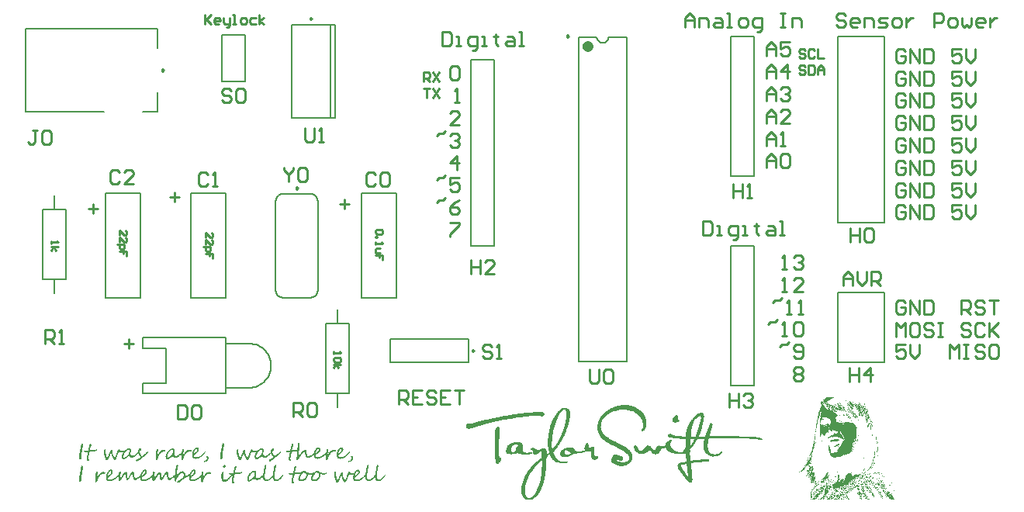
<source format=gto>
G04*
G04 #@! TF.GenerationSoftware,Altium Limited,Altium Designer,22.8.2 (66)*
G04*
G04 Layer_Color=65535*
%FSLAX25Y25*%
%MOIN*%
G70*
G04*
G04 #@! TF.SameCoordinates,91317C4C-2BB6-42C2-B401-94DFDD073F52*
G04*
G04*
G04 #@! TF.FilePolarity,Positive*
G04*
G01*
G75*
%ADD10C,0.00500*%
%ADD11C,0.00984*%
%ADD12C,0.00787*%
%ADD13C,0.02362*%
%ADD14C,0.01000*%
%ADD15R,0.00858X0.00600*%
%ADD16R,0.01029X0.00943*%
%ADD17R,0.00943X0.00943*%
%ADD18R,0.01844X0.03688*%
%ADD19R,0.00472X0.00858*%
%ADD20R,0.02101X0.02359*%
%ADD21R,0.03431X0.02702*%
G36*
X359927Y50763D02*
X359841D01*
Y50849D01*
X359927D01*
Y50763D01*
D02*
G37*
G36*
X355639Y50592D02*
X355553D01*
Y50677D01*
X355639D01*
Y50592D01*
D02*
G37*
G36*
X359498Y50763D02*
X359069D01*
Y50677D01*
X358984D01*
Y50420D01*
X358898D01*
Y50592D01*
X358727D01*
Y50677D01*
X358641D01*
Y50592D01*
X358727D01*
Y50506D01*
X358641D01*
Y50420D01*
X358298D01*
Y50592D01*
X358126D01*
Y50506D01*
X358212D01*
Y50249D01*
X358040D01*
Y50163D01*
X358126D01*
Y49991D01*
X358040D01*
Y50077D01*
Y50163D01*
X357955D01*
Y49991D01*
X357697D01*
Y49906D01*
X357869D01*
Y49820D01*
X357697D01*
Y49906D01*
X357611D01*
Y49820D01*
X357526D01*
Y49734D01*
X357440D01*
Y49991D01*
X357269D01*
Y49906D01*
X357354D01*
Y49734D01*
X357269D01*
Y49477D01*
X357354D01*
Y49391D01*
X357269D01*
Y49477D01*
X357183D01*
Y49562D01*
X357097D01*
Y49648D01*
X357011D01*
Y49734D01*
X356926D01*
Y49820D01*
X356840D01*
Y49648D01*
X356926D01*
Y49391D01*
X357011D01*
Y49305D01*
X356926D01*
Y49391D01*
X356754D01*
Y49477D01*
X356582D01*
Y49562D01*
X356497D01*
Y49477D01*
X356582D01*
Y49305D01*
X356668D01*
Y49134D01*
X356582D01*
Y49220D01*
X356497D01*
Y49134D01*
X356325D01*
Y48962D01*
X356411D01*
Y48876D01*
X356325D01*
Y48962D01*
X356154D01*
Y49048D01*
X355982D01*
Y48876D01*
X356325D01*
Y48705D01*
X356411D01*
Y48791D01*
X356497D01*
Y48876D01*
X356582D01*
Y48705D01*
X356497D01*
Y48533D01*
X356411D01*
Y48448D01*
X356325D01*
Y48276D01*
X356497D01*
Y48190D01*
X356840D01*
Y48105D01*
X357183D01*
Y48019D01*
X357354D01*
Y47933D01*
X357440D01*
Y47847D01*
X357783D01*
Y47761D01*
X357869D01*
Y47676D01*
X358126D01*
Y47761D01*
X358212D01*
Y47590D01*
X358383D01*
Y47504D01*
X358641D01*
Y47418D01*
X358812D01*
Y47333D01*
X358984D01*
Y47247D01*
X359155D01*
Y47161D01*
X359241D01*
Y47075D01*
X359498D01*
Y46990D01*
X359584D01*
Y47075D01*
X359498D01*
Y47161D01*
X359327D01*
Y47247D01*
X359241D01*
Y47333D01*
X359069D01*
Y47418D01*
X358984D01*
Y47504D01*
X359155D01*
Y47418D01*
X359241D01*
Y47333D01*
X359327D01*
Y47247D01*
X359498D01*
Y47161D01*
X359584D01*
Y47075D01*
X359756D01*
Y46990D01*
X359841D01*
Y46904D01*
X360013D01*
Y46732D01*
X360184D01*
Y46647D01*
X360356D01*
Y46561D01*
X360527D01*
Y46475D01*
X360785D01*
Y46389D01*
X360871D01*
Y46304D01*
X361385D01*
Y46389D01*
X361299D01*
Y46475D01*
X361214D01*
Y46561D01*
X361128D01*
Y46647D01*
X361042D01*
Y46732D01*
X360871D01*
Y46818D01*
X360785D01*
Y46904D01*
X360699D01*
Y46990D01*
X360613D01*
Y47075D01*
X360527D01*
Y47161D01*
X360356D01*
Y47247D01*
X360270D01*
Y47333D01*
X360356D01*
Y47418D01*
X360099D01*
Y47504D01*
X359927D01*
Y47676D01*
X359841D01*
Y47761D01*
X359756D01*
Y47933D01*
X359841D01*
Y47847D01*
X359927D01*
Y47761D01*
X360099D01*
Y47676D01*
X360184D01*
Y47590D01*
X360270D01*
Y47504D01*
X360356D01*
Y47418D01*
X360527D01*
Y47333D01*
X360613D01*
Y47247D01*
X360699D01*
Y47161D01*
X360785D01*
Y47075D01*
X360871D01*
Y46990D01*
X361042D01*
Y46904D01*
X361214D01*
Y46818D01*
X361299D01*
Y46904D01*
X361214D01*
Y46990D01*
X361042D01*
Y47161D01*
X360871D01*
Y47247D01*
X360785D01*
Y47333D01*
X360699D01*
Y47418D01*
X360613D01*
Y47504D01*
X360527D01*
Y47590D01*
X360442D01*
Y47676D01*
X360356D01*
Y47761D01*
X360270D01*
Y47847D01*
X360184D01*
Y47933D01*
X360099D01*
Y48019D01*
X360013D01*
Y48105D01*
X360099D01*
Y48019D01*
X360184D01*
Y47933D01*
X360270D01*
Y47847D01*
X360442D01*
Y47761D01*
X360527D01*
Y47676D01*
X360699D01*
Y47590D01*
X360871D01*
Y47504D01*
X360785D01*
Y47418D01*
X360956D01*
Y47333D01*
X361042D01*
Y47247D01*
X361299D01*
Y47161D01*
X361471D01*
Y47075D01*
X361557D01*
Y46990D01*
X361642D01*
Y46818D01*
X361814D01*
Y46904D01*
X361728D01*
Y46990D01*
X361642D01*
Y47075D01*
X361557D01*
Y47161D01*
X361471D01*
Y47247D01*
X361385D01*
Y47333D01*
X361471D01*
Y47418D01*
X361042D01*
Y47676D01*
X360956D01*
Y47761D01*
X360871D01*
Y47847D01*
X360785D01*
Y47933D01*
X360699D01*
Y48019D01*
X360785D01*
Y47933D01*
X360871D01*
Y47847D01*
X360956D01*
Y47933D01*
X360871D01*
Y48019D01*
Y48105D01*
X360785D01*
Y48190D01*
X360699D01*
Y48276D01*
X360785D01*
Y48190D01*
X360871D01*
Y48105D01*
X360956D01*
Y47933D01*
X361128D01*
Y47847D01*
X361299D01*
Y47933D01*
X361214D01*
Y48019D01*
X361128D01*
Y48276D01*
X361214D01*
Y48190D01*
X361299D01*
Y48019D01*
X361471D01*
Y47847D01*
X361385D01*
Y47676D01*
X361471D01*
Y47761D01*
X361557D01*
Y47847D01*
X361642D01*
Y47761D01*
X361814D01*
Y47676D01*
X361728D01*
Y47590D01*
X361814D01*
Y47504D01*
X361900D01*
Y47418D01*
X362071D01*
Y47247D01*
X362157D01*
Y47075D01*
X362243D01*
Y46904D01*
X362329D01*
Y46818D01*
X362414D01*
Y46647D01*
X362500D01*
Y46732D01*
X362671D01*
Y46647D01*
X362586D01*
Y46475D01*
X362671D01*
Y46389D01*
X362757D01*
Y46304D01*
X362843D01*
Y46218D01*
X362929D01*
Y46046D01*
X363015D01*
Y45961D01*
X363100D01*
Y45789D01*
X363186D01*
Y45532D01*
X363358D01*
Y45446D01*
X363272D01*
Y45360D01*
X363358D01*
Y45274D01*
Y45189D01*
X363615D01*
Y45017D01*
X363529D01*
Y45103D01*
X363186D01*
Y45189D01*
X363100D01*
Y45274D01*
X362929D01*
Y45360D01*
X362671D01*
Y45446D01*
X362586D01*
Y45532D01*
X362500D01*
Y45617D01*
X362329D01*
Y45446D01*
X362500D01*
Y45360D01*
X362586D01*
Y45274D01*
X362329D01*
Y45189D01*
X361985D01*
Y45274D01*
X361814D01*
Y45360D01*
X361728D01*
Y45446D01*
X361299D01*
Y45532D01*
X361042D01*
Y45617D01*
X360785D01*
Y45532D01*
X360871D01*
Y45446D01*
X360613D01*
Y45532D01*
X360527D01*
Y45617D01*
X360613D01*
Y45703D01*
X360442D01*
Y45789D01*
X360356D01*
Y45875D01*
X360184D01*
Y45789D01*
X360099D01*
Y45875D01*
X360013D01*
Y45961D01*
X359756D01*
Y45875D01*
X359670D01*
Y45961D01*
X359498D01*
Y46046D01*
X359413D01*
Y46132D01*
X359069D01*
Y46218D01*
X358812D01*
Y46304D01*
X358984D01*
Y46389D01*
X358812D01*
Y46475D01*
X358469D01*
Y46561D01*
X358298D01*
Y46647D01*
X358126D01*
Y46732D01*
X358212D01*
Y46818D01*
X358040D01*
Y46732D01*
X357869D01*
Y46818D01*
X357955D01*
Y46904D01*
X357783D01*
Y46732D01*
X357869D01*
Y46647D01*
X357955D01*
Y46475D01*
X357869D01*
Y46561D01*
X357697D01*
Y46732D01*
X357269D01*
Y46818D01*
X357097D01*
Y46904D01*
X356840D01*
Y46990D01*
X356668D01*
Y47075D01*
X356325D01*
Y46990D01*
X356154D01*
Y47161D01*
X356497D01*
Y47247D01*
X356154D01*
Y47333D01*
X356497D01*
Y47247D01*
X356754D01*
Y47333D01*
X356582D01*
Y47418D01*
X356497D01*
Y47504D01*
X356668D01*
Y47418D01*
X357011D01*
Y47333D01*
X357269D01*
Y47247D01*
X357440D01*
Y47161D01*
X357697D01*
Y47247D01*
X357783D01*
Y47161D01*
X357869D01*
Y47075D01*
X357955D01*
Y46990D01*
X358040D01*
Y47075D01*
X358126D01*
Y46990D01*
X358469D01*
Y47075D01*
X358298D01*
Y47161D01*
X358126D01*
Y47247D01*
X357783D01*
Y47333D01*
X357526D01*
Y47418D01*
X357440D01*
Y47504D01*
X356926D01*
Y47590D01*
X356497D01*
Y47676D01*
X356239D01*
Y47761D01*
X356068D01*
Y47847D01*
X355982D01*
Y48105D01*
X355810D01*
Y48019D01*
X355296D01*
Y48105D01*
X355382D01*
Y48190D01*
X355468D01*
Y48362D01*
X355296D01*
Y48533D01*
X354953D01*
Y48619D01*
X354867D01*
Y48362D01*
X355039D01*
Y48448D01*
X355124D01*
Y48362D01*
X355210D01*
Y48190D01*
X355124D01*
Y48276D01*
X355039D01*
Y48190D01*
X355124D01*
Y48105D01*
X355210D01*
Y48019D01*
X354953D01*
Y48105D01*
X354867D01*
Y48019D01*
X354524D01*
Y47847D01*
X354696D01*
Y47590D01*
X354781D01*
Y47504D01*
X354867D01*
Y47418D01*
X354953D01*
Y47333D01*
X355039D01*
Y47247D01*
X355124D01*
Y47161D01*
X355210D01*
Y46990D01*
X355296D01*
Y46904D01*
X355382D01*
Y46818D01*
X355468D01*
Y46732D01*
X355553D01*
Y46647D01*
X355639D01*
Y46475D01*
X355725D01*
Y46389D01*
X355810D01*
Y46304D01*
X355896D01*
Y46218D01*
X355982D01*
Y46132D01*
X356068D01*
Y46046D01*
X356154D01*
Y45961D01*
X356239D01*
Y45875D01*
X356411D01*
Y45789D01*
X356668D01*
Y45703D01*
X356840D01*
Y45617D01*
X357097D01*
Y45703D01*
X357183D01*
Y45789D01*
X356926D01*
Y45875D01*
X357097D01*
Y45961D01*
X357354D01*
Y45875D01*
X357526D01*
Y45789D01*
X357611D01*
Y45617D01*
X357783D01*
Y45446D01*
X357955D01*
Y45360D01*
X358040D01*
Y45532D01*
X357869D01*
Y45617D01*
X357783D01*
Y45789D01*
X357869D01*
Y45703D01*
X358040D01*
Y45617D01*
X358126D01*
Y45446D01*
X358469D01*
Y45532D01*
X358298D01*
Y45617D01*
X358126D01*
Y45703D01*
X358383D01*
Y45617D01*
X358469D01*
Y45532D01*
X358641D01*
Y45446D01*
X358898D01*
Y45360D01*
X359069D01*
Y45446D01*
X358984D01*
Y45532D01*
X358812D01*
Y45617D01*
X358469D01*
Y45789D01*
X358212D01*
Y45875D01*
X358469D01*
Y45961D01*
X358383D01*
Y46046D01*
X358126D01*
Y46132D01*
X358212D01*
Y46218D01*
X358641D01*
Y46132D01*
X358812D01*
Y46046D01*
X359155D01*
Y45961D01*
X359327D01*
Y45875D01*
X359498D01*
Y45789D01*
X359670D01*
Y45703D01*
X359756D01*
Y45617D01*
X359841D01*
Y45532D01*
X360013D01*
Y45446D01*
X360270D01*
Y45360D01*
X360442D01*
Y45274D01*
X360270D01*
Y45360D01*
X360184D01*
Y45189D01*
X360270D01*
Y45103D01*
X360099D01*
Y45189D01*
X360013D01*
Y44931D01*
X360099D01*
Y44846D01*
X360270D01*
Y44760D01*
X360442D01*
Y44846D01*
X360527D01*
Y44674D01*
X360613D01*
Y44588D01*
X360871D01*
Y44503D01*
X360184D01*
Y44588D01*
X359927D01*
Y44674D01*
X359756D01*
Y44760D01*
X359498D01*
Y44846D01*
X359413D01*
Y44760D01*
X359327D01*
Y44846D01*
X359241D01*
Y44931D01*
X358727D01*
Y44846D01*
X358984D01*
Y44760D01*
X359155D01*
Y44674D01*
X359241D01*
Y44588D01*
X359327D01*
Y44503D01*
X359413D01*
Y44331D01*
X359498D01*
Y44245D01*
X359756D01*
Y44159D01*
X359927D01*
Y43988D01*
X360099D01*
Y43902D01*
X360184D01*
Y43817D01*
X360356D01*
Y43731D01*
X360527D01*
Y43645D01*
X360613D01*
Y43559D01*
X360699D01*
Y43473D01*
X360613D01*
Y43388D01*
X360785D01*
Y43302D01*
X360871D01*
Y43216D01*
X361128D01*
Y42959D01*
X361214D01*
Y42873D01*
X360785D01*
Y42959D01*
X360699D01*
Y43045D01*
X360613D01*
Y42959D01*
X360527D01*
Y42787D01*
X360442D01*
Y42702D01*
X360356D01*
Y42530D01*
X360270D01*
Y42444D01*
X360099D01*
Y42358D01*
X360184D01*
Y42187D01*
X360099D01*
Y41758D01*
X360184D01*
Y41415D01*
X360270D01*
Y41072D01*
X360356D01*
Y40900D01*
X360270D01*
Y40729D01*
X360356D01*
Y40558D01*
X360442D01*
Y40386D01*
X360699D01*
Y40300D01*
X360785D01*
Y40214D01*
X361042D01*
Y40300D01*
X361214D01*
Y40214D01*
X361299D01*
Y40129D01*
X361985D01*
Y40043D01*
X362071D01*
Y40129D01*
X362843D01*
Y39957D01*
X362929D01*
Y40043D01*
X363443D01*
Y40129D01*
X363529D01*
Y40043D01*
X363786D01*
Y40129D01*
X363872D01*
Y40214D01*
X363958D01*
Y40129D01*
X364044D01*
Y40214D01*
X364301D01*
Y40300D01*
X364730D01*
Y40214D01*
X365244D01*
Y40129D01*
X365330D01*
Y40300D01*
X365244D01*
Y40472D01*
X365416D01*
Y40386D01*
X365502D01*
Y40300D01*
X365759D01*
Y40214D01*
X366016D01*
Y40043D01*
X366188D01*
Y40129D01*
X367389D01*
Y39957D01*
X366702D01*
Y39871D01*
X367474D01*
Y39957D01*
X367560D01*
Y39871D01*
X367817D01*
Y39700D01*
X367903D01*
Y39614D01*
X367989D01*
Y39528D01*
X368074D01*
Y39443D01*
X368160D01*
Y39271D01*
X368246D01*
Y39185D01*
X368418D01*
Y39014D01*
X368503D01*
Y38928D01*
X368589D01*
Y38842D01*
X368675D01*
Y38585D01*
X368761D01*
Y38413D01*
X368932D01*
Y38328D01*
X369018D01*
Y38242D01*
X368761D01*
Y38156D01*
X368932D01*
Y38070D01*
X368846D01*
Y37556D01*
X368932D01*
Y37470D01*
X369018D01*
Y37384D01*
X368932D01*
Y37213D01*
X369018D01*
Y37299D01*
X369104D01*
Y35755D01*
X369018D01*
Y34897D01*
X368932D01*
Y34983D01*
X368846D01*
Y34811D01*
X368932D01*
Y34211D01*
X368846D01*
Y34040D01*
X368932D01*
Y33696D01*
X368846D01*
Y33782D01*
X368761D01*
Y33696D01*
X368675D01*
Y33611D01*
X368761D01*
Y33525D01*
X368846D01*
Y33353D01*
X368761D01*
Y33096D01*
X368675D01*
Y32582D01*
X368589D01*
Y32324D01*
X368503D01*
Y32239D01*
X368418D01*
Y32067D01*
X368503D01*
Y31981D01*
X368418D01*
Y31896D01*
X368332D01*
Y31724D01*
X368160D01*
Y32067D01*
X368074D01*
Y32410D01*
X367817D01*
Y32324D01*
X367989D01*
Y32153D01*
X367903D01*
Y31638D01*
X367989D01*
Y31467D01*
X368074D01*
Y31552D01*
Y31638D01*
X368160D01*
Y31381D01*
X368074D01*
Y31295D01*
X367989D01*
Y31467D01*
X367903D01*
Y31552D01*
Y31638D01*
X367817D01*
Y31552D01*
X367731D01*
Y31381D01*
X367646D01*
Y31295D01*
X367731D01*
Y31124D01*
X367646D01*
Y31209D01*
X367560D01*
Y31295D01*
X367389D01*
Y31381D01*
X366874D01*
Y31467D01*
X366788D01*
Y31724D01*
X366702D01*
Y31638D01*
X366617D01*
Y31467D01*
X366702D01*
Y31124D01*
X366617D01*
Y31038D01*
X366531D01*
Y31124D01*
X366445D01*
Y31295D01*
X366359D01*
Y30952D01*
X366617D01*
Y30781D01*
X366531D01*
Y30523D01*
X366445D01*
Y30437D01*
X365673D01*
Y30266D01*
X365502D01*
Y30180D01*
X365673D01*
Y30009D01*
X366531D01*
Y29923D01*
X366788D01*
Y29837D01*
X367045D01*
Y30009D01*
X367131D01*
Y29923D01*
X367217D01*
Y29751D01*
X367303D01*
Y29580D01*
X367389D01*
Y29494D01*
X367303D01*
Y29580D01*
X367217D01*
Y29408D01*
X367303D01*
Y29237D01*
X367389D01*
Y28894D01*
X367303D01*
Y28722D01*
X367217D01*
Y28551D01*
X367131D01*
Y28379D01*
X366960D01*
Y28208D01*
X367045D01*
Y28122D01*
X366874D01*
Y27779D01*
X366788D01*
Y27865D01*
X366702D01*
Y27779D01*
X366617D01*
Y27693D01*
X366702D01*
Y27522D01*
X366617D01*
Y27264D01*
X366531D01*
Y27179D01*
X366445D01*
Y27436D01*
X366359D01*
Y27179D01*
X366188D01*
Y27093D01*
X366102D01*
Y27007D01*
X366016D01*
Y26836D01*
X365931D01*
Y26750D01*
X365759D01*
Y26836D01*
X365673D01*
Y26750D01*
X365330D01*
Y26664D01*
X365159D01*
Y26493D01*
X365073D01*
Y26407D01*
X364987D01*
Y26235D01*
X364816D01*
Y26149D01*
X364730D01*
Y26064D01*
X364558D01*
Y26149D01*
X364044D01*
Y26064D01*
X363786D01*
Y26149D01*
X363272D01*
Y26064D01*
X363358D01*
Y25892D01*
X363100D01*
Y25806D01*
X363015D01*
Y25721D01*
X362843D01*
Y25635D01*
X362757D01*
Y25549D01*
X362329D01*
Y25463D01*
X362243D01*
Y25378D01*
X361900D01*
Y25292D01*
X361385D01*
Y25206D01*
X361128D01*
Y25120D01*
X360871D01*
Y25206D01*
X360442D01*
Y25120D01*
X360184D01*
Y25034D01*
X359841D01*
Y24949D01*
X359670D01*
Y25034D01*
X359498D01*
Y25120D01*
X359413D01*
Y25034D01*
X359241D01*
Y25120D01*
X358984D01*
Y25206D01*
X358812D01*
Y25292D01*
X358641D01*
Y25378D01*
X358555D01*
Y25292D01*
X358383D01*
Y25378D01*
X358298D01*
Y25463D01*
X358212D01*
Y25721D01*
X358126D01*
Y25806D01*
X358040D01*
Y26149D01*
X357869D01*
Y26407D01*
X357783D01*
Y26493D01*
X357697D01*
Y26750D01*
X357611D01*
Y26921D01*
X357526D01*
Y27007D01*
X357440D01*
Y27179D01*
X357526D01*
Y27264D01*
X357354D01*
Y27436D01*
X357440D01*
Y27522D01*
X357354D01*
Y27607D01*
X357269D01*
Y27779D01*
X357183D01*
Y27865D01*
X357097D01*
Y28036D01*
X357011D01*
Y28637D01*
X357097D01*
Y28722D01*
X357011D01*
Y29408D01*
X357097D01*
Y30266D01*
X357011D01*
Y30437D01*
X357097D01*
Y30352D01*
X357183D01*
Y30095D01*
X357269D01*
Y29837D01*
X357354D01*
Y29751D01*
X357440D01*
Y29494D01*
X357526D01*
Y29237D01*
X357611D01*
Y29065D01*
X357697D01*
Y28808D01*
X357783D01*
Y28722D01*
X357869D01*
Y28637D01*
X357955D01*
Y28465D01*
X357783D01*
Y28637D01*
X357611D01*
Y28551D01*
X357697D01*
Y28465D01*
X357783D01*
Y28379D01*
X357869D01*
Y28293D01*
X357955D01*
Y27950D01*
X358040D01*
Y27779D01*
X357955D01*
Y27607D01*
X358040D01*
Y27007D01*
X358126D01*
Y27093D01*
X358212D01*
Y27007D01*
X358898D01*
Y27093D01*
X358984D01*
Y27179D01*
X359155D01*
Y27093D01*
X359241D01*
Y27179D01*
X359413D01*
Y27093D01*
X359498D01*
Y27264D01*
X359584D01*
Y27093D01*
X359670D01*
Y27179D01*
X359756D01*
Y27264D01*
X360184D01*
Y27350D01*
X360527D01*
Y27436D01*
X360613D01*
Y27522D01*
X360785D01*
Y27607D01*
X360871D01*
Y27522D01*
X360956D01*
Y27607D01*
X361042D01*
Y27779D01*
X360871D01*
Y27865D01*
X360785D01*
Y28208D01*
X360699D01*
Y28293D01*
X360785D01*
Y28379D01*
X360871D01*
Y28465D01*
X360956D01*
Y28551D01*
X361042D01*
Y28637D01*
X361128D01*
Y28722D01*
X361214D01*
Y28808D01*
X361299D01*
Y28894D01*
X361385D01*
Y28980D01*
X361471D01*
Y29151D01*
X361557D01*
Y29237D01*
X361728D01*
Y29408D01*
X361814D01*
Y29494D01*
X361900D01*
Y29580D01*
X361985D01*
Y29666D01*
X362071D01*
Y29837D01*
X362157D01*
Y30009D01*
X362243D01*
Y30180D01*
X362329D01*
Y30266D01*
X362414D01*
Y30437D01*
X362500D01*
Y30609D01*
X362586D01*
Y30781D01*
X362671D01*
Y30952D01*
X362757D01*
Y31209D01*
X362843D01*
Y31467D01*
X362929D01*
Y31638D01*
X363015D01*
Y31724D01*
X363100D01*
Y31896D01*
X363272D01*
Y32324D01*
X363443D01*
Y32239D01*
X363529D01*
Y32324D01*
X363701D01*
Y32410D01*
X363786D01*
Y32496D01*
X363872D01*
Y33096D01*
X363786D01*
Y33268D01*
X363701D01*
Y33525D01*
X363615D01*
Y33782D01*
X363529D01*
Y33954D01*
X363443D01*
Y34040D01*
X363358D01*
Y34125D01*
X363443D01*
Y34211D01*
X363272D01*
Y34383D01*
X363186D01*
Y34554D01*
X363100D01*
Y34640D01*
X363015D01*
Y34726D01*
X362929D01*
Y34897D01*
X362843D01*
Y34983D01*
X362757D01*
Y35069D01*
X362671D01*
Y35583D01*
X362586D01*
Y35755D01*
X362500D01*
Y35926D01*
X362414D01*
Y36012D01*
X362329D01*
Y36098D01*
X362243D01*
Y36184D01*
X362157D01*
Y36269D01*
X361900D01*
Y36184D01*
X361985D01*
Y35841D01*
X362071D01*
Y35583D01*
X362157D01*
Y35412D01*
X362243D01*
Y35240D01*
X362329D01*
Y35155D01*
X362414D01*
Y34983D01*
X362500D01*
Y34897D01*
X362671D01*
Y34811D01*
X362757D01*
Y34726D01*
X362843D01*
Y34468D01*
X362929D01*
Y34297D01*
X363015D01*
Y34125D01*
X363100D01*
Y34040D01*
X363186D01*
Y33868D01*
X363272D01*
Y33782D01*
X363358D01*
Y33611D01*
X363443D01*
Y33353D01*
X363529D01*
Y32925D01*
X363615D01*
Y32496D01*
X363529D01*
Y32582D01*
X363443D01*
Y32753D01*
X363358D01*
Y32839D01*
X363100D01*
Y32753D01*
X363015D01*
Y32925D01*
X362929D01*
Y33010D01*
X362843D01*
Y33096D01*
X362757D01*
Y33182D01*
X362671D01*
Y33268D01*
X362500D01*
Y33353D01*
X362329D01*
Y33439D01*
X362157D01*
Y33525D01*
X362071D01*
Y33611D01*
X361814D01*
Y33696D01*
X361642D01*
Y33782D01*
X361128D01*
Y33868D01*
X360785D01*
Y33954D01*
X360442D01*
Y34040D01*
X360184D01*
Y34125D01*
X359498D01*
Y34040D01*
X359241D01*
Y33954D01*
X359069D01*
Y33868D01*
X358898D01*
Y33782D01*
X358641D01*
Y33868D01*
X358126D01*
Y33782D01*
X357869D01*
Y33696D01*
X357697D01*
Y33611D01*
X357526D01*
Y33525D01*
X357440D01*
Y33439D01*
X357269D01*
Y33353D01*
X357183D01*
Y33268D01*
X357097D01*
Y33182D01*
X356926D01*
Y33096D01*
X356840D01*
Y33353D01*
X356754D01*
Y33439D01*
Y33525D01*
X356840D01*
Y33353D01*
X357011D01*
Y33525D01*
X357097D01*
Y33611D01*
X357011D01*
Y33868D01*
X357354D01*
Y33954D01*
X357440D01*
Y34040D01*
X357526D01*
Y34125D01*
X357611D01*
Y34211D01*
X357783D01*
Y34297D01*
X357955D01*
Y34468D01*
X358040D01*
Y34554D01*
X358126D01*
Y34640D01*
X358298D01*
Y34726D01*
X359155D01*
Y34811D01*
X359327D01*
Y35326D01*
X359498D01*
Y35497D01*
X359670D01*
Y35412D01*
X359927D01*
Y35326D01*
X360184D01*
Y35412D01*
X360613D01*
Y35497D01*
X360785D01*
Y35583D01*
X360871D01*
Y35669D01*
X361042D01*
Y35755D01*
X361128D01*
Y36012D01*
X361042D01*
Y36098D01*
X360871D01*
Y36184D01*
X360613D01*
Y36269D01*
X360270D01*
Y36355D01*
X360013D01*
Y36441D01*
X359841D01*
Y36527D01*
X359670D01*
Y36612D01*
X359413D01*
Y36698D01*
X359327D01*
Y36784D01*
X359155D01*
Y36870D01*
X358727D01*
Y36698D01*
X358641D01*
Y36612D01*
X358555D01*
Y36441D01*
X358469D01*
Y36527D01*
X358298D01*
Y36441D01*
X358040D01*
Y36527D01*
X357869D01*
Y36612D01*
X357611D01*
Y36784D01*
X357526D01*
Y36870D01*
X357440D01*
Y36955D01*
X357097D01*
Y36870D01*
X357011D01*
Y36527D01*
X356926D01*
Y35926D01*
X356840D01*
Y35669D01*
X356926D01*
Y35497D01*
X356840D01*
Y35669D01*
X356754D01*
Y36012D01*
X356668D01*
Y36098D01*
X356497D01*
Y35841D01*
X356239D01*
Y35583D01*
X356068D01*
Y35412D01*
X355982D01*
Y35240D01*
X355896D01*
Y35155D01*
X355810D01*
Y34983D01*
X355725D01*
Y34897D01*
X355639D01*
Y34726D01*
X355553D01*
Y34554D01*
X355468D01*
Y34468D01*
X355382D01*
Y34383D01*
X355210D01*
Y34468D01*
X355039D01*
Y34554D01*
X354867D01*
Y34726D01*
X354781D01*
Y34811D01*
X354696D01*
Y34897D01*
X354610D01*
Y34983D01*
X354524D01*
Y35069D01*
X354438D01*
Y35240D01*
X354353D01*
Y35326D01*
X354010D01*
Y35069D01*
X353838D01*
Y34640D01*
X353752D01*
Y34811D01*
X353666D01*
Y34897D01*
X353581D01*
Y34640D01*
X353666D01*
Y34554D01*
X353752D01*
Y34383D01*
X353666D01*
Y33696D01*
X353752D01*
Y33353D01*
Y33268D01*
X353666D01*
Y33696D01*
X353581D01*
Y34040D01*
X353495D01*
Y34640D01*
X353409D01*
Y35841D01*
X353323D01*
Y36784D01*
X353409D01*
Y37985D01*
X353495D01*
Y39528D01*
X353581D01*
Y39443D01*
X353666D01*
Y39271D01*
X353752D01*
Y39185D01*
X353838D01*
Y39099D01*
X353924D01*
Y38842D01*
X354010D01*
Y38928D01*
X354095D01*
Y39014D01*
X354267D01*
Y39099D01*
X354438D01*
Y39185D01*
X354524D01*
Y38928D01*
X354610D01*
Y38842D01*
X354781D01*
Y38928D01*
X354696D01*
Y39099D01*
X354953D01*
Y39185D01*
X355124D01*
Y39099D01*
X355382D01*
Y39014D01*
X355468D01*
Y39099D01*
X355553D01*
Y39185D01*
X355725D01*
Y39271D01*
X355810D01*
Y39357D01*
X356068D01*
Y39443D01*
X356325D01*
Y39528D01*
X356582D01*
Y39614D01*
X356754D01*
Y39528D01*
X357011D01*
Y39443D01*
X357097D01*
Y39357D01*
X357354D01*
Y39443D01*
X357611D01*
Y39528D01*
X357869D01*
Y39443D01*
X357955D01*
Y39871D01*
X358040D01*
Y40558D01*
X357955D01*
Y40815D01*
X357869D01*
Y40900D01*
X357783D01*
Y41072D01*
X357697D01*
Y41244D01*
X357611D01*
Y41329D01*
X357526D01*
Y41587D01*
X357440D01*
Y41501D01*
X357183D01*
Y41587D01*
X357097D01*
Y41672D01*
X357011D01*
Y41758D01*
X356926D01*
Y41930D01*
X356754D01*
Y42015D01*
D01*
D01*
X356582D01*
Y42101D01*
X356239D01*
Y42187D01*
X356154D01*
Y42273D01*
X355468D01*
Y42358D01*
X355382D01*
Y42273D01*
X355296D01*
Y42358D01*
X355039D01*
Y42273D01*
X354696D01*
Y42187D01*
X354438D01*
Y42101D01*
X354267D01*
Y41930D01*
X354181D01*
Y41672D01*
X354267D01*
Y41587D01*
X354781D01*
Y41501D01*
X355039D01*
Y41244D01*
X355124D01*
Y41158D01*
X355039D01*
Y41244D01*
X354953D01*
Y41329D01*
X354867D01*
Y41415D01*
X354781D01*
Y41244D01*
X354867D01*
Y41158D01*
X354781D01*
Y41244D01*
X354610D01*
Y41158D01*
X354524D01*
Y41244D01*
X354353D01*
Y41158D01*
X354010D01*
Y41072D01*
X353924D01*
Y40986D01*
X353838D01*
Y40815D01*
X353752D01*
Y40729D01*
X353666D01*
Y40558D01*
X353581D01*
Y40472D01*
X353495D01*
Y40558D01*
X353409D01*
Y40986D01*
X353323D01*
Y41072D01*
X353409D01*
Y41501D01*
X353495D01*
Y41587D01*
X353409D01*
Y41758D01*
X353495D01*
Y42015D01*
X353581D01*
Y42616D01*
X353495D01*
Y42959D01*
X353581D01*
Y43302D01*
X353495D01*
Y43388D01*
X353581D01*
Y43473D01*
X353666D01*
Y44674D01*
X353581D01*
Y44503D01*
X353495D01*
Y44159D01*
X353409D01*
Y43731D01*
X353323D01*
Y43130D01*
X353238D01*
Y42959D01*
X353152D01*
Y43388D01*
X353066D01*
Y43216D01*
X352980D01*
Y43130D01*
X353066D01*
Y42959D01*
X352980D01*
Y42787D01*
X353066D01*
Y42616D01*
X352980D01*
Y42273D01*
X352895D01*
Y41930D01*
X352809D01*
Y41672D01*
X352723D01*
Y41415D01*
X352637D01*
Y41158D01*
X352466D01*
Y41072D01*
X352552D01*
Y40986D01*
X352466D01*
Y40558D01*
X352380D01*
Y40129D01*
X352294D01*
Y39700D01*
X352208D01*
Y39357D01*
X352123D01*
Y39014D01*
X352037D01*
Y38585D01*
X351951D01*
Y38070D01*
X351866D01*
Y37727D01*
X351780D01*
Y37384D01*
X351694D01*
Y37041D01*
X351608D01*
Y36955D01*
X351522D01*
Y36870D01*
X351437D01*
Y37470D01*
X351522D01*
Y37213D01*
X351608D01*
Y37470D01*
X351522D01*
Y37985D01*
X351608D01*
Y38242D01*
X351694D01*
Y38328D01*
X351608D01*
Y38671D01*
X351694D01*
Y39099D01*
X351780D01*
Y39357D01*
X351866D01*
Y39443D01*
X351780D01*
Y39700D01*
X351866D01*
Y40129D01*
X351951D01*
Y40214D01*
X351866D01*
Y40386D01*
X351951D01*
Y40643D01*
X352037D01*
Y40986D01*
X352123D01*
Y41244D01*
X352208D01*
Y41844D01*
X352294D01*
Y42187D01*
X352380D01*
Y42530D01*
X352466D01*
Y42959D01*
X352552D01*
Y43302D01*
X352723D01*
Y43388D01*
X352552D01*
Y43731D01*
X352637D01*
Y44159D01*
X352723D01*
Y44331D01*
X352809D01*
Y44503D01*
X352895D01*
Y44674D01*
X352980D01*
Y44846D01*
X353066D01*
Y45274D01*
X353152D01*
Y45446D01*
X353238D01*
Y45703D01*
X353323D01*
Y45875D01*
X353409D01*
Y46304D01*
X353495D01*
Y46475D01*
X353581D01*
Y46647D01*
X353666D01*
Y46904D01*
X353752D01*
Y47075D01*
X353838D01*
Y47247D01*
X353924D01*
Y47418D01*
X354010D01*
Y47676D01*
X354181D01*
Y47761D01*
X354095D01*
Y47847D01*
X354181D01*
Y48019D01*
X354095D01*
Y48105D01*
X353752D01*
Y48619D01*
X353666D01*
Y48705D01*
X353409D01*
Y48791D01*
X353581D01*
Y49048D01*
X353666D01*
Y49134D01*
X353838D01*
Y49305D01*
X353924D01*
Y49391D01*
X354010D01*
Y49220D01*
X353924D01*
Y49048D01*
X354010D01*
Y48962D01*
X354181D01*
Y49048D01*
X354095D01*
Y49220D01*
X354181D01*
Y49305D01*
X354267D01*
Y49134D01*
X354181D01*
Y49048D01*
X354353D01*
Y48962D01*
X354610D01*
Y48791D01*
X354867D01*
Y48876D01*
X354781D01*
Y48962D01*
X354696D01*
Y49048D01*
X354781D01*
Y49220D01*
X354696D01*
Y49305D01*
X354781D01*
Y49391D01*
X354867D01*
Y49477D01*
X354781D01*
Y49820D01*
X354953D01*
Y49734D01*
X355039D01*
Y49820D01*
X355124D01*
Y49906D01*
X355210D01*
Y50077D01*
X355296D01*
Y49991D01*
X355639D01*
Y50077D01*
X355296D01*
Y50249D01*
X355468D01*
Y50334D01*
X355639D01*
Y50420D01*
X355725D01*
Y50506D01*
X355896D01*
Y50592D01*
X355810D01*
Y50677D01*
X355725D01*
Y50763D01*
X355896D01*
Y50849D01*
X359498D01*
Y50763D01*
D02*
G37*
G36*
X370476Y50334D02*
X370390D01*
Y50420D01*
X370476D01*
Y50334D01*
D02*
G37*
G36*
X370733Y50077D02*
X370647D01*
Y50163D01*
X370733D01*
Y50077D01*
D02*
G37*
G36*
X363358Y49906D02*
X363272D01*
Y49991D01*
X363358D01*
Y49906D01*
D02*
G37*
G36*
X371162Y49648D02*
X371076D01*
Y49734D01*
X371162D01*
Y49648D01*
D02*
G37*
G36*
X357955D02*
X357869D01*
Y49734D01*
X357955D01*
Y49648D01*
D02*
G37*
G36*
X365073Y49391D02*
X364901D01*
Y49477D01*
X365073D01*
Y49391D01*
D02*
G37*
G36*
X364558D02*
X364473D01*
Y49477D01*
X364558D01*
Y49391D01*
D02*
G37*
G36*
X354524Y49305D02*
X354438D01*
Y49391D01*
X354524D01*
Y49305D01*
D02*
G37*
G36*
X354438Y49134D02*
X354353D01*
Y49220D01*
X354438D01*
Y49134D01*
D02*
G37*
G36*
X371848Y48962D02*
X371762D01*
Y49048D01*
X371848D01*
Y48962D01*
D02*
G37*
G36*
X370047Y48876D02*
X369961D01*
Y49048D01*
X370047D01*
Y48876D01*
D02*
G37*
G36*
X369961Y48791D02*
X369876D01*
Y48876D01*
X369961D01*
Y48791D01*
D02*
G37*
G36*
X366188D02*
X366102D01*
Y48876D01*
X366188D01*
Y48791D01*
D02*
G37*
G36*
X365759Y48705D02*
X365673D01*
Y48791D01*
X365759D01*
Y48705D01*
D02*
G37*
G36*
X365931Y48619D02*
X365845D01*
Y48705D01*
X365931D01*
Y48619D01*
D02*
G37*
G36*
X365673D02*
X365587D01*
Y48705D01*
X365673D01*
Y48619D01*
D02*
G37*
G36*
X356840D02*
X356668D01*
Y48705D01*
X356840D01*
Y48619D01*
D02*
G37*
G36*
X371934Y48791D02*
X372020D01*
Y48705D01*
X372105D01*
Y48619D01*
X372277D01*
Y48533D01*
X372020D01*
Y48705D01*
X371848D01*
Y48876D01*
X371934D01*
Y48791D01*
D02*
G37*
G36*
X370219Y48705D02*
X370304D01*
Y48619D01*
X370390D01*
Y48533D01*
X370476D01*
Y48362D01*
X370562D01*
Y48276D01*
X370647D01*
Y48105D01*
X370733D01*
Y47847D01*
X370819D01*
Y47761D01*
X370990D01*
Y47676D01*
X371076D01*
Y47418D01*
X371162D01*
Y47247D01*
X371248D01*
Y47075D01*
X371334D01*
Y47247D01*
X371248D01*
Y47418D01*
X371334D01*
Y47333D01*
X371419D01*
Y47161D01*
X371505D01*
Y47247D01*
X371591D01*
Y47075D01*
X371505D01*
Y46904D01*
X371591D01*
Y46990D01*
X371677D01*
Y46818D01*
X371762D01*
Y47075D01*
X371677D01*
Y47247D01*
X371762D01*
Y47161D01*
Y47075D01*
X371848D01*
Y46818D01*
X371934D01*
Y46647D01*
X372020D01*
Y46389D01*
X372105D01*
Y46218D01*
X372191D01*
Y45875D01*
X372277D01*
Y45617D01*
X372363D01*
Y45532D01*
X372448D01*
Y45274D01*
X372534D01*
Y45103D01*
X372620D01*
Y44760D01*
X372706D01*
Y44588D01*
X372620D01*
Y44503D01*
X372706D01*
Y44331D01*
X372792D01*
Y44245D01*
X372877D01*
Y43731D01*
X372963D01*
Y43817D01*
X373049D01*
Y43731D01*
X373134D01*
Y43645D01*
X373049D01*
Y43302D01*
X373134D01*
Y43130D01*
X373220D01*
Y42702D01*
X373306D01*
Y42273D01*
X373392D01*
Y42101D01*
X373478D01*
Y41758D01*
X373563D01*
Y41415D01*
X373735D01*
Y41329D01*
X373649D01*
Y40386D01*
X373563D01*
Y40300D01*
X373649D01*
Y39957D01*
X373735D01*
Y39271D01*
X373821D01*
Y38928D01*
X373906D01*
Y38413D01*
X373992D01*
Y37899D01*
X373906D01*
Y37985D01*
X373821D01*
Y38242D01*
X373906D01*
Y38328D01*
X373821D01*
Y38413D01*
X373735D01*
Y38585D01*
X373821D01*
Y38842D01*
X373735D01*
Y39099D01*
X373649D01*
Y39357D01*
X373563D01*
Y40043D01*
X373478D01*
Y40129D01*
X373392D01*
Y40214D01*
X373306D01*
Y40558D01*
X373220D01*
Y40643D01*
X373306D01*
Y40729D01*
X373220D01*
Y41072D01*
X373134D01*
Y41501D01*
X373049D01*
Y41758D01*
X372963D01*
Y42187D01*
X372877D01*
Y42616D01*
X372792D01*
Y42959D01*
X372706D01*
Y43216D01*
X372620D01*
Y43645D01*
X372706D01*
Y43302D01*
X372792D01*
Y43045D01*
X372877D01*
Y42873D01*
X372963D01*
Y43045D01*
X372877D01*
Y43388D01*
X372792D01*
Y43817D01*
X372706D01*
Y43988D01*
X372534D01*
Y44074D01*
X372448D01*
Y44417D01*
X372363D01*
Y44760D01*
X372277D01*
Y44846D01*
X372191D01*
Y44931D01*
X372105D01*
Y45103D01*
X372020D01*
Y45274D01*
X371934D01*
Y45360D01*
X371848D01*
Y45446D01*
X371762D01*
Y45360D01*
X371848D01*
Y45189D01*
X371934D01*
Y44931D01*
X372020D01*
Y44674D01*
X372105D01*
Y44417D01*
X372191D01*
Y44159D01*
X372277D01*
Y43902D01*
X372191D01*
Y43817D01*
X372105D01*
Y44159D01*
X372020D01*
Y44503D01*
X371934D01*
Y44588D01*
X371848D01*
Y44760D01*
X371762D01*
Y44931D01*
X371677D01*
Y45360D01*
X371591D01*
Y45617D01*
X371505D01*
Y45789D01*
X371419D01*
Y45961D01*
X371334D01*
Y46046D01*
X371248D01*
Y46304D01*
X371334D01*
Y46389D01*
X371162D01*
Y46561D01*
X371076D01*
Y46904D01*
X370990D01*
Y46990D01*
X370905D01*
Y47161D01*
X370819D01*
Y47418D01*
X370647D01*
Y47676D01*
X370562D01*
Y47761D01*
X370476D01*
Y47933D01*
X370390D01*
Y48019D01*
X370304D01*
Y48190D01*
X370219D01*
Y48362D01*
X370133D01*
Y48448D01*
X370047D01*
Y48705D01*
X370133D01*
Y48533D01*
X370219D01*
Y48705D01*
X370133D01*
Y48791D01*
X370219D01*
Y48705D01*
D02*
G37*
G36*
X369790Y48533D02*
X369704D01*
Y48619D01*
X369790D01*
Y48533D01*
D02*
G37*
G36*
X366102Y49220D02*
X366273D01*
Y49048D01*
X366445D01*
Y48962D01*
X366359D01*
Y48876D01*
X366617D01*
Y48705D01*
X366788D01*
Y48619D01*
X366874D01*
Y48448D01*
X367045D01*
Y48362D01*
X367131D01*
Y48190D01*
X367217D01*
Y48105D01*
X367389D01*
Y47933D01*
X367560D01*
Y47847D01*
X367646D01*
Y47933D01*
X367560D01*
Y48190D01*
X367646D01*
Y48105D01*
X367817D01*
Y47847D01*
X367903D01*
Y47761D01*
X367989D01*
Y47676D01*
X368160D01*
Y47504D01*
X368074D01*
Y47333D01*
X367989D01*
Y47504D01*
X367903D01*
Y47590D01*
X367817D01*
Y47676D01*
X367560D01*
Y47590D01*
X367646D01*
Y47504D01*
X367731D01*
Y47418D01*
X367817D01*
Y47247D01*
X367903D01*
Y47161D01*
X367989D01*
Y46990D01*
X368074D01*
Y46818D01*
X367989D01*
Y46904D01*
X367903D01*
Y46990D01*
X367817D01*
Y47075D01*
X367731D01*
Y47161D01*
X367646D01*
Y47247D01*
X367560D01*
Y47333D01*
X367389D01*
Y47418D01*
X367303D01*
Y47333D01*
D01*
D01*
X367389D01*
Y47247D01*
X367474D01*
Y47161D01*
X367560D01*
Y47075D01*
X367646D01*
Y46990D01*
X367731D01*
Y46818D01*
X367817D01*
Y46732D01*
X367903D01*
Y46647D01*
X367989D01*
Y46561D01*
X368074D01*
Y46389D01*
X367989D01*
Y46475D01*
X367903D01*
Y46561D01*
X367817D01*
Y46732D01*
X367646D01*
Y46904D01*
X367560D01*
Y46990D01*
X367474D01*
Y46818D01*
X367560D01*
Y46732D01*
X367646D01*
Y46647D01*
X367731D01*
Y46475D01*
X367560D01*
Y46647D01*
X367389D01*
Y46818D01*
X367303D01*
Y46904D01*
X367217D01*
Y46990D01*
X367131D01*
Y47161D01*
X366960D01*
Y47075D01*
X366874D01*
Y47161D01*
X366788D01*
Y47247D01*
X366702D01*
Y47333D01*
X366617D01*
Y47418D01*
X366531D01*
Y47504D01*
X366445D01*
Y47676D01*
X366359D01*
Y47761D01*
X366273D01*
Y47847D01*
X366188D01*
Y47933D01*
X366016D01*
Y48105D01*
X365845D01*
Y48190D01*
X365759D01*
Y48276D01*
X365673D01*
Y48362D01*
X365587D01*
Y48448D01*
X365416D01*
Y48533D01*
X365330D01*
Y48619D01*
X365159D01*
Y48705D01*
X365073D01*
Y48791D01*
X365244D01*
Y48876D01*
X365159D01*
Y48962D01*
X365244D01*
Y48876D01*
X365330D01*
Y48705D01*
X365502D01*
Y48619D01*
Y48533D01*
X365587D01*
Y48448D01*
X365673D01*
Y48533D01*
X365759D01*
Y48362D01*
X365845D01*
Y48448D01*
X365931D01*
Y48533D01*
X366016D01*
Y48619D01*
X366188D01*
Y48533D01*
X366273D01*
Y48448D01*
X366445D01*
Y48533D01*
X366359D01*
Y48619D01*
X366273D01*
Y48962D01*
X366188D01*
Y49134D01*
X366102D01*
Y49220D01*
X366016D01*
Y49305D01*
X366102D01*
Y49220D01*
D02*
G37*
G36*
X368932Y48362D02*
X368846D01*
Y48448D01*
X368932D01*
Y48362D01*
D02*
G37*
G36*
X361642D02*
X361557D01*
Y48448D01*
X361642D01*
Y48362D01*
D02*
G37*
G36*
X360613D02*
X360527D01*
Y48448D01*
X360613D01*
Y48362D01*
D02*
G37*
G36*
X357097D02*
X357011D01*
Y48448D01*
X357097D01*
Y48362D01*
D02*
G37*
G36*
X356754D02*
X356668D01*
Y48448D01*
X356754D01*
Y48362D01*
D02*
G37*
G36*
X367303Y48791D02*
X367389D01*
Y48705D01*
X367303D01*
Y48619D01*
X367389D01*
Y48533D01*
X367474D01*
Y48448D01*
X367560D01*
Y48276D01*
X367303D01*
Y48448D01*
X367217D01*
Y48533D01*
X367045D01*
Y48619D01*
X366960D01*
Y48705D01*
Y48791D01*
X367217D01*
Y48876D01*
X367303D01*
Y48791D01*
D02*
G37*
G36*
X364473Y48190D02*
X364387D01*
Y48276D01*
X364473D01*
Y48190D01*
D02*
G37*
G36*
X364644Y48105D02*
X364558D01*
Y48190D01*
X364644D01*
Y48105D01*
D02*
G37*
G36*
X369876Y48362D02*
X369961D01*
Y48276D01*
X370047D01*
Y48190D01*
Y48105D01*
X370133D01*
Y48019D01*
X369961D01*
Y48190D01*
X369876D01*
Y48362D01*
X369790D01*
Y48448D01*
X369876D01*
Y48362D01*
D02*
G37*
G36*
X358469Y47933D02*
X358383D01*
Y47761D01*
X358469D01*
Y47676D01*
Y47590D01*
X358383D01*
Y47761D01*
X358212D01*
Y47847D01*
X357955D01*
Y47761D01*
X357869D01*
Y47933D01*
X357955D01*
Y48019D01*
X358126D01*
Y47933D01*
X358298D01*
Y48019D01*
X358469D01*
Y47933D01*
D02*
G37*
G36*
X357697D02*
X357611D01*
Y48019D01*
X357697D01*
Y47933D01*
D02*
G37*
G36*
X365073Y47847D02*
X364987D01*
Y47933D01*
X365073D01*
Y47847D01*
D02*
G37*
G36*
X361814Y48019D02*
X361985D01*
Y47847D01*
X361900D01*
Y47933D01*
X361814D01*
Y48019D01*
X361728D01*
Y48105D01*
X361814D01*
Y48019D01*
D02*
G37*
G36*
X371248Y47676D02*
X371162D01*
Y47761D01*
X371248D01*
Y47676D01*
D02*
G37*
G36*
X370304Y47761D02*
Y47676D01*
X370133D01*
Y47847D01*
X370304D01*
Y47761D01*
D02*
G37*
G36*
X362071Y47676D02*
X361985D01*
Y47761D01*
X362071D01*
Y47676D01*
D02*
G37*
G36*
X372363Y48276D02*
X372448D01*
Y48190D01*
X372534D01*
Y48105D01*
X372620D01*
Y47933D01*
X372706D01*
Y47847D01*
X372792D01*
Y47676D01*
X372877D01*
Y47590D01*
X372792D01*
Y47676D01*
X372706D01*
Y47761D01*
X372620D01*
Y47504D01*
X372706D01*
Y47333D01*
X372620D01*
Y47504D01*
X372534D01*
Y47761D01*
X372448D01*
Y47933D01*
X372363D01*
Y48190D01*
X372277D01*
Y48362D01*
X372363D01*
Y48276D01*
D02*
G37*
G36*
X364730Y47761D02*
X364901D01*
Y47590D01*
X364816D01*
Y47676D01*
X364730D01*
Y47761D01*
X364558D01*
Y47933D01*
X364730D01*
Y47761D01*
D02*
G37*
G36*
X364129Y47590D02*
X364044D01*
Y47676D01*
X364129D01*
Y47590D01*
D02*
G37*
G36*
X363529D02*
X363615D01*
Y47504D01*
X363529D01*
Y47590D01*
X363443D01*
Y47676D01*
X363529D01*
Y47590D01*
D02*
G37*
G36*
X358898Y47504D02*
X358812D01*
Y47590D01*
X358898D01*
Y47504D01*
D02*
G37*
G36*
X365073Y47590D02*
X365159D01*
Y47504D01*
X365416D01*
Y47418D01*
X365159D01*
Y47504D01*
X364987D01*
Y47676D01*
X365073D01*
Y47590D01*
D02*
G37*
G36*
X363272Y47504D02*
X363358D01*
Y47418D01*
X363272D01*
Y47504D01*
X363186D01*
Y47590D01*
X363272D01*
Y47504D01*
D02*
G37*
G36*
X371934Y47333D02*
X371848D01*
Y47418D01*
X371934D01*
Y47333D01*
D02*
G37*
G36*
X371677D02*
X371591D01*
Y47418D01*
X371677D01*
Y47333D01*
D02*
G37*
G36*
X367560Y48791D02*
X367646D01*
Y48705D01*
X367731D01*
Y48533D01*
X367817D01*
Y48448D01*
X367903D01*
Y48362D01*
X367989D01*
Y48276D01*
X368074D01*
Y48190D01*
X368160D01*
Y48105D01*
X368246D01*
Y47933D01*
X368332D01*
Y47847D01*
X368418D01*
Y47676D01*
X368503D01*
Y47504D01*
X368589D01*
Y47418D01*
X368675D01*
Y47247D01*
X368761D01*
Y47161D01*
X368846D01*
Y46990D01*
X369018D01*
Y47161D01*
X368846D01*
Y47418D01*
X368761D01*
Y47676D01*
X368589D01*
Y47933D01*
X368503D01*
Y48019D01*
X368589D01*
Y48190D01*
X368503D01*
Y48105D01*
X368418D01*
Y48276D01*
X368503D01*
Y48362D01*
X368675D01*
Y48276D01*
X368761D01*
Y48019D01*
X368846D01*
Y47761D01*
X368932D01*
Y47590D01*
X369018D01*
Y47504D01*
X369104D01*
Y47247D01*
X369190D01*
Y47075D01*
X369275D01*
Y47247D01*
X369190D01*
Y47504D01*
X369104D01*
Y47761D01*
X369018D01*
Y47847D01*
X369190D01*
Y47933D01*
X369275D01*
Y48019D01*
X369361D01*
Y47933D01*
X369447D01*
Y47761D01*
X369532D01*
Y47676D01*
X369618D01*
Y47590D01*
X369704D01*
Y47676D01*
X369618D01*
Y47933D01*
X369704D01*
Y47847D01*
X369790D01*
Y48019D01*
X369876D01*
Y47847D01*
X369961D01*
Y47761D01*
X370047D01*
Y47504D01*
X370133D01*
Y47333D01*
X370304D01*
Y47075D01*
X370390D01*
Y46904D01*
X370476D01*
Y47247D01*
X370390D01*
Y47333D01*
X370304D01*
Y47590D01*
X370390D01*
Y47418D01*
X370476D01*
Y47247D01*
X370562D01*
Y47075D01*
X370647D01*
Y46904D01*
X370733D01*
Y46732D01*
X370819D01*
Y46561D01*
X370905D01*
Y46304D01*
X370990D01*
Y46132D01*
X371076D01*
Y46046D01*
X370905D01*
Y46304D01*
X370819D01*
Y46475D01*
X370733D01*
Y46561D01*
X370647D01*
Y46304D01*
X370733D01*
Y46132D01*
X370819D01*
Y46046D01*
X370905D01*
Y45703D01*
X370990D01*
Y45446D01*
X371076D01*
Y45360D01*
X371162D01*
Y45532D01*
X371076D01*
Y45875D01*
X371162D01*
Y45617D01*
X371248D01*
Y45446D01*
X371334D01*
Y45189D01*
X371419D01*
Y45017D01*
X371505D01*
Y44846D01*
Y44760D01*
X371591D01*
Y44503D01*
X371677D01*
Y44245D01*
X371762D01*
Y43817D01*
X371848D01*
Y43731D01*
X371934D01*
Y43302D01*
X372020D01*
Y42787D01*
X372105D01*
Y42616D01*
X371934D01*
Y42702D01*
X371848D01*
Y43045D01*
X371762D01*
Y42959D01*
X371677D01*
Y43302D01*
X371591D01*
Y43473D01*
X371677D01*
Y43559D01*
X371591D01*
Y43817D01*
X371505D01*
Y44245D01*
X371591D01*
Y44331D01*
X371505D01*
Y44417D01*
X371419D01*
Y44674D01*
X371334D01*
Y44846D01*
X371248D01*
Y45189D01*
X371162D01*
Y45274D01*
X371076D01*
Y45360D01*
X370990D01*
Y45274D01*
X371076D01*
Y45103D01*
X371162D01*
Y44674D01*
X371248D01*
Y44503D01*
X371334D01*
Y44417D01*
X371248D01*
Y44159D01*
X371334D01*
Y43817D01*
X371419D01*
Y43388D01*
X371505D01*
Y42787D01*
X371419D01*
Y42530D01*
X371334D01*
Y42873D01*
X371248D01*
Y42959D01*
X371162D01*
Y43302D01*
X371076D01*
Y43559D01*
X370990D01*
Y43645D01*
X370905D01*
Y43817D01*
X370819D01*
Y44074D01*
X370647D01*
Y43817D01*
X370733D01*
Y43302D01*
X370819D01*
Y43045D01*
X370905D01*
Y42959D01*
X370819D01*
Y42873D01*
X370733D01*
Y43216D01*
X370647D01*
Y43302D01*
X370562D01*
Y43045D01*
X370647D01*
Y42959D01*
X370476D01*
Y43045D01*
X370390D01*
Y42959D01*
X370219D01*
Y43130D01*
X370133D01*
Y43216D01*
X370304D01*
Y43130D01*
X370476D01*
Y43302D01*
X370390D01*
Y43473D01*
X370304D01*
Y43645D01*
X370219D01*
Y43388D01*
X370133D01*
Y43817D01*
D01*
D01*
X370047D01*
Y44331D01*
X369961D01*
Y44588D01*
X369876D01*
Y44931D01*
X369790D01*
Y45189D01*
X369704D01*
Y45274D01*
Y45360D01*
Y45446D01*
X369618D01*
Y45617D01*
X369532D01*
Y45703D01*
X369447D01*
Y45875D01*
X369361D01*
Y45961D01*
X369190D01*
Y46218D01*
X369104D01*
Y46304D01*
X369018D01*
Y46132D01*
X369104D01*
Y45961D01*
X369190D01*
Y45789D01*
X369361D01*
Y45617D01*
X369447D01*
Y45446D01*
X369532D01*
Y45360D01*
Y45274D01*
X369361D01*
Y45532D01*
X369275D01*
Y45617D01*
X369190D01*
Y45703D01*
X369104D01*
Y45961D01*
X369018D01*
Y46046D01*
X368932D01*
Y46218D01*
X368846D01*
Y46389D01*
X368761D01*
Y46475D01*
X368675D01*
Y46647D01*
X368589D01*
Y46818D01*
X368503D01*
Y46904D01*
X368418D01*
Y47161D01*
X368332D01*
Y47247D01*
X368246D01*
Y47504D01*
X368332D01*
Y47333D01*
X368503D01*
Y47418D01*
X368418D01*
Y47504D01*
X368332D01*
Y47761D01*
X368160D01*
Y47933D01*
X367989D01*
Y48019D01*
X368074D01*
Y48105D01*
X367989D01*
Y48190D01*
X367903D01*
Y48276D01*
X367817D01*
Y48362D01*
X367731D01*
Y48448D01*
X367646D01*
Y48533D01*
X367560D01*
Y48619D01*
X367474D01*
Y48876D01*
X367560D01*
Y48791D01*
D02*
G37*
G36*
X364301Y47418D02*
X364387D01*
Y47333D01*
X364301D01*
Y47418D01*
X364215D01*
Y47504D01*
X364301D01*
Y47418D01*
D02*
G37*
G36*
X362671Y47847D02*
X362757D01*
Y47676D01*
X362843D01*
Y47590D01*
X362929D01*
Y47504D01*
Y47333D01*
X362843D01*
Y47504D01*
X362757D01*
Y47676D01*
X362671D01*
Y47761D01*
Y47847D01*
X362586D01*
Y47933D01*
X362671D01*
Y47847D01*
D02*
G37*
G36*
X361814Y48619D02*
X361900D01*
Y48448D01*
X361985D01*
Y48362D01*
X362071D01*
Y48276D01*
X362157D01*
Y48190D01*
X362243D01*
Y48019D01*
X362329D01*
Y47933D01*
X362414D01*
Y47761D01*
X362500D01*
Y47590D01*
X362586D01*
Y47504D01*
X362671D01*
Y47418D01*
X362757D01*
Y47333D01*
X362843D01*
Y47161D01*
X362929D01*
Y46990D01*
X363015D01*
Y46904D01*
X363100D01*
Y46732D01*
X363186D01*
Y46561D01*
X363358D01*
Y46732D01*
X363272D01*
Y46990D01*
X363186D01*
Y47247D01*
X363100D01*
Y47075D01*
X363015D01*
Y47161D01*
X362929D01*
Y47247D01*
X363015D01*
Y47504D01*
X363100D01*
Y47418D01*
X363186D01*
Y47333D01*
X363272D01*
Y47161D01*
X363358D01*
Y47075D01*
X363443D01*
Y46990D01*
X363529D01*
Y46818D01*
X363615D01*
Y46732D01*
X363701D01*
Y46647D01*
X363872D01*
Y46561D01*
X364044D01*
Y46475D01*
X364129D01*
Y46389D01*
X364301D01*
Y46218D01*
X364387D01*
Y46132D01*
X364473D01*
Y46046D01*
X364558D01*
Y45961D01*
X364730D01*
Y45703D01*
X364816D01*
Y45617D01*
X364730D01*
Y45703D01*
X364644D01*
Y45789D01*
X364558D01*
Y45875D01*
X364473D01*
Y46046D01*
X364301D01*
Y46218D01*
X364129D01*
Y46304D01*
X363958D01*
Y46389D01*
X363872D01*
Y46475D01*
X363786D01*
Y46561D01*
X363615D01*
Y46647D01*
X363529D01*
Y46732D01*
X363443D01*
Y46561D01*
X363529D01*
Y46475D01*
X363615D01*
Y46304D01*
X363701D01*
Y46046D01*
X363872D01*
Y45961D01*
X363958D01*
Y45703D01*
X364044D01*
Y45617D01*
X364129D01*
Y45446D01*
X364215D01*
Y45360D01*
X364301D01*
Y45274D01*
X364387D01*
Y45189D01*
X364473D01*
Y45103D01*
X364558D01*
Y45017D01*
X364473D01*
Y44931D01*
X364644D01*
Y44760D01*
X364730D01*
Y44846D01*
X364816D01*
Y44674D01*
X364473D01*
Y44846D01*
X364387D01*
Y44931D01*
X364301D01*
Y45017D01*
X364215D01*
Y45103D01*
X364129D01*
Y45189D01*
X364044D01*
Y45274D01*
X363958D01*
Y45360D01*
X363872D01*
Y45446D01*
X363786D01*
Y45617D01*
X363701D01*
Y45703D01*
X363615D01*
Y45789D01*
X363443D01*
Y45875D01*
Y45961D01*
X363358D01*
Y46046D01*
X363272D01*
Y46132D01*
X363186D01*
Y46304D01*
X363100D01*
Y46475D01*
X363015D01*
Y46561D01*
X362843D01*
Y46647D01*
X362929D01*
Y46732D01*
X362843D01*
Y46818D01*
X362586D01*
Y46904D01*
X362757D01*
Y46990D01*
X362671D01*
Y47075D01*
X362586D01*
Y47161D01*
X362500D01*
Y47247D01*
X362329D01*
Y47333D01*
X362243D01*
Y47418D01*
X362157D01*
Y47504D01*
Y47590D01*
X362243D01*
Y47418D01*
X362329D01*
Y47333D01*
X362414D01*
Y47504D01*
X362329D01*
Y47761D01*
X362243D01*
Y47847D01*
X362157D01*
Y48105D01*
X362071D01*
Y48190D01*
X361985D01*
Y48362D01*
X361814D01*
Y48619D01*
X361728D01*
Y48705D01*
X361814D01*
Y48619D01*
D02*
G37*
G36*
X360099Y47247D02*
X360013D01*
Y47333D01*
X360099D01*
Y47247D01*
D02*
G37*
G36*
X372105Y47161D02*
X372191D01*
Y47075D01*
X372020D01*
Y47161D01*
X371934D01*
Y47247D01*
X372105D01*
Y47161D01*
D02*
G37*
G36*
X364730Y47075D02*
X364644D01*
Y47161D01*
X364730D01*
Y47075D01*
D02*
G37*
G36*
X360270Y47161D02*
X360356D01*
Y47075D01*
X360270D01*
Y47161D01*
X360184D01*
Y47247D01*
X360270D01*
Y47161D01*
D02*
G37*
G36*
X368332Y46990D02*
X368246D01*
Y47075D01*
X368332D01*
Y46990D01*
D02*
G37*
G36*
X364987Y48276D02*
X365159D01*
Y48190D01*
X365244D01*
Y48105D01*
X365330D01*
Y48019D01*
X365416D01*
Y47933D01*
X365587D01*
Y48105D01*
X365673D01*
Y48019D01*
X365759D01*
Y47933D01*
X365845D01*
Y47847D01*
X365931D01*
Y47761D01*
X366016D01*
Y47676D01*
X366102D01*
Y47590D01*
X366273D01*
Y47418D01*
X366445D01*
Y47247D01*
X366617D01*
Y47161D01*
X366702D01*
Y47075D01*
X366788D01*
Y46904D01*
X366960D01*
Y46818D01*
X367045D01*
Y46647D01*
X367131D01*
Y46561D01*
X367217D01*
Y46475D01*
X367303D01*
Y46389D01*
X367389D01*
Y46304D01*
X367474D01*
Y46218D01*
X367560D01*
Y46046D01*
X367646D01*
Y45961D01*
X367560D01*
Y46046D01*
X367389D01*
Y46132D01*
X367303D01*
Y45961D01*
X367474D01*
Y45789D01*
X367560D01*
Y45875D01*
X367646D01*
Y45703D01*
X367731D01*
Y45617D01*
X367474D01*
Y45532D01*
X367389D01*
Y45617D01*
X367303D01*
Y45703D01*
X367131D01*
Y45789D01*
X367045D01*
Y45961D01*
X366960D01*
Y45875D01*
X366874D01*
Y46046D01*
X366788D01*
Y46132D01*
X366702D01*
Y46218D01*
X366531D01*
Y46304D01*
X366445D01*
Y46389D01*
X366359D01*
Y46475D01*
X366273D01*
Y46561D01*
X366188D01*
Y46647D01*
X366102D01*
Y46732D01*
D01*
D01*
X366016D01*
Y46818D01*
X365845D01*
Y46990D01*
X365759D01*
Y47075D01*
X365673D01*
Y47161D01*
X365502D01*
Y47247D01*
X365330D01*
Y47333D01*
X365587D01*
Y47418D01*
X365673D01*
Y47333D01*
X365759D01*
Y47247D01*
X365845D01*
Y47161D01*
X366016D01*
Y47075D01*
X366102D01*
Y46990D01*
X366273D01*
Y47075D01*
X366188D01*
Y47161D01*
X366102D01*
Y47247D01*
X365931D01*
Y47333D01*
X365845D01*
Y47418D01*
X365759D01*
Y47504D01*
X365673D01*
Y47590D01*
X365587D01*
Y47676D01*
X365502D01*
Y47761D01*
X365416D01*
Y47847D01*
X365330D01*
Y47933D01*
X365244D01*
Y48019D01*
X365159D01*
Y48105D01*
X364987D01*
Y48190D01*
X364901D01*
Y48276D01*
X364730D01*
Y48362D01*
X364987D01*
Y48276D01*
D02*
G37*
G36*
Y46990D02*
X364901D01*
Y47075D01*
X364987D01*
Y46990D01*
D02*
G37*
G36*
X362500Y46904D02*
X362414D01*
Y46990D01*
X362500D01*
Y46904D01*
D02*
G37*
G36*
X360527D02*
X360442D01*
Y46990D01*
X360527D01*
Y46904D01*
D02*
G37*
G36*
X364901Y46818D02*
X364987D01*
Y46732D01*
X364901D01*
Y46818D01*
X364816D01*
Y46904D01*
X364901D01*
Y46818D01*
D02*
G37*
G36*
X364473Y47075D02*
X364558D01*
Y46990D01*
Y46904D01*
X364644D01*
Y46818D01*
X364730D01*
Y46732D01*
X364644D01*
Y46818D01*
X364558D01*
Y46904D01*
X364473D01*
Y47075D01*
X364387D01*
Y47161D01*
X364301D01*
Y47247D01*
X364473D01*
Y47075D01*
D02*
G37*
G36*
X356497Y46818D02*
X356582D01*
Y46732D01*
X356411D01*
Y46818D01*
X356239D01*
Y46904D01*
X356497D01*
Y46818D01*
D02*
G37*
G36*
X364129Y46647D02*
X364044D01*
Y46732D01*
X364129D01*
Y46647D01*
D02*
G37*
G36*
X365073Y46561D02*
X364987D01*
Y46647D01*
X365073D01*
Y46561D01*
D02*
G37*
G36*
X364816D02*
X364730D01*
Y46647D01*
X364816D01*
Y46561D01*
D02*
G37*
G36*
X365587Y46475D02*
X365502D01*
Y46561D01*
Y46647D01*
X365587D01*
Y46475D01*
D02*
G37*
G36*
X358212D02*
X358126D01*
Y46561D01*
X358212D01*
Y46475D01*
D02*
G37*
G36*
X357526D02*
X357440D01*
Y46561D01*
X357526D01*
Y46475D01*
D02*
G37*
G36*
X364987Y46389D02*
Y46304D01*
X364901D01*
Y46475D01*
X364987D01*
Y46389D01*
D02*
G37*
G36*
X367817Y46304D02*
X367903D01*
Y46218D01*
X367817D01*
Y46304D01*
X367731D01*
Y46389D01*
X367817D01*
Y46304D01*
D02*
G37*
G36*
X365159Y46218D02*
X365073D01*
Y46304D01*
X365159D01*
Y46218D01*
D02*
G37*
G36*
X357697Y46304D02*
X357783D01*
Y46218D01*
X357697D01*
Y46132D01*
X357611D01*
Y46304D01*
Y46389D01*
X357697D01*
Y46304D01*
D02*
G37*
G36*
X366445Y46046D02*
X366359D01*
Y46132D01*
X366445D01*
Y46046D01*
D02*
G37*
G36*
X364730D02*
X364558D01*
Y46132D01*
X364644D01*
Y46218D01*
X364730D01*
Y46046D01*
D02*
G37*
G36*
X364129D02*
X364044D01*
Y46132D01*
X364129D01*
Y46046D01*
D02*
G37*
G36*
X358040D02*
X357955D01*
Y46132D01*
Y46218D01*
X358040D01*
Y46046D01*
D02*
G37*
G36*
X357011Y46647D02*
X357183D01*
Y46561D01*
X357269D01*
Y46475D01*
X357440D01*
Y46389D01*
X357354D01*
Y46304D01*
X357440D01*
Y46132D01*
X357526D01*
Y46046D01*
X357440D01*
Y46132D01*
X357011D01*
Y46046D01*
X356840D01*
Y46132D01*
X356754D01*
Y46304D01*
X356668D01*
Y46389D01*
X356754D01*
Y46475D01*
X356926D01*
Y46561D01*
X356840D01*
Y46647D01*
X356754D01*
Y46732D01*
X357011D01*
Y46647D01*
D02*
G37*
G36*
X365244Y46389D02*
X365330D01*
Y46304D01*
X365416D01*
Y46218D01*
Y46046D01*
X365587D01*
Y45961D01*
X365416D01*
Y46046D01*
X365330D01*
Y46218D01*
X365244D01*
Y46304D01*
X365159D01*
Y46475D01*
X365244D01*
Y46389D01*
D02*
G37*
G36*
X357869Y46046D02*
X357955D01*
Y45961D01*
X357869D01*
Y46046D01*
X357783D01*
Y46132D01*
X357869D01*
Y46046D01*
D02*
G37*
G36*
X366617Y45875D02*
X366531D01*
Y45961D01*
X366617D01*
Y45875D01*
D02*
G37*
G36*
X356840D02*
X356668D01*
Y45961D01*
X356840D01*
Y45875D01*
D02*
G37*
G36*
X367045Y45617D02*
X366960D01*
Y45703D01*
X366874D01*
Y45789D01*
X367045D01*
Y45617D01*
D02*
G37*
G36*
X364215Y45703D02*
X364387D01*
Y45532D01*
X364301D01*
Y45617D01*
X364215D01*
Y45703D01*
X364129D01*
Y45789D01*
X364215D01*
Y45703D01*
D02*
G37*
G36*
X363615Y45532D02*
X363529D01*
Y45703D01*
X363615D01*
Y45532D01*
D02*
G37*
G36*
X364901Y45961D02*
X365073D01*
Y45875D01*
X365159D01*
Y45703D01*
X365244D01*
Y45617D01*
X365416D01*
Y45446D01*
X365159D01*
Y45617D01*
X365073D01*
Y45789D01*
X364987D01*
Y45875D01*
X364816D01*
Y46046D01*
X364901D01*
Y45961D01*
D02*
G37*
G36*
X364387Y45875D02*
Y45789D01*
X364473D01*
Y45703D01*
X364558D01*
Y45617D01*
X364644D01*
Y45446D01*
X364558D01*
Y45532D01*
X364473D01*
Y45703D01*
X364387D01*
Y45789D01*
X364215D01*
Y45961D01*
X364387D01*
Y45875D01*
D02*
G37*
G36*
X367303Y45360D02*
X367217D01*
Y45446D01*
Y45532D01*
X367303D01*
Y45360D01*
D02*
G37*
G36*
X361128D02*
X360956D01*
Y45446D01*
X361128D01*
Y45360D01*
D02*
G37*
G36*
X373306Y45274D02*
X373220D01*
Y45360D01*
X373306D01*
Y45274D01*
D02*
G37*
G36*
X364816Y45360D02*
X364901D01*
Y45274D01*
X364816D01*
Y45360D01*
X364730D01*
Y45446D01*
X364816D01*
Y45360D01*
D02*
G37*
G36*
X365845Y46218D02*
X365931D01*
Y46132D01*
X366016D01*
Y46046D01*
X366102D01*
Y45961D01*
X366273D01*
Y45875D01*
X366359D01*
Y45789D01*
X366617D01*
Y45703D01*
X366702D01*
Y45617D01*
X366788D01*
Y45532D01*
X366874D01*
Y45446D01*
X366960D01*
Y45360D01*
X367131D01*
Y45274D01*
X367217D01*
Y45189D01*
X367303D01*
Y45103D01*
X367217D01*
Y45189D01*
X367045D01*
Y45274D01*
X366960D01*
Y45360D01*
X366788D01*
Y45446D01*
X366702D01*
Y45532D01*
X366531D01*
Y45617D01*
X366445D01*
Y45703D01*
X366273D01*
Y45789D01*
X366188D01*
Y45875D01*
X366016D01*
Y45961D01*
X365845D01*
Y46046D01*
X365931D01*
Y46132D01*
X365759D01*
Y46218D01*
Y46304D01*
X365845D01*
Y46218D01*
D02*
G37*
G36*
X362586Y45103D02*
X362414D01*
Y45189D01*
X362586D01*
Y45103D01*
D02*
G37*
G36*
X372534Y45703D02*
X372620D01*
Y45532D01*
X372706D01*
Y45360D01*
X372792D01*
Y45103D01*
Y45017D01*
X372706D01*
Y45274D01*
X372620D01*
Y45446D01*
X372534D01*
Y45617D01*
X372448D01*
Y45875D01*
X372534D01*
Y45703D01*
D02*
G37*
G36*
X365416Y45017D02*
X365244D01*
Y45103D01*
X365330D01*
Y45189D01*
X365416D01*
Y45017D01*
D02*
G37*
G36*
X369618D02*
X369704D01*
Y44931D01*
X369532D01*
Y45103D01*
X369618D01*
Y45017D01*
D02*
G37*
G36*
X363100Y44931D02*
X363015D01*
Y45017D01*
X362929D01*
Y45103D01*
X363100D01*
Y44931D01*
D02*
G37*
G36*
X372792Y46904D02*
X372877D01*
Y46818D01*
X372963D01*
Y46732D01*
X373049D01*
Y46475D01*
X373220D01*
Y46304D01*
X373306D01*
Y46132D01*
X373392D01*
Y45789D01*
X373478D01*
Y45875D01*
X373649D01*
Y45617D01*
X373735D01*
Y45532D01*
X373821D01*
Y45274D01*
X373906D01*
Y45017D01*
X373992D01*
Y44846D01*
X374078D01*
Y44674D01*
X374164D01*
Y44503D01*
X373992D01*
Y44417D01*
X373906D01*
Y44588D01*
X373821D01*
Y44674D01*
X373735D01*
Y44931D01*
X373821D01*
Y44846D01*
X373906D01*
Y45017D01*
X373563D01*
Y45274D01*
X373478D01*
Y45360D01*
X373392D01*
Y45446D01*
X373306D01*
Y45789D01*
X373220D01*
Y45875D01*
X373134D01*
Y46046D01*
X373049D01*
Y46304D01*
X372963D01*
Y46389D01*
X372877D01*
Y46647D01*
X372963D01*
Y46732D01*
X372792D01*
Y46818D01*
X372706D01*
Y46904D01*
Y46990D01*
X372792D01*
Y46904D01*
D02*
G37*
G36*
X365673Y45789D02*
X365845D01*
Y45703D01*
X365759D01*
Y45617D01*
X365845D01*
Y45446D01*
X365931D01*
Y45360D01*
X366016D01*
Y45274D01*
X366102D01*
Y45103D01*
X366188D01*
Y45017D01*
X366273D01*
Y44931D01*
X366188D01*
Y44846D01*
X366273D01*
Y44760D01*
X366359D01*
Y44588D01*
X366445D01*
Y44503D01*
X366531D01*
Y44417D01*
X366617D01*
Y44331D01*
X366788D01*
Y44245D01*
X366874D01*
Y44159D01*
X367131D01*
Y44074D01*
X367303D01*
Y44159D01*
X367389D01*
Y44331D01*
X367303D01*
Y44417D01*
X367131D01*
Y44588D01*
X366960D01*
Y44674D01*
X366874D01*
Y44760D01*
X366788D01*
Y44846D01*
X366702D01*
Y44931D01*
X366617D01*
Y45017D01*
X366445D01*
Y45103D01*
X366359D01*
Y45189D01*
X366273D01*
Y45274D01*
X366188D01*
Y45360D01*
X366102D01*
Y45446D01*
X366016D01*
Y45532D01*
X365931D01*
Y45617D01*
X366102D01*
Y45532D01*
X366188D01*
Y45446D01*
X366445D01*
Y45360D01*
X366531D01*
Y45274D01*
X366617D01*
Y45189D01*
X366788D01*
Y45103D01*
X366874D01*
Y44931D01*
X367045D01*
Y44846D01*
X367131D01*
Y44760D01*
X367217D01*
Y44674D01*
X367389D01*
Y44588D01*
X367474D01*
Y44503D01*
X367560D01*
Y44674D01*
X367474D01*
Y44760D01*
X367303D01*
Y44931D01*
X367474D01*
Y44846D01*
X367560D01*
Y44760D01*
X367646D01*
Y44674D01*
X367731D01*
Y44588D01*
X367817D01*
Y44417D01*
X367903D01*
Y44331D01*
X367989D01*
Y44245D01*
X368160D01*
Y44074D01*
X368246D01*
Y43988D01*
X368332D01*
Y43902D01*
X368418D01*
Y43817D01*
X368503D01*
Y43473D01*
X368418D01*
Y43559D01*
X368246D01*
Y43645D01*
X368074D01*
Y43731D01*
X367903D01*
Y43559D01*
X368074D01*
Y43473D01*
X367817D01*
Y43559D01*
X367646D01*
Y43645D01*
X367560D01*
Y43731D01*
X367131D01*
Y43817D01*
X367045D01*
Y43902D01*
X366960D01*
Y43988D01*
X366702D01*
Y44074D01*
X366531D01*
Y44245D01*
X366445D01*
Y44331D01*
X366273D01*
Y44417D01*
X366188D01*
Y44503D01*
X366102D01*
Y44588D01*
X366016D01*
Y44760D01*
X365931D01*
Y44846D01*
X365759D01*
Y45017D01*
X365931D01*
Y44931D01*
X366016D01*
Y44846D01*
X366102D01*
Y45103D01*
X366016D01*
Y45189D01*
X365931D01*
Y45360D01*
X365845D01*
Y45446D01*
X365759D01*
Y45532D01*
X365673D01*
Y45703D01*
X365587D01*
Y45789D01*
X365502D01*
Y45875D01*
X365673D01*
Y45789D01*
D02*
G37*
G36*
X365073Y44846D02*
X364987D01*
Y44931D01*
X365073D01*
Y44846D01*
D02*
G37*
G36*
X363272D02*
X363186D01*
Y44931D01*
X363272D01*
Y44846D01*
D02*
G37*
G36*
X362671D02*
X362500D01*
Y44931D01*
X362329D01*
Y45017D01*
X362671D01*
Y44846D01*
D02*
G37*
G36*
X362929Y44674D02*
X362843D01*
Y44760D01*
X362929D01*
Y44674D01*
D02*
G37*
G36*
X372963Y44588D02*
X372792D01*
Y44674D01*
X372963D01*
Y44588D01*
D02*
G37*
G36*
X366960Y44503D02*
X366788D01*
Y44588D01*
X366960D01*
Y44503D01*
D02*
G37*
G36*
X363358Y44588D02*
X363529D01*
Y44503D01*
X363358D01*
Y44588D01*
X363100D01*
Y44674D01*
X363358D01*
Y44588D01*
D02*
G37*
G36*
X365502Y44846D02*
X365673D01*
Y44674D01*
X365759D01*
Y44588D01*
X365931D01*
Y44503D01*
Y44417D01*
X365759D01*
Y44588D01*
X365587D01*
Y44760D01*
X365416D01*
Y44931D01*
X365502D01*
Y44846D01*
D02*
G37*
G36*
X364387Y44503D02*
X364301D01*
Y44417D01*
X364215D01*
Y44588D01*
X364387D01*
Y44503D01*
D02*
G37*
G36*
X367131Y44331D02*
X367045D01*
Y44417D01*
X367131D01*
Y44331D01*
D02*
G37*
G36*
X365759Y44245D02*
X365673D01*
Y44331D01*
X365759D01*
Y44245D01*
D02*
G37*
G36*
X371419Y44159D02*
X371334D01*
Y44245D01*
Y44331D01*
X371419D01*
Y44159D01*
D02*
G37*
G36*
X365931D02*
X365845D01*
Y44245D01*
X365931D01*
Y44159D01*
D02*
G37*
G36*
X369961Y44074D02*
X369876D01*
Y44159D01*
Y44245D01*
X369961D01*
Y44074D01*
D02*
G37*
G36*
X374421Y43902D02*
X374335D01*
Y43988D01*
X374421D01*
Y43902D01*
D02*
G37*
G36*
X372277Y46904D02*
X372363D01*
Y46732D01*
X372277D01*
Y46647D01*
X372363D01*
Y46561D01*
X372448D01*
Y46304D01*
X372534D01*
Y46132D01*
X372620D01*
Y46046D01*
X372706D01*
Y45961D01*
X372792D01*
Y46132D01*
X372706D01*
Y46218D01*
X372620D01*
Y46389D01*
X372534D01*
Y46561D01*
X372620D01*
Y46475D01*
X372706D01*
Y46389D01*
X372792D01*
Y46304D01*
X372877D01*
Y45875D01*
X372963D01*
Y45789D01*
X373049D01*
Y45617D01*
X372963D01*
Y45274D01*
X373134D01*
Y44931D01*
X373220D01*
Y45189D01*
X373306D01*
Y45103D01*
X373392D01*
Y45017D01*
X373306D01*
Y44588D01*
X373478D01*
Y44674D01*
X373392D01*
Y44760D01*
X373478D01*
Y44846D01*
X373563D01*
Y44674D01*
X373649D01*
Y44417D01*
X373735D01*
Y44331D01*
X373649D01*
Y44074D01*
X373821D01*
Y43988D01*
X373906D01*
Y43902D01*
X373821D01*
Y43988D01*
X373735D01*
Y43645D01*
X373821D01*
Y43302D01*
X373906D01*
Y43045D01*
X373821D01*
Y43216D01*
Y43302D01*
X373735D01*
Y43473D01*
X373649D01*
Y43216D01*
X373735D01*
Y43045D01*
X373821D01*
Y42616D01*
X373906D01*
Y42273D01*
X373992D01*
Y41930D01*
X374078D01*
Y41587D01*
X374164D01*
Y41329D01*
X374249D01*
Y41244D01*
X374335D01*
Y41158D01*
X374164D01*
Y41072D01*
X374249D01*
Y40986D01*
X374335D01*
Y40815D01*
X374421D01*
Y40558D01*
X374335D01*
Y40472D01*
X374421D01*
Y39957D01*
X374507D01*
Y39871D01*
X374421D01*
Y39786D01*
X374507D01*
Y39357D01*
X374592D01*
Y38928D01*
X374421D01*
Y39014D01*
Y39099D01*
X374507D01*
Y39185D01*
X374421D01*
Y39614D01*
X374335D01*
Y40214D01*
X374249D01*
Y40900D01*
X374164D01*
Y40986D01*
X374078D01*
Y41415D01*
X373992D01*
Y41758D01*
X373821D01*
Y41844D01*
X373649D01*
Y42015D01*
X373735D01*
Y41930D01*
X373821D01*
Y42273D01*
X373735D01*
Y42616D01*
X373649D01*
Y42787D01*
X373563D01*
Y43045D01*
X373478D01*
Y43302D01*
X373392D01*
Y43731D01*
X373306D01*
Y43988D01*
X373220D01*
Y44074D01*
X373134D01*
Y44331D01*
X373049D01*
Y44760D01*
X372877D01*
Y45360D01*
X372792D01*
Y45532D01*
X372877D01*
Y45789D01*
X372792D01*
Y45617D01*
X372706D01*
Y45875D01*
X372534D01*
Y46046D01*
X372448D01*
Y45961D01*
X372363D01*
Y46304D01*
X372277D01*
Y46561D01*
X372191D01*
Y46647D01*
X372105D01*
Y46904D01*
X372191D01*
Y46990D01*
X372277D01*
Y46904D01*
D02*
G37*
G36*
X369961Y43902D02*
X369876D01*
Y43988D01*
X369961D01*
Y43902D01*
D02*
G37*
G36*
X366188D02*
X366102D01*
Y43988D01*
X366188D01*
Y43902D01*
D02*
G37*
G36*
X363615D02*
X363272D01*
Y43988D01*
X363615D01*
Y43902D01*
D02*
G37*
G36*
X366359D02*
X366445D01*
Y43817D01*
X366359D01*
Y43902D01*
X366273D01*
Y43988D01*
X366359D01*
Y43902D01*
D02*
G37*
G36*
X365159Y43817D02*
X364987D01*
Y43902D01*
X365159D01*
Y43817D01*
D02*
G37*
G36*
X372620Y43731D02*
X372534D01*
Y43902D01*
X372620D01*
Y43731D01*
D02*
G37*
G36*
X366702Y43645D02*
X366617D01*
Y43731D01*
X366702D01*
Y43645D01*
D02*
G37*
G36*
X365330D02*
X365244D01*
Y43731D01*
X365330D01*
Y43645D01*
D02*
G37*
G36*
X364644Y43902D02*
X364730D01*
Y43817D01*
X364987D01*
Y43645D01*
X364901D01*
Y43731D01*
X364558D01*
Y43902D01*
X364301D01*
Y43988D01*
X364644D01*
Y43902D01*
D02*
G37*
G36*
X364129Y43645D02*
X364044D01*
Y43731D01*
X364129D01*
Y43645D01*
D02*
G37*
G36*
X365244Y43559D02*
X365159D01*
Y43645D01*
X365244D01*
Y43559D01*
D02*
G37*
G36*
X374592Y43473D02*
X374507D01*
Y43559D01*
Y43731D01*
X374592D01*
Y43473D01*
D02*
G37*
G36*
X367474D02*
X367303D01*
Y43559D01*
X367474D01*
Y43473D01*
D02*
G37*
G36*
X365502Y43559D02*
X365587D01*
Y43473D01*
X365416D01*
Y43645D01*
X365502D01*
Y43559D01*
D02*
G37*
G36*
X363786D02*
X363615D01*
Y43473D01*
X363443D01*
Y43645D01*
X363786D01*
Y43559D01*
D02*
G37*
G36*
X374335Y43388D02*
X374164D01*
Y43473D01*
Y43559D01*
Y43731D01*
X374335D01*
Y43388D01*
D02*
G37*
G36*
X366960Y43473D02*
X367045D01*
Y43388D01*
X366960D01*
Y43473D01*
X366874D01*
Y43559D01*
X366960D01*
Y43473D01*
D02*
G37*
G36*
X362500Y43388D02*
X362243D01*
Y43473D01*
X362500D01*
Y43388D01*
D02*
G37*
G36*
X362157D02*
X362071D01*
Y43473D01*
X362157D01*
Y43388D01*
D02*
G37*
G36*
X361728Y43473D02*
Y43388D01*
X361642D01*
Y43645D01*
X361728D01*
Y43473D01*
D02*
G37*
G36*
X360871Y43388D02*
X360785D01*
Y43473D01*
X360871D01*
Y43388D01*
D02*
G37*
G36*
X232708Y44493D02*
X234461D01*
Y44334D01*
X234621D01*
Y44175D01*
X234780D01*
Y44015D01*
X234939D01*
Y43856D01*
X235099D01*
Y43378D01*
X234939D01*
Y43218D01*
X234780D01*
Y43059D01*
X234621D01*
Y42900D01*
X234461D01*
Y42740D01*
X233824D01*
Y42581D01*
X233505D01*
Y42740D01*
X233186D01*
Y42900D01*
X232868D01*
Y43059D01*
X230955D01*
Y42900D01*
X228246D01*
Y42740D01*
X226812D01*
Y42581D01*
X225697D01*
Y42422D01*
X224262D01*
Y42262D01*
X222669D01*
Y42103D01*
X221872D01*
Y41944D01*
X221235D01*
Y41784D01*
X219960D01*
Y41625D01*
X219004D01*
Y41466D01*
X218207D01*
Y41306D01*
X217410D01*
Y41147D01*
X216773D01*
Y40988D01*
X215976D01*
Y40828D01*
X215179D01*
Y40669D01*
X214382D01*
Y40510D01*
X213585D01*
Y40350D01*
X212789D01*
Y40191D01*
X212311D01*
Y40031D01*
X211673D01*
Y39872D01*
X211036D01*
Y39713D01*
X210398D01*
Y39553D01*
X209761D01*
Y39394D01*
X209123D01*
Y39235D01*
X208646D01*
Y39075D01*
X208008D01*
Y38916D01*
X207530D01*
Y38756D01*
X206892D01*
Y38597D01*
X206415D01*
Y38438D01*
X205936D01*
Y38278D01*
X205458D01*
Y38119D01*
X204980D01*
Y37960D01*
X204343D01*
Y37800D01*
X203705D01*
Y37641D01*
X203387D01*
Y37482D01*
X202909D01*
Y37322D01*
X201953D01*
Y37482D01*
X201793D01*
Y37641D01*
X201634D01*
Y37800D01*
X201474D01*
Y38119D01*
X201315D01*
Y39075D01*
X201474D01*
Y39235D01*
X201634D01*
Y39394D01*
X201793D01*
Y39553D01*
X202271D01*
Y39713D01*
X202909D01*
Y39553D01*
X203705D01*
Y39713D01*
X204502D01*
Y39872D01*
X204980D01*
Y40031D01*
X205458D01*
Y40191D01*
X205936D01*
Y40350D01*
X206415D01*
Y40510D01*
X206892D01*
Y40669D01*
X207530D01*
Y40828D01*
X208167D01*
Y40988D01*
X208964D01*
Y41147D01*
X209602D01*
Y41306D01*
X210398D01*
Y41466D01*
X210876D01*
Y41625D01*
X211673D01*
Y41784D01*
X212311D01*
Y41944D01*
X213107D01*
Y42103D01*
X213904D01*
Y42262D01*
X214542D01*
Y42422D01*
X215657D01*
Y42581D01*
X216454D01*
Y42740D01*
X217091D01*
Y42900D01*
X218047D01*
Y43059D01*
X219482D01*
Y43218D01*
X220279D01*
Y43378D01*
X220916D01*
Y43537D01*
X221235D01*
Y43378D01*
X221394D01*
Y43537D01*
X222510D01*
Y43697D01*
X223466D01*
Y43856D01*
X224422D01*
Y44015D01*
X225856D01*
Y44175D01*
X227928D01*
Y44334D01*
X229999D01*
Y44493D01*
X232549D01*
Y44653D01*
X232708D01*
Y44493D01*
D02*
G37*
G36*
X374678Y43302D02*
X374592D01*
Y43388D01*
X374678D01*
Y43302D01*
D02*
G37*
G36*
X363701D02*
X363615D01*
Y43388D01*
X363701D01*
Y43302D01*
D02*
G37*
G36*
X361471D02*
X361385D01*
Y43388D01*
X361471D01*
Y43302D01*
D02*
G37*
G36*
X367303Y43216D02*
X367131D01*
Y43302D01*
X367303D01*
Y43216D01*
D02*
G37*
G36*
X368761Y43388D02*
X368932D01*
Y43302D01*
X369190D01*
Y43216D01*
X369361D01*
Y43130D01*
X369190D01*
Y43216D01*
X368932D01*
Y43302D01*
X368761D01*
Y43388D01*
X368589D01*
Y43473D01*
X368761D01*
Y43388D01*
D02*
G37*
G36*
X366016Y43130D02*
X365845D01*
Y43216D01*
X366016D01*
Y43130D01*
D02*
G37*
G36*
X363529D02*
X363272D01*
Y43216D01*
X363529D01*
Y43130D01*
D02*
G37*
G36*
X361985D02*
X361814D01*
Y43216D01*
X361985D01*
Y43130D01*
D02*
G37*
G36*
X362757Y43045D02*
X362586D01*
Y43130D01*
X362757D01*
Y43045D01*
D02*
G37*
G36*
X366960Y43216D02*
X367045D01*
Y43130D01*
X367131D01*
Y43045D01*
X367217D01*
Y42959D01*
X367131D01*
Y43045D01*
X367045D01*
Y43130D01*
X366960D01*
Y43216D01*
X366788D01*
Y43302D01*
X366960D01*
Y43216D01*
D02*
G37*
G36*
X361471Y42959D02*
X361385D01*
Y43045D01*
X361471D01*
Y42959D01*
D02*
G37*
G36*
X368503Y43302D02*
X368675D01*
Y43216D01*
X368846D01*
Y43130D01*
X368932D01*
Y43045D01*
X369104D01*
Y42959D01*
X369190D01*
Y42873D01*
X369275D01*
Y42787D01*
X369361D01*
Y42702D01*
X369275D01*
Y42616D01*
X369361D01*
Y42530D01*
X369618D01*
Y42358D01*
X369532D01*
Y42444D01*
X369447D01*
Y42358D01*
X369275D01*
Y42444D01*
X369018D01*
Y42530D01*
X368846D01*
Y42616D01*
X368675D01*
Y42702D01*
X368418D01*
Y42787D01*
X368246D01*
Y42873D01*
X368160D01*
Y42959D01*
X368074D01*
Y43045D01*
X367903D01*
Y43130D01*
X367731D01*
Y43302D01*
X367560D01*
Y43388D01*
X367817D01*
Y43302D01*
X367989D01*
Y43216D01*
X368074D01*
Y43045D01*
X368246D01*
Y43130D01*
X368418D01*
Y43045D01*
X368503D01*
Y42959D01*
X368761D01*
Y42873D01*
X368932D01*
Y42787D01*
X369104D01*
Y42873D01*
X369018D01*
Y42959D01*
X368846D01*
Y43045D01*
X368675D01*
Y43130D01*
X368589D01*
Y43216D01*
X368332D01*
Y43302D01*
X368160D01*
Y43388D01*
X368503D01*
Y43302D01*
D02*
G37*
G36*
X364387Y43559D02*
X364473D01*
Y43473D01*
X364558D01*
Y43559D01*
X364901D01*
Y43388D01*
X365073D01*
Y43302D01*
X364901D01*
Y43388D01*
X364730D01*
Y43302D01*
X364901D01*
Y43216D01*
X365159D01*
Y43302D01*
X365416D01*
Y43388D01*
X365587D01*
Y43302D01*
X365502D01*
Y43216D01*
X365330D01*
Y43045D01*
X365759D01*
Y42959D01*
X365931D01*
Y42873D01*
X366016D01*
Y42787D01*
X365587D01*
Y42873D01*
X365159D01*
Y42959D01*
X364558D01*
Y42873D01*
X364129D01*
Y42959D01*
X364387D01*
Y43130D01*
X364215D01*
Y43216D01*
X363958D01*
Y43130D01*
X363701D01*
Y43216D01*
X363786D01*
Y43302D01*
X364044D01*
Y43388D01*
X364387D01*
Y43473D01*
X364301D01*
Y43645D01*
X364387D01*
Y43559D01*
D02*
G37*
G36*
X367560Y43045D02*
X367646D01*
Y42959D01*
X367903D01*
Y42873D01*
X367989D01*
Y42702D01*
X368332D01*
Y42616D01*
X368418D01*
Y42530D01*
X368675D01*
Y42444D01*
X368761D01*
Y42358D01*
X368846D01*
Y42273D01*
X369018D01*
Y42187D01*
X369104D01*
Y42101D01*
X369275D01*
Y42015D01*
X369361D01*
Y41930D01*
X369447D01*
Y41758D01*
X369618D01*
Y41672D01*
X369447D01*
Y41758D01*
X369190D01*
Y41844D01*
X368932D01*
Y41930D01*
X368761D01*
Y42015D01*
X368589D01*
Y42101D01*
X368418D01*
Y42187D01*
X368246D01*
Y42273D01*
X367989D01*
Y42444D01*
X367903D01*
Y42530D01*
X367817D01*
Y42616D01*
X367646D01*
Y42702D01*
X367560D01*
Y42787D01*
X367474D01*
Y42873D01*
X367303D01*
Y42959D01*
X367474D01*
Y42873D01*
X367646D01*
Y42787D01*
X367731D01*
Y42702D01*
X367817D01*
Y42873D01*
X367646D01*
Y42959D01*
X367474D01*
Y43045D01*
X367389D01*
Y43130D01*
X367560D01*
Y43045D01*
D02*
G37*
G36*
X364558Y42702D02*
X364473D01*
Y42787D01*
X364558D01*
Y42702D01*
D02*
G37*
G36*
X353238D02*
X353152D01*
Y42787D01*
X353238D01*
Y42702D01*
D02*
G37*
G36*
X370905D02*
X370990D01*
Y42616D01*
X370905D01*
Y42702D01*
X370819D01*
Y42787D01*
X370905D01*
Y42702D01*
D02*
G37*
G36*
X366359Y42616D02*
X366273D01*
Y42702D01*
X366359D01*
Y42616D01*
D02*
G37*
G36*
X366273Y42530D02*
X366188D01*
Y42616D01*
X366273D01*
Y42530D01*
D02*
G37*
G36*
X370990Y42358D02*
X370905D01*
Y42444D01*
X370990D01*
Y42358D01*
D02*
G37*
G36*
X371591Y42273D02*
X371505D01*
Y42530D01*
X371591D01*
Y42273D01*
D02*
G37*
G36*
X372105Y42358D02*
X372020D01*
Y42187D01*
X371934D01*
Y42358D01*
Y42444D01*
Y42530D01*
X372105D01*
Y42358D01*
D02*
G37*
G36*
X374078Y43388D02*
X374164D01*
Y43302D01*
X374335D01*
Y43045D01*
X374249D01*
Y42959D01*
X374335D01*
Y42873D01*
X374421D01*
Y42616D01*
X374507D01*
Y42702D01*
X374592D01*
Y42530D01*
X374678D01*
Y42358D01*
X374764D01*
Y41758D01*
X374850D01*
Y41672D01*
X375021D01*
Y41072D01*
X375107D01*
Y40815D01*
X375193D01*
Y40643D01*
X375107D01*
Y40558D01*
X375279D01*
Y40900D01*
X375364D01*
Y40815D01*
X375450D01*
Y40558D01*
X375622D01*
Y40472D01*
X375279D01*
Y40386D01*
X375364D01*
Y40214D01*
X375193D01*
Y40300D01*
X375107D01*
Y40558D01*
X375021D01*
Y40729D01*
X374936D01*
Y40986D01*
X374850D01*
Y41158D01*
X374764D01*
Y41244D01*
X374678D01*
Y41587D01*
X374592D01*
Y41930D01*
X374421D01*
Y41758D01*
X374507D01*
Y41672D01*
Y41501D01*
X374592D01*
Y41415D01*
X374507D01*
Y41501D01*
X374421D01*
Y41758D01*
X374335D01*
Y41844D01*
Y41930D01*
X374249D01*
Y41758D01*
X374335D01*
Y41587D01*
X374249D01*
Y41758D01*
X374164D01*
Y42187D01*
X374335D01*
Y42015D01*
X374421D01*
Y42358D01*
X374335D01*
Y42616D01*
X374249D01*
Y42444D01*
X374164D01*
Y42358D01*
X374078D01*
Y42616D01*
X373992D01*
Y42873D01*
X374078D01*
Y42959D01*
X374164D01*
Y43045D01*
X374078D01*
Y43216D01*
X373992D01*
Y43473D01*
X373906D01*
Y43817D01*
X374078D01*
Y43388D01*
D02*
G37*
G36*
X365673Y42530D02*
X366016D01*
Y42187D01*
X366102D01*
Y42444D01*
X366188D01*
Y42358D01*
X366531D01*
Y42273D01*
X366788D01*
Y42101D01*
X367045D01*
Y42015D01*
X367217D01*
Y41930D01*
X367045D01*
Y42015D01*
X366702D01*
Y41844D01*
X366788D01*
Y41758D01*
X367217D01*
Y41672D01*
X367303D01*
Y41587D01*
X367217D01*
Y41672D01*
X366788D01*
Y41758D01*
X366702D01*
Y41844D01*
X366445D01*
Y41930D01*
X366016D01*
Y42015D01*
X365931D01*
Y42101D01*
X365845D01*
Y42187D01*
X365759D01*
Y42273D01*
X365587D01*
Y42187D01*
X365673D01*
Y42101D01*
X365759D01*
Y42015D01*
X365931D01*
Y41930D01*
X366016D01*
Y41844D01*
X365845D01*
Y41930D01*
X365759D01*
Y42015D01*
X365673D01*
Y42101D01*
X365502D01*
Y42187D01*
X365416D01*
Y42273D01*
X365502D01*
Y42358D01*
X365330D01*
Y42530D01*
X365587D01*
Y42616D01*
X365673D01*
Y42530D01*
D02*
G37*
G36*
X354438Y41930D02*
X354353D01*
Y42015D01*
X354438D01*
Y41930D01*
D02*
G37*
G36*
X366445Y41758D02*
X366531D01*
Y41672D01*
X366702D01*
Y41587D01*
X366874D01*
Y41501D01*
X366617D01*
Y41587D01*
X366445D01*
Y41672D01*
X366188D01*
Y41758D01*
X366102D01*
Y41844D01*
X366273D01*
Y41758D01*
X366359D01*
Y41844D01*
X366445D01*
Y41758D01*
D02*
G37*
G36*
X372105Y41672D02*
X372020D01*
Y41844D01*
Y41930D01*
Y42015D01*
X372105D01*
Y41672D01*
D02*
G37*
G36*
X375279Y41415D02*
X375193D01*
Y41501D01*
X375279D01*
Y41415D01*
D02*
G37*
G36*
X373906D02*
X373821D01*
Y41587D01*
X373906D01*
Y41415D01*
D02*
G37*
G36*
X371762D02*
X371677D01*
Y41501D01*
X371762D01*
Y41415D01*
D02*
G37*
G36*
X375364Y41244D02*
X375279D01*
Y41329D01*
X375364D01*
Y41244D01*
D02*
G37*
G36*
X373906D02*
X373821D01*
Y41329D01*
X373906D01*
Y41244D01*
D02*
G37*
G36*
X369104Y41415D02*
X369275D01*
Y41329D01*
X369447D01*
Y41244D01*
X369190D01*
Y41329D01*
X369104D01*
Y41415D01*
X368932D01*
Y41501D01*
X369104D01*
Y41415D01*
D02*
G37*
G36*
X355382Y41329D02*
X355639D01*
Y41244D01*
X355553D01*
Y41158D01*
X355468D01*
Y41244D01*
X355382D01*
Y41158D01*
X355210D01*
Y41244D01*
X355124D01*
Y41329D01*
X355210D01*
Y41415D01*
X355382D01*
Y41329D01*
D02*
G37*
G36*
X375707Y41072D02*
X375622D01*
Y41244D01*
X375707D01*
Y41072D01*
D02*
G37*
G36*
X369704Y41158D02*
X369961D01*
Y41072D01*
X369618D01*
Y41244D01*
X369704D01*
Y41158D01*
D02*
G37*
G36*
X355810Y41072D02*
X355725D01*
Y41158D01*
Y41244D01*
X355810D01*
Y41072D01*
D02*
G37*
G36*
X375364Y40986D02*
X375279D01*
Y41072D01*
X375364D01*
Y40986D01*
D02*
G37*
G36*
X371762D02*
X371677D01*
Y41072D01*
Y41244D01*
X371762D01*
Y40986D01*
D02*
G37*
G36*
X369190Y40900D02*
X369018D01*
Y40986D01*
X369190D01*
Y40900D01*
D02*
G37*
G36*
X362071D02*
X361985D01*
Y40986D01*
X362071D01*
Y40900D01*
D02*
G37*
G36*
X374592Y41072D02*
X374678D01*
Y40815D01*
X374507D01*
Y40900D01*
X374592D01*
Y40986D01*
Y41072D01*
X374507D01*
Y41158D01*
X374592D01*
Y41072D01*
D02*
G37*
G36*
X369361Y40815D02*
X369275D01*
Y40900D01*
X369361D01*
Y40815D01*
D02*
G37*
G36*
X367131Y40729D02*
X367045D01*
Y40815D01*
X367131D01*
Y40729D01*
D02*
G37*
G36*
X361128Y40643D02*
X361042D01*
Y40729D01*
Y40815D01*
X361128D01*
Y40643D01*
D02*
G37*
G36*
X372706Y40558D02*
X372620D01*
Y40815D01*
X372706D01*
Y40558D01*
D02*
G37*
G36*
X366960Y40729D02*
X367045D01*
Y40643D01*
X367217D01*
Y40558D01*
X366874D01*
Y40643D01*
X366617D01*
Y40729D01*
X366702D01*
Y40900D01*
X366960D01*
Y40729D01*
D02*
G37*
G36*
X361985D02*
X361900D01*
Y40643D01*
X361728D01*
Y40558D01*
X361642D01*
Y40472D01*
X361557D01*
Y40643D01*
X361642D01*
Y40729D01*
X361814D01*
Y40815D01*
X361900D01*
Y40900D01*
X361985D01*
Y40729D01*
D02*
G37*
G36*
X373906Y40900D02*
X373992D01*
Y40643D01*
X374078D01*
Y40558D01*
X374164D01*
Y40472D01*
X373992D01*
Y40386D01*
X373906D01*
Y40558D01*
X373821D01*
Y40815D01*
Y40900D01*
Y41072D01*
X373906D01*
Y40900D01*
D02*
G37*
G36*
X362757Y40472D02*
X362843D01*
Y40386D01*
X362414D01*
Y40558D01*
X362500D01*
Y40643D01*
X362671D01*
Y40729D01*
X362757D01*
Y40472D01*
D02*
G37*
G36*
X353752Y40386D02*
X353666D01*
Y40472D01*
X353752D01*
Y40386D01*
D02*
G37*
G36*
X374850Y40300D02*
X374678D01*
Y40386D01*
Y40472D01*
X374850D01*
Y40300D01*
D02*
G37*
G36*
X367303D02*
X367131D01*
Y40386D01*
X367303D01*
Y40300D01*
D02*
G37*
G36*
X361471D02*
X361385D01*
Y40386D01*
X361471D01*
Y40300D01*
D02*
G37*
G36*
X372706Y40214D02*
X372620D01*
Y40300D01*
X372706D01*
Y40214D01*
D02*
G37*
G36*
X376050D02*
Y40129D01*
X375965D01*
Y40300D01*
X376050D01*
Y40214D01*
D02*
G37*
G36*
X375879Y40129D02*
X375793D01*
Y40043D01*
X375707D01*
Y40214D01*
X375879D01*
Y40129D01*
D02*
G37*
G36*
X353495Y40300D02*
X353581D01*
Y40129D01*
X353666D01*
Y40043D01*
X353495D01*
Y40214D01*
X353409D01*
Y40472D01*
X353495D01*
Y40300D01*
D02*
G37*
G36*
X292148Y43059D02*
X292308D01*
Y42262D01*
Y42103D01*
X292467D01*
Y41466D01*
X292627D01*
Y41306D01*
X292786D01*
Y40988D01*
X292945D01*
Y40510D01*
X292786D01*
Y40350D01*
X292467D01*
Y40191D01*
X291830D01*
Y40031D01*
X290714D01*
Y40191D01*
X290236D01*
Y40350D01*
X290077D01*
Y40669D01*
X289917D01*
Y41466D01*
X290077D01*
Y41944D01*
X290236D01*
Y42262D01*
X290395D01*
Y42422D01*
X290555D01*
Y42581D01*
X290714D01*
Y42740D01*
X290874D01*
Y42900D01*
X291033D01*
Y43059D01*
X291192D01*
Y43218D01*
X292148D01*
Y43059D01*
D02*
G37*
G36*
X373478Y39871D02*
X373392D01*
Y39957D01*
X373478D01*
Y39871D01*
D02*
G37*
G36*
X372706Y39957D02*
Y39871D01*
X372620D01*
Y40043D01*
X372706D01*
Y39957D01*
D02*
G37*
G36*
X355810Y39871D02*
X355725D01*
Y39957D01*
X355810D01*
Y39871D01*
D02*
G37*
G36*
X375965Y39786D02*
X376050D01*
Y39443D01*
X376136D01*
Y39357D01*
Y39099D01*
X376050D01*
Y39271D01*
X375965D01*
Y39443D01*
X375879D01*
Y39871D01*
X375965D01*
Y39786D01*
D02*
G37*
G36*
X375450Y39528D02*
X375536D01*
Y39443D01*
X375622D01*
Y39271D01*
X375707D01*
Y39185D01*
X375793D01*
Y39099D01*
X375707D01*
Y39185D01*
X375622D01*
Y39099D01*
X375707D01*
Y38842D01*
X375879D01*
Y38585D01*
X375965D01*
Y38413D01*
X375793D01*
Y38156D01*
X375707D01*
Y38413D01*
X375622D01*
Y38499D01*
X375707D01*
Y38756D01*
X375622D01*
Y38928D01*
X375536D01*
Y39014D01*
X375450D01*
Y39357D01*
X375364D01*
Y39443D01*
X375279D01*
Y39614D01*
X375364D01*
Y39871D01*
X375450D01*
Y39528D01*
D02*
G37*
G36*
X376222Y38928D02*
Y38842D01*
X376136D01*
Y39014D01*
X376222D01*
Y38928D01*
D02*
G37*
G36*
X374078Y39700D02*
X374164D01*
Y39528D01*
X374249D01*
Y39099D01*
X374164D01*
Y38842D01*
X374249D01*
Y38585D01*
X374164D01*
Y38756D01*
X374078D01*
Y39700D01*
X373992D01*
Y39786D01*
Y39871D01*
Y40129D01*
X374078D01*
Y39700D01*
D02*
G37*
G36*
X374850Y39871D02*
X374936D01*
Y39528D01*
X375021D01*
Y39014D01*
X375107D01*
Y38842D01*
X375193D01*
Y38585D01*
X375279D01*
Y38499D01*
X375193D01*
Y38585D01*
X375107D01*
Y38499D01*
X375193D01*
Y38413D01*
X375279D01*
Y36955D01*
X375193D01*
Y37127D01*
X375107D01*
Y37642D01*
X375021D01*
Y37813D01*
X374936D01*
Y38328D01*
X374850D01*
Y39185D01*
X374764D01*
Y39614D01*
X374678D01*
Y40043D01*
X374850D01*
Y39871D01*
D02*
G37*
G36*
X376308Y38328D02*
X376222D01*
Y38413D01*
Y38499D01*
X376308D01*
Y38328D01*
D02*
G37*
G36*
X374678Y38585D02*
Y38499D01*
Y38156D01*
X374592D01*
Y38328D01*
X374507D01*
Y38756D01*
X374592D01*
Y38842D01*
X374678D01*
Y38585D01*
D02*
G37*
G36*
X374249Y38242D02*
X374335D01*
Y38156D01*
X374164D01*
Y38499D01*
X374249D01*
Y38242D01*
D02*
G37*
G36*
X375707Y37985D02*
X375622D01*
Y38156D01*
X375707D01*
Y37985D01*
D02*
G37*
G36*
X374764Y37813D02*
X374592D01*
Y37985D01*
X374678D01*
Y38070D01*
X374764D01*
Y37813D01*
D02*
G37*
G36*
X374421D02*
X374335D01*
Y37899D01*
X374421D01*
Y37813D01*
D02*
G37*
G36*
X376050Y37727D02*
X375965D01*
Y37813D01*
X376050D01*
Y37727D01*
D02*
G37*
G36*
X369190Y37642D02*
X369104D01*
Y37899D01*
X369190D01*
Y37642D01*
D02*
G37*
G36*
X369018D02*
X368932D01*
Y37727D01*
X369018D01*
Y37642D01*
D02*
G37*
G36*
X374764Y37384D02*
X374678D01*
Y37470D01*
X374764D01*
Y37384D01*
D02*
G37*
G36*
X374249D02*
X374164D01*
Y37470D01*
X374249D01*
Y37384D01*
D02*
G37*
G36*
X376651Y37299D02*
X376565D01*
Y37384D01*
Y37642D01*
X376651D01*
Y37299D01*
D02*
G37*
G36*
X376736Y37041D02*
X376651D01*
Y37127D01*
X376736D01*
Y37041D01*
D02*
G37*
G36*
X374421Y36955D02*
X374335D01*
Y37041D01*
X374421D01*
Y36955D01*
D02*
G37*
G36*
X372877Y36870D02*
X372792D01*
Y37041D01*
X372706D01*
Y37127D01*
X372877D01*
Y36870D01*
D02*
G37*
G36*
X370733Y36784D02*
X370647D01*
Y37213D01*
Y37299D01*
Y37642D01*
X370733D01*
Y36784D01*
D02*
G37*
G36*
X376822Y36698D02*
X376736D01*
Y36784D01*
X376822D01*
Y36698D01*
D02*
G37*
G36*
X369790Y36527D02*
X369704D01*
Y36698D01*
X369618D01*
Y36784D01*
X369790D01*
Y36527D01*
D02*
G37*
G36*
X375965D02*
Y36441D01*
X375879D01*
Y36612D01*
X375965D01*
Y36527D01*
D02*
G37*
G36*
X377251Y36355D02*
X377165D01*
Y36441D01*
X377251D01*
Y36355D01*
D02*
G37*
G36*
X375364Y36269D02*
X375279D01*
Y36355D01*
Y36527D01*
X375364D01*
Y36269D01*
D02*
G37*
G36*
X271432Y47362D02*
X271910D01*
Y47202D01*
X272548D01*
Y47043D01*
X273026D01*
Y46884D01*
X273504D01*
Y46724D01*
X273982D01*
Y46565D01*
X274300D01*
Y46406D01*
X274619D01*
Y46246D01*
X274779D01*
Y46087D01*
X275097D01*
Y45928D01*
X275416D01*
Y45768D01*
X275575D01*
Y45609D01*
X275735D01*
Y45450D01*
X276053D01*
Y45290D01*
X276213D01*
Y45131D01*
X276372D01*
Y44971D01*
X276531D01*
Y44812D01*
X276691D01*
Y44653D01*
X276850D01*
Y44493D01*
X277010D01*
Y44334D01*
X277169D01*
Y44175D01*
X277328D01*
Y44015D01*
X277488D01*
Y43856D01*
X277647D01*
Y43537D01*
X277806D01*
Y43218D01*
X277966D01*
Y43059D01*
X278125D01*
Y42581D01*
X278284D01*
Y42262D01*
X278444D01*
Y41625D01*
X278603D01*
Y40828D01*
X278762D01*
Y38756D01*
X278603D01*
Y37960D01*
X278444D01*
Y37322D01*
X278284D01*
Y37163D01*
X278125D01*
Y36844D01*
X277966D01*
Y36685D01*
X277647D01*
Y36525D01*
X277488D01*
Y36366D01*
X277328D01*
Y36207D01*
X277169D01*
Y36366D01*
X276691D01*
Y36685D01*
X276531D01*
Y37004D01*
X276691D01*
Y37163D01*
X276850D01*
Y37322D01*
X277010D01*
Y37482D01*
X277169D01*
Y37641D01*
X277328D01*
Y38119D01*
X277488D01*
Y38597D01*
X277328D01*
Y40031D01*
X277169D01*
Y40510D01*
X277010D01*
Y40988D01*
X276850D01*
Y41306D01*
X276691D01*
Y41466D01*
X276531D01*
Y41784D01*
X276372D01*
Y42103D01*
X276213D01*
Y42422D01*
X276053D01*
Y42581D01*
X275894D01*
Y42740D01*
X275735D01*
Y42900D01*
X275575D01*
Y43059D01*
X275416D01*
Y43218D01*
X275257D01*
Y43378D01*
X275097D01*
Y43537D01*
X274779D01*
Y43697D01*
X274619D01*
Y43856D01*
X274460D01*
Y44015D01*
X274141D01*
Y44175D01*
X273982D01*
Y44334D01*
X273822D01*
Y44493D01*
X273504D01*
Y44653D01*
X273185D01*
Y44812D01*
X272707D01*
Y44971D01*
X272229D01*
Y45131D01*
X271751D01*
Y45290D01*
X271113D01*
Y45450D01*
X270317D01*
Y45609D01*
X266970D01*
Y45450D01*
X266333D01*
Y45290D01*
X265855D01*
Y45131D01*
X265376D01*
Y44971D01*
X264898D01*
Y44812D01*
X264420D01*
Y44653D01*
X264102D01*
Y44493D01*
X263783D01*
Y44334D01*
X263464D01*
Y44175D01*
X263145D01*
Y44015D01*
X262827D01*
Y43856D01*
X262508D01*
Y43697D01*
X262189D01*
Y43537D01*
X262030D01*
Y43378D01*
X261711D01*
Y43218D01*
X261552D01*
Y43059D01*
X261392D01*
Y42900D01*
X261233D01*
Y42740D01*
X261074D01*
Y42581D01*
X260914D01*
Y42422D01*
X260755D01*
Y42262D01*
X260596D01*
Y41944D01*
X260436D01*
Y41784D01*
X260277D01*
Y41625D01*
X260118D01*
Y41306D01*
X259958D01*
Y41147D01*
X259799D01*
Y40828D01*
X259640D01*
Y40350D01*
X259480D01*
Y39872D01*
X259321D01*
Y38278D01*
X259161D01*
Y37960D01*
X259321D01*
Y37004D01*
X259480D01*
Y36525D01*
X259640D01*
Y36207D01*
X259799D01*
Y35888D01*
X259958D01*
Y35569D01*
X260118D01*
Y35410D01*
X260277D01*
Y35251D01*
X260436D01*
Y35091D01*
X260596D01*
Y34932D01*
X260755D01*
Y34613D01*
X261074D01*
Y34454D01*
X261233D01*
Y34295D01*
X261392D01*
Y34135D01*
X261552D01*
Y33976D01*
X261871D01*
Y33816D01*
X262030D01*
Y33657D01*
X262349D01*
Y33498D01*
X262508D01*
Y33338D01*
X262667D01*
Y33179D01*
X262827D01*
Y33020D01*
X263145D01*
Y32860D01*
X263305D01*
Y32701D01*
X263623D01*
Y32542D01*
X263942D01*
Y32382D01*
X264261D01*
Y32223D01*
X264580D01*
Y32063D01*
X265058D01*
Y31904D01*
X265536D01*
Y31745D01*
X265695D01*
Y31585D01*
X266014D01*
Y31426D01*
X266333D01*
Y31267D01*
X266651D01*
Y31107D01*
X266970D01*
Y30948D01*
X267289D01*
Y30789D01*
X267607D01*
Y30629D01*
X267926D01*
Y30470D01*
X268086D01*
Y30311D01*
X268404D01*
Y30151D01*
X268723D01*
Y29992D01*
X269042D01*
Y29833D01*
X269360D01*
Y29673D01*
X269679D01*
Y29514D01*
X269838D01*
Y29355D01*
X270157D01*
Y29195D01*
X270317D01*
Y29036D01*
X270635D01*
Y28876D01*
X270795D01*
Y28717D01*
X270954D01*
Y28558D01*
X271113D01*
Y28398D01*
X271432D01*
Y28239D01*
X271591D01*
Y27920D01*
X271751D01*
Y27761D01*
X271910D01*
Y27602D01*
X272069D01*
Y27442D01*
X272229D01*
Y27283D01*
X272388D01*
Y26805D01*
X272548D01*
Y26327D01*
X272707D01*
Y24255D01*
X272548D01*
Y23936D01*
X272388D01*
Y23618D01*
X272229D01*
Y23458D01*
X272069D01*
Y23140D01*
X271910D01*
Y22980D01*
X271751D01*
Y22821D01*
X271591D01*
Y22661D01*
X271432D01*
Y22502D01*
X271273D01*
Y22343D01*
X271113D01*
Y22183D01*
X270795D01*
Y22024D01*
X270635D01*
Y21865D01*
X270317D01*
Y21705D01*
X269838D01*
Y21546D01*
X269042D01*
Y21387D01*
X266970D01*
Y21546D01*
X266492D01*
Y21705D01*
X266014D01*
Y21865D01*
X265536D01*
Y22024D01*
X265217D01*
Y22183D01*
X264898D01*
Y22343D01*
X264739D01*
Y22502D01*
X264420D01*
Y22661D01*
X264102D01*
Y22821D01*
X263942D01*
Y22980D01*
X263783D01*
Y23299D01*
X263623D01*
Y24255D01*
X263783D01*
Y24733D01*
X263942D01*
Y25052D01*
X264102D01*
Y25371D01*
X264261D01*
Y25689D01*
X264420D01*
Y25849D01*
X264580D01*
Y26008D01*
X264739D01*
Y26167D01*
X264898D01*
Y26327D01*
X265855D01*
Y26167D01*
X266492D01*
Y26008D01*
X266970D01*
Y25849D01*
X267448D01*
Y25689D01*
X267926D01*
Y25530D01*
X268404D01*
Y25371D01*
X268564D01*
Y25211D01*
X268723D01*
Y24255D01*
X268564D01*
Y23936D01*
X268404D01*
Y23777D01*
X268245D01*
Y23618D01*
X267767D01*
Y23777D01*
X267129D01*
Y23936D01*
X266014D01*
Y23777D01*
X266173D01*
Y23618D01*
X266333D01*
Y23458D01*
X266811D01*
Y23299D01*
X267607D01*
Y23140D01*
X269520D01*
Y23299D01*
X270157D01*
Y23458D01*
X270635D01*
Y23618D01*
X270954D01*
Y23777D01*
X271113D01*
Y23936D01*
X271273D01*
Y24096D01*
X271432D01*
Y25371D01*
X271273D01*
Y25689D01*
X271113D01*
Y26008D01*
X270954D01*
Y26167D01*
X270795D01*
Y26327D01*
X270635D01*
Y26486D01*
X270476D01*
Y26645D01*
X270317D01*
Y26805D01*
X270157D01*
Y26964D01*
X269998D01*
Y27123D01*
X269679D01*
Y27283D01*
X269520D01*
Y27442D01*
X269360D01*
Y27602D01*
X269042D01*
Y27761D01*
X268882D01*
Y27920D01*
X268564D01*
Y28080D01*
X268245D01*
Y28239D01*
X267926D01*
Y28398D01*
X267607D01*
Y28558D01*
X267448D01*
Y28717D01*
X267129D01*
Y28876D01*
X266811D01*
Y29036D01*
X266492D01*
Y29195D01*
X266173D01*
Y29355D01*
X266014D01*
Y29514D01*
X265695D01*
Y29673D01*
X265376D01*
Y29833D01*
X265058D01*
Y29992D01*
X264739D01*
Y30151D01*
X264261D01*
Y30311D01*
X263942D01*
Y30470D01*
X263783D01*
Y30629D01*
X263464D01*
Y30789D01*
X263145D01*
Y30948D01*
X262986D01*
Y31107D01*
X262667D01*
Y31267D01*
X262349D01*
Y31426D01*
X262030D01*
Y31585D01*
X261711D01*
Y31745D01*
X261392D01*
Y31904D01*
X261233D01*
Y32063D01*
X260914D01*
Y32223D01*
X260755D01*
Y32382D01*
X260596D01*
Y32542D01*
X260436D01*
Y32701D01*
X260118D01*
Y32860D01*
X259958D01*
Y33020D01*
X259799D01*
Y33179D01*
X259640D01*
Y33338D01*
X259480D01*
Y33498D01*
X259321D01*
Y33657D01*
X259161D01*
Y33816D01*
X259002D01*
Y34135D01*
X258843D01*
Y34295D01*
X258683D01*
Y34613D01*
X258524D01*
Y34932D01*
X258365D01*
Y35410D01*
X258205D01*
Y35729D01*
X258046D01*
Y36048D01*
X257887D01*
Y36685D01*
X257727D01*
Y37482D01*
X257568D01*
Y38756D01*
X257727D01*
Y39394D01*
X257887D01*
Y40191D01*
X258046D01*
Y40669D01*
X258205D01*
Y40988D01*
X258365D01*
Y41306D01*
X258524D01*
Y41625D01*
X258683D01*
Y41944D01*
X258843D01*
Y42103D01*
X259002D01*
Y42262D01*
X259161D01*
Y42581D01*
X259321D01*
Y42740D01*
X259480D01*
Y42900D01*
X259640D01*
Y43218D01*
X259799D01*
Y43378D01*
X259958D01*
Y43537D01*
X260118D01*
Y43697D01*
X260277D01*
Y43856D01*
X260436D01*
Y44015D01*
X260596D01*
Y44175D01*
X260755D01*
Y44334D01*
X260914D01*
Y44493D01*
X261074D01*
Y44653D01*
X261392D01*
Y44812D01*
X261552D01*
Y44971D01*
X261711D01*
Y45131D01*
X261871D01*
Y45290D01*
X262189D01*
Y45450D01*
X262349D01*
Y45609D01*
X262667D01*
Y45768D01*
X262986D01*
Y45928D01*
X263145D01*
Y46087D01*
X263464D01*
Y46246D01*
X263783D01*
Y46406D01*
X264261D01*
Y46565D01*
X264580D01*
Y46724D01*
X264898D01*
Y46884D01*
X265376D01*
Y47043D01*
X265855D01*
Y47202D01*
X266651D01*
Y47362D01*
X267607D01*
Y47521D01*
X271432D01*
Y47362D01*
D02*
G37*
G36*
X370819Y36184D02*
X370733D01*
Y36441D01*
X370647D01*
Y36527D01*
X370733D01*
Y36612D01*
X370819D01*
Y36184D01*
D02*
G37*
G36*
X377337Y35755D02*
X377251D01*
Y35841D01*
X377337D01*
Y35755D01*
D02*
G37*
G36*
X372963Y35841D02*
Y35755D01*
X372877D01*
Y36012D01*
X372963D01*
Y35841D01*
D02*
G37*
G36*
X372706Y35755D02*
X372620D01*
Y35841D01*
X372706D01*
Y35755D01*
D02*
G37*
G36*
X377423Y35583D02*
X377337D01*
Y35669D01*
X377423D01*
Y35583D01*
D02*
G37*
G36*
X376736Y35155D02*
X376651D01*
Y35326D01*
Y35412D01*
Y35497D01*
X376736D01*
Y35155D01*
D02*
G37*
G36*
X369876D02*
X369790D01*
Y35326D01*
Y35412D01*
X369876D01*
Y35155D01*
D02*
G37*
G36*
Y34983D02*
X369790D01*
Y35069D01*
X369876D01*
Y34983D01*
D02*
G37*
G36*
X375879Y34468D02*
X375793D01*
Y34811D01*
X375879D01*
Y34468D01*
D02*
G37*
G36*
X369790Y34726D02*
X369876D01*
Y34383D01*
X369790D01*
Y34468D01*
X369704D01*
Y33868D01*
X369790D01*
Y33525D01*
X369704D01*
Y33353D01*
X369790D01*
Y33268D01*
X369618D01*
Y32667D01*
X369704D01*
Y32496D01*
X369618D01*
Y32410D01*
Y32239D01*
X369532D01*
Y31896D01*
X369361D01*
Y32067D01*
X369447D01*
Y32582D01*
X369532D01*
Y32753D01*
X369447D01*
Y33096D01*
X369532D01*
Y33611D01*
X369618D01*
Y33696D01*
X369532D01*
Y34211D01*
X369618D01*
Y34554D01*
X369790D01*
Y34726D01*
X369704D01*
Y34640D01*
X369618D01*
Y34811D01*
X369704D01*
Y34897D01*
X369790D01*
Y34726D01*
D02*
G37*
G36*
X377423Y34383D02*
X377508D01*
Y34297D01*
X377423D01*
Y34383D01*
X377337D01*
Y34640D01*
X377423D01*
Y34383D01*
D02*
G37*
G36*
X355210Y34297D02*
X355124D01*
Y34383D01*
X355210D01*
Y34297D01*
D02*
G37*
G36*
X369876Y34211D02*
X369790D01*
Y34297D01*
X369876D01*
Y34211D01*
D02*
G37*
G36*
X357526D02*
X357440D01*
Y34297D01*
X357526D01*
Y34211D01*
D02*
G37*
G36*
X302825Y44175D02*
X303144D01*
Y44015D01*
X303303D01*
Y43697D01*
X303463D01*
Y43059D01*
X303622D01*
Y42262D01*
X303463D01*
Y40988D01*
X303303D01*
Y40191D01*
X303144D01*
Y39553D01*
X302985D01*
Y38916D01*
X302825D01*
Y38278D01*
X302666D01*
Y37641D01*
X302507D01*
Y37163D01*
X302347D01*
Y36685D01*
X302188D01*
Y36207D01*
X302028D01*
Y35888D01*
X301869D01*
Y35410D01*
X301710D01*
Y35091D01*
X301550D01*
Y34773D01*
X301391D01*
Y34295D01*
X301232D01*
Y34135D01*
X303941D01*
Y34454D01*
X304100D01*
Y34613D01*
X304259D01*
Y35091D01*
X304419D01*
Y35569D01*
X304578D01*
Y36048D01*
X304738D01*
Y36366D01*
X304897D01*
Y36844D01*
X305056D01*
Y37163D01*
X305216D01*
Y37641D01*
X305375D01*
Y37960D01*
X305534D01*
Y38438D01*
X305694D01*
Y38916D01*
X305853D01*
Y39553D01*
X306012D01*
Y39713D01*
X306172D01*
Y39872D01*
X306809D01*
Y39713D01*
X306969D01*
Y39553D01*
X307128D01*
Y39394D01*
X307287D01*
Y39075D01*
X307128D01*
Y38278D01*
X306969D01*
Y37641D01*
X306809D01*
Y37004D01*
X306650D01*
Y36525D01*
X306490D01*
Y36048D01*
X306331D01*
Y35569D01*
X306172D01*
Y35251D01*
X306012D01*
Y34773D01*
X305853D01*
Y34295D01*
X318602D01*
Y34135D01*
X321948D01*
Y33976D01*
X324179D01*
Y33816D01*
X325932D01*
Y33657D01*
X327047D01*
Y33498D01*
X327526D01*
Y33338D01*
X328004D01*
Y33179D01*
X328322D01*
Y33020D01*
X328482D01*
Y32860D01*
X328641D01*
Y32542D01*
X327844D01*
Y32701D01*
X326569D01*
Y32860D01*
X324816D01*
Y33020D01*
X323064D01*
Y33179D01*
X318124D01*
Y33338D01*
X307287D01*
Y33179D01*
X305534D01*
Y32860D01*
X305375D01*
Y32063D01*
X305216D01*
Y30948D01*
X305056D01*
Y29195D01*
X305216D01*
Y28558D01*
X305375D01*
Y28080D01*
X305534D01*
Y27761D01*
X305694D01*
Y27442D01*
X305853D01*
Y27283D01*
X306012D01*
Y27123D01*
X306172D01*
Y26964D01*
X306331D01*
Y26805D01*
X306490D01*
Y26645D01*
X306969D01*
Y26486D01*
X307606D01*
Y26327D01*
X308562D01*
Y26486D01*
X309200D01*
Y26645D01*
X309518D01*
Y26805D01*
X309837D01*
Y26964D01*
X310156D01*
Y27123D01*
X310315D01*
Y27283D01*
X310474D01*
Y27442D01*
X310793D01*
Y27602D01*
X310952D01*
Y27761D01*
X311271D01*
Y26964D01*
X311112D01*
Y26805D01*
X310952D01*
Y26486D01*
X310634D01*
Y26327D01*
X310474D01*
Y26167D01*
X310315D01*
Y26008D01*
X309837D01*
Y25849D01*
X309518D01*
Y25689D01*
X308721D01*
Y25530D01*
X307606D01*
Y25371D01*
X306969D01*
Y25530D01*
X306490D01*
Y25689D01*
X306012D01*
Y25849D01*
X305694D01*
Y26008D01*
X305375D01*
Y26167D01*
X305056D01*
Y26327D01*
X304897D01*
Y26486D01*
X304738D01*
Y26645D01*
X304419D01*
Y26805D01*
X304259D01*
Y27123D01*
X304100D01*
Y27283D01*
X303941D01*
Y27602D01*
X303781D01*
Y27920D01*
X303622D01*
Y28398D01*
X303463D01*
Y28876D01*
X303303D01*
Y31267D01*
X303463D01*
Y32382D01*
X303622D01*
Y33020D01*
X300594D01*
Y32701D01*
X300435D01*
Y32382D01*
X300276D01*
Y32223D01*
X300116D01*
Y31904D01*
X299957D01*
Y31585D01*
X299798D01*
Y31426D01*
X299638D01*
Y31107D01*
X299479D01*
Y30948D01*
X299319D01*
Y30629D01*
X299160D01*
Y30470D01*
X299001D01*
Y30311D01*
X298841D01*
Y29992D01*
X298682D01*
Y29833D01*
X298523D01*
Y29673D01*
X298363D01*
Y29355D01*
X298204D01*
Y29195D01*
X298045D01*
Y29036D01*
X297885D01*
Y28876D01*
X297726D01*
Y28717D01*
X297567D01*
Y28558D01*
X297407D01*
Y28239D01*
X297567D01*
Y27920D01*
X297726D01*
Y27442D01*
X297567D01*
Y27283D01*
X297407D01*
Y26008D01*
X297567D01*
Y24414D01*
X297726D01*
Y23777D01*
X298682D01*
Y23936D01*
X299479D01*
Y24096D01*
X301869D01*
Y24255D01*
X304259D01*
Y24414D01*
X305694D01*
Y23458D01*
X304738D01*
Y23299D01*
X302666D01*
Y23140D01*
X301550D01*
Y22980D01*
X300276D01*
Y22821D01*
X299160D01*
Y22661D01*
X298204D01*
Y22502D01*
X297885D01*
Y22024D01*
X298045D01*
Y20112D01*
X298204D01*
Y18200D01*
X298363D01*
Y15969D01*
X298523D01*
Y15331D01*
X298363D01*
Y14534D01*
X298204D01*
Y14375D01*
X296929D01*
Y14534D01*
X296770D01*
Y14694D01*
X296610D01*
Y14853D01*
X296451D01*
Y15172D01*
X296292D01*
Y15331D01*
X296132D01*
Y15491D01*
X295973D01*
Y15650D01*
X295814D01*
Y15809D01*
X295654D01*
Y15969D01*
X295495D01*
Y16128D01*
X295336D01*
Y16447D01*
X295176D01*
Y16606D01*
X295017D01*
Y16765D01*
X294857D01*
Y16925D01*
X294698D01*
Y17243D01*
X294539D01*
Y17403D01*
X294379D01*
Y17562D01*
X294220D01*
Y17881D01*
X294061D01*
Y18040D01*
X293901D01*
Y18200D01*
X293742D01*
Y18518D01*
X293583D01*
Y18678D01*
X293423D01*
Y18996D01*
X293264D01*
Y19156D01*
X293105D01*
Y19474D01*
X292945D01*
Y19634D01*
X292786D01*
Y19952D01*
X292627D01*
Y20112D01*
X292467D01*
Y20430D01*
X292308D01*
Y21227D01*
X292148D01*
Y21705D01*
X292308D01*
Y22024D01*
X292467D01*
Y22183D01*
X292627D01*
Y22343D01*
X292786D01*
Y22502D01*
X293105D01*
Y22661D01*
X293423D01*
Y22821D01*
X293742D01*
Y22980D01*
X294379D01*
Y23140D01*
X295176D01*
Y23299D01*
X295814D01*
Y23458D01*
X295973D01*
Y24574D01*
X295814D01*
Y26645D01*
X295654D01*
Y26805D01*
X294857D01*
Y26645D01*
X291511D01*
Y26805D01*
X290555D01*
Y26964D01*
X289917D01*
Y27123D01*
X289439D01*
Y27283D01*
X288961D01*
Y27442D01*
X288643D01*
Y27602D01*
X288324D01*
Y27761D01*
X288005D01*
Y27920D01*
X287846D01*
Y28080D01*
X287527D01*
Y28239D01*
X287368D01*
Y28558D01*
X287208D01*
Y28876D01*
X287049D01*
Y29195D01*
X286571D01*
Y29036D01*
X285774D01*
Y28876D01*
X285455D01*
Y28717D01*
X285296D01*
Y28558D01*
X285137D01*
Y28239D01*
X284977D01*
Y28080D01*
X284818D01*
Y27920D01*
X284659D01*
Y27602D01*
X284499D01*
Y27442D01*
X284340D01*
Y27283D01*
X284180D01*
Y27123D01*
X284021D01*
Y26964D01*
X283862D01*
Y26805D01*
X283702D01*
Y26645D01*
X283543D01*
Y26486D01*
X282906D01*
Y26327D01*
X282268D01*
Y26486D01*
X281790D01*
Y26645D01*
X281631D01*
Y26805D01*
X281471D01*
Y26964D01*
X281312D01*
Y27123D01*
X281153D01*
Y27442D01*
X280993D01*
Y27602D01*
X280834D01*
Y27761D01*
X280675D01*
Y27920D01*
X280515D01*
Y28080D01*
X280197D01*
Y27920D01*
X279719D01*
Y27761D01*
X279400D01*
Y27602D01*
X279240D01*
Y27442D01*
X278922D01*
Y27283D01*
X278603D01*
Y27123D01*
X278444D01*
Y26964D01*
X277966D01*
Y26805D01*
X277488D01*
Y26645D01*
X275735D01*
Y26805D01*
X275416D01*
Y26964D01*
X275097D01*
Y27123D01*
X274938D01*
Y27283D01*
X274619D01*
Y27442D01*
X274460D01*
Y27602D01*
X274300D01*
Y27761D01*
X274141D01*
Y27920D01*
X273982D01*
Y28080D01*
X273822D01*
Y28398D01*
X273663D01*
Y28558D01*
X273504D01*
Y29036D01*
X273344D01*
Y29992D01*
X273504D01*
Y30151D01*
X274300D01*
Y29992D01*
X274619D01*
Y29673D01*
X274779D01*
Y29514D01*
X274938D01*
Y29195D01*
X275097D01*
Y28876D01*
X275257D01*
Y28558D01*
X275416D01*
Y28239D01*
X275575D01*
Y28080D01*
X275894D01*
Y27920D01*
X276850D01*
Y28080D01*
X277169D01*
Y28239D01*
X277488D01*
Y28558D01*
X277647D01*
Y28717D01*
X277806D01*
Y28876D01*
X277966D01*
Y29036D01*
X278125D01*
Y29355D01*
X278284D01*
Y29514D01*
X278444D01*
Y29673D01*
X278603D01*
Y29833D01*
X278762D01*
Y29992D01*
X279081D01*
Y30151D01*
X279559D01*
Y29992D01*
X280037D01*
Y29833D01*
X280515D01*
Y29673D01*
X280675D01*
Y29514D01*
X280834D01*
Y29355D01*
X280993D01*
Y29036D01*
X281312D01*
Y28876D01*
X281471D01*
Y28558D01*
X281631D01*
Y28398D01*
X281790D01*
Y28239D01*
X282428D01*
Y28398D01*
X282587D01*
Y28558D01*
X282746D01*
Y28876D01*
X282906D01*
Y29195D01*
X283065D01*
Y29514D01*
X283224D01*
Y29673D01*
X283384D01*
Y29833D01*
X283543D01*
Y29992D01*
X283862D01*
Y30151D01*
X284340D01*
Y29992D01*
X286571D01*
Y29833D01*
X286730D01*
Y30311D01*
X286890D01*
Y30948D01*
X287049D01*
Y31267D01*
X287208D01*
Y31426D01*
X287368D01*
Y31745D01*
X287527D01*
Y31904D01*
X287846D01*
Y32063D01*
X288324D01*
Y32223D01*
X288483D01*
Y32382D01*
X288802D01*
Y32542D01*
X289121D01*
Y32701D01*
X289439D01*
Y32542D01*
X289758D01*
Y32223D01*
X289599D01*
Y31904D01*
X289439D01*
Y31585D01*
X289280D01*
Y31267D01*
X289121D01*
Y29992D01*
X289280D01*
Y29514D01*
X289439D01*
Y29195D01*
X289599D01*
Y29036D01*
X289758D01*
Y28876D01*
X289917D01*
Y28717D01*
X290077D01*
Y28558D01*
X290236D01*
Y28398D01*
X290395D01*
Y28239D01*
X290555D01*
Y28080D01*
X290874D01*
Y27920D01*
X291192D01*
Y27761D01*
X291670D01*
Y27602D01*
X292308D01*
Y27442D01*
X294379D01*
Y27761D01*
X294539D01*
Y27920D01*
X294698D01*
Y28239D01*
X294857D01*
Y28398D01*
X295017D01*
Y28558D01*
X295176D01*
Y28717D01*
X295336D01*
Y29036D01*
X295495D01*
Y29195D01*
X295654D01*
Y29355D01*
X295814D01*
Y32860D01*
X295654D01*
Y33020D01*
X292945D01*
Y33179D01*
X291033D01*
Y33338D01*
X289917D01*
Y33498D01*
X288961D01*
Y33657D01*
X288324D01*
Y33816D01*
X288005D01*
Y34135D01*
X287846D01*
Y34613D01*
X288005D01*
Y34773D01*
X288164D01*
Y34932D01*
X288324D01*
Y35091D01*
X288643D01*
Y35251D01*
X289280D01*
Y35091D01*
X289758D01*
Y34932D01*
X290077D01*
Y34773D01*
X290555D01*
Y34613D01*
X291033D01*
Y34454D01*
X292467D01*
Y34295D01*
X293901D01*
Y34135D01*
X295654D01*
Y34295D01*
X295814D01*
Y35888D01*
X295973D01*
Y36844D01*
X296132D01*
Y37322D01*
X296292D01*
Y37800D01*
X296451D01*
Y38278D01*
X296610D01*
Y38597D01*
X296770D01*
Y39075D01*
X296929D01*
Y39394D01*
X297088D01*
Y39713D01*
X297248D01*
Y40031D01*
X297407D01*
Y40191D01*
X297567D01*
Y40510D01*
X297726D01*
Y40669D01*
X297885D01*
Y40988D01*
X298045D01*
Y41147D01*
X298204D01*
Y41306D01*
X298363D01*
Y41466D01*
X298523D01*
Y41784D01*
X298682D01*
Y41944D01*
X298841D01*
Y42103D01*
X299001D01*
Y42262D01*
X299160D01*
Y42422D01*
X299319D01*
Y42581D01*
X299479D01*
Y42740D01*
X299638D01*
Y42900D01*
X299798D01*
Y43059D01*
X299957D01*
Y43218D01*
X300116D01*
Y43378D01*
X300276D01*
Y43537D01*
X300594D01*
Y43697D01*
X300754D01*
Y43856D01*
X301072D01*
Y44015D01*
X301550D01*
Y44175D01*
X302347D01*
Y44334D01*
X302825D01*
Y44175D01*
D02*
G37*
G36*
X356840Y33010D02*
X356754D01*
Y33096D01*
X356840D01*
Y33010D01*
D02*
G37*
G36*
X356754Y32925D02*
X356668D01*
Y33010D01*
X356754D01*
Y32925D01*
D02*
G37*
G36*
X378109Y32839D02*
Y32753D01*
X378023D01*
Y32925D01*
X378109D01*
Y32839D01*
D02*
G37*
G36*
X361299D02*
X361385D01*
Y32753D01*
X361642D01*
Y32667D01*
X361728D01*
Y32582D01*
X361814D01*
Y32324D01*
X361642D01*
Y32239D01*
X361471D01*
Y32324D01*
X361128D01*
Y32153D01*
X361042D01*
Y32067D01*
X360699D01*
Y31981D01*
X360442D01*
Y32067D01*
X360270D01*
Y31981D01*
X360184D01*
Y31896D01*
X359155D01*
Y31810D01*
X358727D01*
Y31724D01*
X358641D01*
Y31810D01*
X358298D01*
Y31724D01*
X358040D01*
Y31810D01*
X357955D01*
Y31981D01*
X357869D01*
Y32067D01*
X357783D01*
Y31981D01*
X357697D01*
Y32153D01*
X357611D01*
Y32239D01*
X357697D01*
Y32153D01*
X357783D01*
Y32324D01*
X357955D01*
Y32410D01*
X358126D01*
Y32496D01*
X358212D01*
Y32410D01*
X358383D01*
Y32582D01*
X358469D01*
Y32667D01*
X358555D01*
Y32753D01*
X358984D01*
Y32667D01*
X359069D01*
Y32582D01*
X359155D01*
Y32496D01*
X359241D01*
Y32667D01*
X359327D01*
Y32753D01*
X359413D01*
Y32839D01*
X359670D01*
Y32925D01*
X360099D01*
Y32839D01*
X360184D01*
Y32753D01*
X360356D01*
Y32839D01*
X360442D01*
Y32925D01*
X360785D01*
Y32839D01*
X360956D01*
Y32753D01*
X361128D01*
Y32925D01*
X361299D01*
Y32839D01*
D02*
G37*
G36*
X353924D02*
X354010D01*
Y32667D01*
X353924D01*
Y32753D01*
Y32839D01*
X353838D01*
Y32925D01*
Y33010D01*
X353924D01*
Y32839D01*
D02*
G37*
G36*
X376994Y32753D02*
Y32667D01*
Y32582D01*
X376908D01*
Y32839D01*
X376994D01*
Y32753D01*
D02*
G37*
G36*
X369361Y32667D02*
Y32582D01*
X369275D01*
Y32753D01*
X369361D01*
Y32667D01*
D02*
G37*
G36*
X368932Y32582D02*
X368846D01*
Y33010D01*
X368932D01*
Y32582D01*
D02*
G37*
G36*
X377508Y33696D02*
X377594D01*
Y33268D01*
X377508D01*
Y33182D01*
Y33096D01*
X377594D01*
Y32925D01*
X377680D01*
Y32753D01*
X377594D01*
Y32496D01*
X377508D01*
Y32667D01*
X377423D01*
Y32839D01*
X377508D01*
Y32925D01*
X377423D01*
Y33439D01*
X377337D01*
Y33525D01*
X377251D01*
Y33868D01*
X377337D01*
Y34040D01*
X377423D01*
Y34125D01*
X377508D01*
Y33696D01*
D02*
G37*
G36*
X377423Y32324D02*
X377337D01*
Y32410D01*
Y32496D01*
X377423D01*
Y32324D01*
D02*
G37*
G36*
X377080D02*
X376994D01*
Y32410D01*
X377080D01*
Y32324D01*
D02*
G37*
G36*
X377680D02*
X377766D01*
Y32239D01*
Y32153D01*
Y31981D01*
X377680D01*
Y32239D01*
X377594D01*
Y32410D01*
X377680D01*
Y32324D01*
D02*
G37*
G36*
X354095D02*
X354181D01*
Y32153D01*
Y32067D01*
X354267D01*
Y31981D01*
X354181D01*
Y32067D01*
X354095D01*
Y32324D01*
X354010D01*
Y32582D01*
X354095D01*
Y32324D01*
D02*
G37*
G36*
X377852Y31638D02*
X377766D01*
Y31724D01*
X377680D01*
Y31810D01*
X377766D01*
Y31896D01*
X377852D01*
Y31638D01*
D02*
G37*
G36*
X368932D02*
X368846D01*
Y31724D01*
X368932D01*
Y31638D01*
D02*
G37*
G36*
X377680D02*
X377594D01*
Y31552D01*
X377423D01*
Y31638D01*
X377337D01*
Y31724D01*
X377680D01*
Y31638D01*
D02*
G37*
G36*
X369447Y31552D02*
X369361D01*
Y31638D01*
Y31724D01*
X369447D01*
Y31552D01*
D02*
G37*
G36*
X354353Y31638D02*
X354438D01*
Y31552D01*
X354353D01*
Y31638D01*
X354267D01*
Y31724D01*
Y31810D01*
X354353D01*
Y31638D01*
D02*
G37*
G36*
X351265Y31552D02*
X351179D01*
Y31638D01*
X351265D01*
Y31552D01*
D02*
G37*
G36*
X368332Y31467D02*
X368246D01*
Y31552D01*
Y31638D01*
X368332D01*
Y31467D01*
D02*
G37*
G36*
X378194Y31638D02*
X378280D01*
Y31467D01*
X378194D01*
Y31381D01*
X378109D01*
Y31724D01*
X378194D01*
Y31638D01*
D02*
G37*
G36*
X351522Y31381D02*
X351351D01*
Y31467D01*
X351437D01*
Y31552D01*
X351522D01*
Y31381D01*
D02*
G37*
G36*
X377852Y31295D02*
X377766D01*
Y31381D01*
X377852D01*
Y31295D01*
D02*
G37*
G36*
X354524D02*
X354438D01*
Y31467D01*
X354524D01*
Y31295D01*
D02*
G37*
G36*
X369361Y31209D02*
X369275D01*
Y31295D01*
Y31381D01*
X369361D01*
Y31209D01*
D02*
G37*
G36*
X368246D02*
X368160D01*
Y31295D01*
X368246D01*
Y31209D01*
D02*
G37*
G36*
X367903Y31295D02*
X367989D01*
Y31124D01*
X367903D01*
Y31209D01*
X367817D01*
Y31467D01*
X367903D01*
Y31295D01*
D02*
G37*
G36*
X375965Y31038D02*
X375879D01*
Y31124D01*
X375965D01*
Y31038D01*
D02*
G37*
G36*
X378280Y30952D02*
X378194D01*
Y31124D01*
X378280D01*
Y30952D01*
D02*
G37*
G36*
X377852Y31124D02*
X377937D01*
Y30952D01*
X378023D01*
Y30866D01*
X377937D01*
Y30952D01*
X377852D01*
Y30866D01*
X377680D01*
Y30952D01*
X377766D01*
Y31209D01*
X377852D01*
Y31124D01*
D02*
G37*
G36*
X375965Y30866D02*
X375879D01*
Y30952D01*
X375965D01*
Y30866D01*
D02*
G37*
G36*
X368074Y30781D02*
X367989D01*
Y30866D01*
X368074D01*
Y30781D01*
D02*
G37*
G36*
X367903D02*
X367731D01*
Y30866D01*
X367817D01*
Y30952D01*
X367731D01*
Y31038D01*
X367903D01*
Y30781D01*
D02*
G37*
G36*
X368846Y32067D02*
X368761D01*
Y31810D01*
X368675D01*
Y31724D01*
X368761D01*
Y31638D01*
X368675D01*
Y31467D01*
X368589D01*
Y31124D01*
X368503D01*
Y31038D01*
Y30952D01*
X368418D01*
Y30695D01*
X368332D01*
Y31038D01*
X368418D01*
Y31295D01*
X368503D01*
Y31638D01*
X368589D01*
Y31896D01*
X368675D01*
Y32239D01*
X368761D01*
Y32582D01*
X368846D01*
Y32067D01*
D02*
G37*
G36*
X377852Y30609D02*
X377680D01*
Y30695D01*
X377766D01*
Y30781D01*
X377852D01*
Y30609D01*
D02*
G37*
G36*
X367731D02*
X367560D01*
Y30695D01*
X367646D01*
Y30781D01*
X367731D01*
Y30609D01*
D02*
G37*
G36*
X357011Y30523D02*
X356926D01*
Y30695D01*
X357011D01*
Y30523D01*
D02*
G37*
G36*
X368332Y30437D02*
X368246D01*
Y30609D01*
Y30695D01*
X368332D01*
Y30437D01*
D02*
G37*
G36*
X361728Y30781D02*
X361814D01*
Y30695D01*
X361728D01*
Y30609D01*
X361642D01*
Y30523D01*
X361557D01*
Y30437D01*
X361385D01*
Y30352D01*
X361299D01*
Y30266D01*
X361128D01*
Y30180D01*
X360956D01*
Y30095D01*
X360699D01*
Y30009D01*
X360442D01*
Y29923D01*
X360270D01*
Y29837D01*
X360184D01*
Y29751D01*
X359498D01*
Y29837D01*
X359841D01*
Y30095D01*
X359927D01*
Y30266D01*
X360013D01*
Y30352D01*
X360184D01*
Y30523D01*
X360270D01*
Y30437D01*
X360442D01*
Y30523D01*
X360699D01*
Y30609D01*
X360871D01*
Y30695D01*
X360956D01*
Y30781D01*
X361042D01*
Y30866D01*
X361728D01*
Y30781D01*
D02*
G37*
G36*
X368246Y30352D02*
Y30266D01*
X368160D01*
Y30437D01*
X368246D01*
Y30352D01*
D02*
G37*
G36*
X351094Y30180D02*
X351008D01*
Y30266D01*
X351094D01*
Y30180D01*
D02*
G37*
G36*
X368160Y30009D02*
X368074D01*
Y30266D01*
X368160D01*
Y30009D01*
D02*
G37*
G36*
X367817Y30437D02*
X367903D01*
Y30266D01*
X367817D01*
Y30180D01*
Y30009D01*
X367731D01*
Y30523D01*
X367817D01*
Y30437D01*
D02*
G37*
G36*
X367731Y29837D02*
X367646D01*
Y29923D01*
X367731D01*
Y29837D01*
D02*
G37*
G36*
X367389D02*
X367303D01*
Y29923D01*
Y30009D01*
X367389D01*
Y29837D01*
D02*
G37*
G36*
X361299D02*
X361214D01*
Y29923D01*
X361299D01*
Y29837D01*
D02*
G37*
G36*
X367560Y29666D02*
X367474D01*
Y29751D01*
Y29837D01*
X367560D01*
Y29666D01*
D02*
G37*
G36*
X361214Y29751D02*
X361128D01*
Y29666D01*
X360956D01*
Y29751D01*
X361042D01*
Y29837D01*
X361214D01*
Y29751D01*
D02*
G37*
G36*
X356926Y29580D02*
X356840D01*
Y29666D01*
X356926D01*
Y29580D01*
D02*
G37*
G36*
X375879Y29494D02*
X375793D01*
Y29580D01*
X375879D01*
Y29494D01*
D02*
G37*
G36*
X368846D02*
X368761D01*
Y29580D01*
X368846D01*
Y29494D01*
D02*
G37*
G36*
X367989D02*
X367903D01*
Y29580D01*
Y29666D01*
X367989D01*
Y29494D01*
D02*
G37*
G36*
X367903Y29237D02*
X367817D01*
Y29323D01*
Y29494D01*
X367903D01*
Y29237D01*
D02*
G37*
G36*
X367474D02*
X367389D01*
Y29323D01*
X367474D01*
Y29237D01*
D02*
G37*
G36*
X377937Y29065D02*
X377852D01*
Y29151D01*
Y29580D01*
X377937D01*
Y29065D01*
D02*
G37*
G36*
X367817D02*
X367731D01*
Y29237D01*
X367817D01*
Y29065D01*
D02*
G37*
G36*
X378538Y28894D02*
X378452D01*
Y28980D01*
X378538D01*
Y28894D01*
D02*
G37*
G36*
X377680D02*
X377594D01*
Y28980D01*
X377680D01*
Y28894D01*
D02*
G37*
G36*
X368761D02*
X368675D01*
Y28980D01*
X368761D01*
Y28894D01*
D02*
G37*
G36*
X367731Y28808D02*
X367646D01*
Y28894D01*
X367731D01*
Y28808D01*
D02*
G37*
G36*
X377680Y28722D02*
X377594D01*
Y28808D01*
X377680D01*
Y28722D01*
D02*
G37*
G36*
X376736Y28637D02*
X376651D01*
Y28722D01*
X376736D01*
Y28637D01*
D02*
G37*
G36*
X378023Y30009D02*
X378109D01*
Y29923D01*
Y29751D01*
X378194D01*
Y29580D01*
X378109D01*
Y29494D01*
X378194D01*
Y28293D01*
X378023D01*
Y28465D01*
X377937D01*
Y28637D01*
X378023D01*
Y28551D01*
X378109D01*
Y28808D01*
X377937D01*
Y28980D01*
X378023D01*
Y29237D01*
X378109D01*
Y29323D01*
X378023D01*
Y29751D01*
X377937D01*
Y30523D01*
X378023D01*
Y30009D01*
D02*
G37*
G36*
X377080Y28551D02*
Y28465D01*
X376994D01*
Y28637D01*
X377080D01*
Y28551D01*
D02*
G37*
G36*
X367560Y28465D02*
X367474D01*
Y28551D01*
Y28637D01*
X367560D01*
Y28465D01*
D02*
G37*
G36*
X378623Y28293D02*
X378538D01*
Y28379D01*
X378623D01*
Y28293D01*
D02*
G37*
G36*
X367474D02*
X367389D01*
Y28379D01*
X367474D01*
Y28293D01*
D02*
G37*
G36*
X349807Y28208D02*
X349721D01*
Y28293D01*
X349807D01*
Y28208D01*
D02*
G37*
G36*
X378194Y28122D02*
X378109D01*
Y28208D01*
X378194D01*
Y28122D01*
D02*
G37*
G36*
X367389D02*
Y28036D01*
X367303D01*
Y28293D01*
X367389D01*
Y28122D01*
D02*
G37*
G36*
X367303Y27865D02*
X367217D01*
Y28036D01*
X367303D01*
Y27865D01*
D02*
G37*
G36*
X253584Y31107D02*
X253743D01*
Y30789D01*
X253903D01*
Y29673D01*
X254062D01*
Y29355D01*
X254859D01*
Y29514D01*
X255178D01*
Y29673D01*
X256134D01*
Y29514D01*
X256293D01*
Y29355D01*
X256452D01*
Y27442D01*
X256293D01*
Y26486D01*
X256452D01*
Y26008D01*
X256612D01*
Y25849D01*
X256771D01*
Y25689D01*
X256931D01*
Y25530D01*
X258046D01*
Y25052D01*
X257887D01*
Y24733D01*
X257727D01*
Y24574D01*
X257568D01*
Y24414D01*
X257409D01*
Y24255D01*
X257090D01*
Y24096D01*
X255974D01*
Y24255D01*
X255496D01*
Y24414D01*
X255337D01*
Y24574D01*
X255178D01*
Y24893D01*
X255018D01*
Y25530D01*
X254859D01*
Y26645D01*
X255018D01*
Y27761D01*
X253903D01*
Y27602D01*
X252469D01*
Y27442D01*
X251831D01*
Y27283D01*
X251194D01*
Y27123D01*
X250078D01*
Y26964D01*
X248963D01*
Y26805D01*
X247847D01*
Y26645D01*
X247529D01*
Y26486D01*
X247369D01*
Y26327D01*
X247050D01*
Y26167D01*
X246732D01*
Y26008D01*
X246413D01*
Y25849D01*
X246094D01*
Y25689D01*
X245776D01*
Y25530D01*
X245298D01*
Y25371D01*
X244819D01*
Y25211D01*
X242748D01*
Y25371D01*
X242429D01*
Y25530D01*
X242270D01*
Y25689D01*
X241951D01*
Y25849D01*
X241792D01*
Y26327D01*
X241632D01*
Y26964D01*
X241792D01*
Y27442D01*
X241951D01*
Y27761D01*
X242110D01*
Y27920D01*
X242270D01*
Y28080D01*
X242429D01*
Y28239D01*
X242748D01*
Y28398D01*
X242907D01*
Y28558D01*
X243067D01*
Y28717D01*
X243385D01*
Y28876D01*
X243704D01*
Y29036D01*
X244182D01*
Y29195D01*
X244819D01*
Y29355D01*
X246891D01*
Y29195D01*
X247210D01*
Y29036D01*
X247529D01*
Y28876D01*
X247688D01*
Y28558D01*
X247847D01*
Y28398D01*
X248007D01*
Y28239D01*
X248166D01*
Y28080D01*
X248325D01*
Y27920D01*
X248803D01*
Y27761D01*
X250875D01*
Y27920D01*
X251672D01*
Y28080D01*
X252309D01*
Y28558D01*
X252150D01*
Y29355D01*
X252309D01*
Y29833D01*
X252469D01*
Y30151D01*
X252628D01*
Y30629D01*
X252787D01*
Y30948D01*
X252947D01*
Y31107D01*
X253106D01*
Y31267D01*
X253584D01*
Y31107D01*
D02*
G37*
G36*
X378109Y27693D02*
X378023D01*
Y27779D01*
X378109D01*
Y27693D01*
D02*
G37*
G36*
X377852Y27779D02*
Y27693D01*
X377766D01*
Y27950D01*
X377852D01*
Y27779D01*
D02*
G37*
G36*
X367217Y27693D02*
X367131D01*
Y27779D01*
Y27865D01*
X367217D01*
Y27693D01*
D02*
G37*
G36*
X377852Y27436D02*
X377766D01*
Y27522D01*
X377852D01*
Y27436D01*
D02*
G37*
G36*
X367045D02*
X366960D01*
Y27522D01*
X367045D01*
Y27436D01*
D02*
G37*
G36*
X367389Y27264D02*
X367303D01*
Y27350D01*
X367389D01*
Y27264D01*
D02*
G37*
G36*
X378109Y27093D02*
X378023D01*
Y27264D01*
X378109D01*
Y27093D01*
D02*
G37*
G36*
X367303D02*
X367217D01*
Y27264D01*
X367303D01*
Y27093D01*
D02*
G37*
G36*
X351522Y35926D02*
X351437D01*
Y35326D01*
X351351D01*
Y34726D01*
X351265D01*
Y34640D01*
X351351D01*
Y34211D01*
X351265D01*
Y33696D01*
X351179D01*
Y33010D01*
X351094D01*
Y32925D01*
X351179D01*
Y32753D01*
X351094D01*
Y32582D01*
X351008D01*
Y32496D01*
X351094D01*
Y32239D01*
X351008D01*
Y31638D01*
X350836D01*
Y31552D01*
X350922D01*
Y31467D01*
X351179D01*
Y31381D01*
X351351D01*
Y31295D01*
X351265D01*
Y31124D01*
X351179D01*
Y31038D01*
X351094D01*
Y30695D01*
X350922D01*
Y30523D01*
X351008D01*
Y30437D01*
X350922D01*
Y30266D01*
X350836D01*
Y29923D01*
X350751D01*
Y29580D01*
X350836D01*
Y29408D01*
X350751D01*
Y29065D01*
X350665D01*
Y28980D01*
X350579D01*
Y28637D01*
X350493D01*
Y27865D01*
X350408D01*
Y27779D01*
X350322D01*
Y27436D01*
X350236D01*
Y27350D01*
X350150D01*
Y27264D01*
X350064D01*
Y27007D01*
X349979D01*
Y26836D01*
X349893D01*
Y26921D01*
X349807D01*
Y26750D01*
X349893D01*
Y26407D01*
X349807D01*
Y26235D01*
X349721D01*
Y26407D01*
X349636D01*
Y26493D01*
X349550D01*
Y26750D01*
X349464D01*
Y26493D01*
X349550D01*
Y26235D01*
X349464D01*
Y26064D01*
X349378D01*
Y25806D01*
X349293D01*
Y25721D01*
X349378D01*
Y25549D01*
X349293D01*
Y25635D01*
Y25721D01*
X349207D01*
Y25892D01*
X349293D01*
Y26064D01*
X349207D01*
Y25978D01*
X349121D01*
Y25806D01*
X349035D01*
Y25721D01*
X348778D01*
Y25635D01*
X348692D01*
Y25463D01*
X348606D01*
Y25378D01*
X348435D01*
Y25463D01*
X348521D01*
Y25635D01*
X348606D01*
Y25721D01*
X348692D01*
Y25806D01*
X348778D01*
Y25892D01*
X348864D01*
Y25978D01*
X348950D01*
Y26235D01*
X349035D01*
Y26321D01*
X349121D01*
Y26493D01*
X349207D01*
Y26750D01*
X349293D01*
Y26921D01*
X349378D01*
Y27007D01*
X349464D01*
Y27264D01*
X349550D01*
Y27436D01*
X349636D01*
Y27522D01*
X349721D01*
Y27865D01*
X349807D01*
Y28036D01*
X349893D01*
Y28379D01*
X349979D01*
Y28722D01*
X350064D01*
Y29065D01*
X350150D01*
Y29494D01*
X350236D01*
Y29666D01*
X350322D01*
Y30180D01*
X350408D01*
Y30609D01*
X350493D01*
Y31038D01*
X350579D01*
Y31467D01*
X350665D01*
Y31896D01*
X350751D01*
Y32410D01*
X350836D01*
Y32925D01*
X350922D01*
Y33611D01*
X351008D01*
Y33954D01*
X351094D01*
Y34383D01*
X351179D01*
Y34554D01*
X351094D01*
Y34983D01*
X351179D01*
Y35240D01*
X351265D01*
Y36098D01*
X351351D01*
Y36612D01*
X351437D01*
Y36698D01*
X351522D01*
Y35926D01*
D02*
G37*
G36*
X244341Y46246D02*
X244660D01*
Y46087D01*
X244979D01*
Y45928D01*
X245298D01*
Y45768D01*
X245457D01*
Y45609D01*
X245616D01*
Y45290D01*
X245776D01*
Y44812D01*
X245935D01*
Y42103D01*
X245776D01*
Y41147D01*
X245616D01*
Y40350D01*
X245457D01*
Y39713D01*
X245298D01*
Y39075D01*
X245138D01*
Y38597D01*
X244979D01*
Y37960D01*
X244819D01*
Y37641D01*
X244660D01*
Y37163D01*
X244501D01*
Y36685D01*
X244341D01*
Y36366D01*
X244182D01*
Y35888D01*
X244023D01*
Y35569D01*
X243863D01*
Y35251D01*
X243704D01*
Y34773D01*
X243545D01*
Y34454D01*
X243385D01*
Y34135D01*
X243226D01*
Y33816D01*
X243067D01*
Y33498D01*
X242907D01*
Y33179D01*
X242748D01*
Y32860D01*
X242588D01*
Y32542D01*
X242429D01*
Y32382D01*
X242270D01*
Y32063D01*
X242110D01*
Y31745D01*
X241951D01*
Y31585D01*
X241792D01*
Y31267D01*
X241632D01*
Y30948D01*
X241473D01*
Y30789D01*
X241314D01*
Y30470D01*
X241154D01*
Y30311D01*
X240995D01*
Y30151D01*
X240835D01*
Y29833D01*
X240676D01*
Y29673D01*
X240517D01*
Y29355D01*
X240357D01*
Y29195D01*
X240198D01*
Y29036D01*
X240039D01*
Y28717D01*
X239879D01*
Y28558D01*
X239720D01*
Y28398D01*
X239561D01*
Y28239D01*
X239401D01*
Y27920D01*
X239242D01*
Y27761D01*
X239083D01*
Y27602D01*
X238923D01*
Y27442D01*
X238764D01*
Y26964D01*
X238923D01*
Y26486D01*
X239083D01*
Y26167D01*
X239242D01*
Y25689D01*
X239401D01*
Y25530D01*
X239561D01*
Y25211D01*
X239720D01*
Y25052D01*
X239879D01*
Y24893D01*
X240039D01*
Y24733D01*
X240198D01*
Y24574D01*
X240357D01*
Y24414D01*
X240517D01*
Y24255D01*
X240676D01*
Y24096D01*
X240995D01*
Y23936D01*
X241154D01*
Y23777D01*
X241473D01*
Y23618D01*
X241792D01*
Y23458D01*
X242748D01*
Y23299D01*
X243704D01*
Y23458D01*
X244979D01*
Y22821D01*
X244819D01*
Y22661D01*
X244182D01*
Y22502D01*
X241632D01*
Y22661D01*
X241314D01*
Y22821D01*
X240517D01*
Y22980D01*
X240039D01*
Y23140D01*
X239720D01*
Y23299D01*
X239401D01*
Y23458D01*
X239242D01*
Y23618D01*
X239083D01*
Y23777D01*
X238923D01*
Y23936D01*
X238604D01*
Y24096D01*
X238445D01*
Y24255D01*
X238286D01*
Y24574D01*
X238126D01*
Y24733D01*
X237967D01*
Y24893D01*
X237808D01*
Y25211D01*
X237648D01*
Y25530D01*
X237489D01*
Y25849D01*
X237330D01*
Y26327D01*
X237011D01*
Y26167D01*
X236692D01*
Y26008D01*
X236533D01*
Y25849D01*
X236373D01*
Y25689D01*
X236214D01*
Y25371D01*
X236055D01*
Y25211D01*
X235895D01*
Y24733D01*
X235736D01*
Y23777D01*
X235577D01*
Y22343D01*
X235736D01*
Y20430D01*
X235577D01*
Y19474D01*
X235417D01*
Y18359D01*
X235258D01*
Y16925D01*
X235099D01*
Y15969D01*
X234939D01*
Y15331D01*
X234780D01*
Y14694D01*
X234621D01*
Y13897D01*
X234461D01*
Y13419D01*
X234302D01*
Y13100D01*
X234142D01*
Y12781D01*
X233983D01*
Y12463D01*
X233824D01*
Y11985D01*
X233664D01*
Y11666D01*
X233505D01*
Y11188D01*
X233346D01*
Y10869D01*
X233186D01*
Y10550D01*
X233027D01*
Y10232D01*
X232868D01*
Y9913D01*
X232708D01*
Y9754D01*
X232549D01*
Y9594D01*
X232390D01*
Y9275D01*
X232230D01*
Y9116D01*
X232071D01*
Y8957D01*
X231912D01*
Y8638D01*
X231752D01*
Y8479D01*
X231593D01*
Y8319D01*
X231434D01*
Y8160D01*
X231274D01*
Y8001D01*
X231115D01*
Y7841D01*
X230796D01*
Y7682D01*
X230637D01*
Y7523D01*
X230477D01*
Y7363D01*
X230159D01*
Y7204D01*
X229840D01*
Y7045D01*
X229203D01*
Y6885D01*
X227290D01*
Y7045D01*
X226653D01*
Y7204D01*
X226334D01*
Y7363D01*
X226175D01*
Y7523D01*
X226015D01*
Y7682D01*
X225856D01*
Y7841D01*
X225697D01*
Y8160D01*
X225537D01*
Y8479D01*
X225378D01*
Y8798D01*
X225219D01*
Y9275D01*
X225059D01*
Y9913D01*
X224900D01*
Y10232D01*
Y10391D01*
Y12144D01*
X225059D01*
Y12941D01*
X225219D01*
Y13578D01*
X225378D01*
Y14056D01*
X225537D01*
Y14534D01*
X225697D01*
Y15012D01*
X225856D01*
Y15331D01*
X226015D01*
Y15809D01*
X226175D01*
Y16128D01*
X226334D01*
Y16447D01*
X226493D01*
Y16925D01*
X226653D01*
Y17243D01*
X226812D01*
Y17562D01*
X226972D01*
Y17721D01*
X227131D01*
Y18040D01*
X227290D01*
Y18359D01*
X227450D01*
Y18678D01*
X227609D01*
Y18837D01*
X227768D01*
Y19156D01*
X227928D01*
Y19315D01*
X228087D01*
Y19634D01*
X228246D01*
Y19793D01*
X228406D01*
Y20112D01*
X228565D01*
Y20271D01*
X228724D01*
Y20430D01*
X228884D01*
Y20590D01*
X229043D01*
Y20909D01*
X229203D01*
Y21068D01*
X229362D01*
Y21227D01*
X229521D01*
Y21387D01*
X229681D01*
Y21546D01*
X229840D01*
Y21705D01*
X229999D01*
Y21865D01*
X230159D01*
Y22024D01*
X230318D01*
Y22183D01*
X230477D01*
Y22343D01*
X230637D01*
Y22502D01*
X230796D01*
Y22661D01*
X230955D01*
Y22821D01*
X231115D01*
Y22980D01*
X231274D01*
Y23140D01*
X231434D01*
Y23299D01*
X231593D01*
Y23458D01*
X231912D01*
Y23618D01*
X232071D01*
Y23777D01*
X232230D01*
Y23936D01*
X232390D01*
Y24096D01*
X232708D01*
Y24255D01*
X232868D01*
Y24414D01*
X233027D01*
Y24574D01*
X233186D01*
Y24733D01*
X233505D01*
Y24893D01*
X233664D01*
Y25530D01*
X233824D01*
Y27442D01*
X233664D01*
Y27761D01*
X233186D01*
Y27602D01*
X233027D01*
Y27442D01*
X232868D01*
Y27283D01*
X232708D01*
Y27123D01*
X232549D01*
Y26964D01*
X232390D01*
Y26805D01*
X232230D01*
Y26645D01*
X231912D01*
Y26486D01*
X231593D01*
Y26327D01*
X231115D01*
Y26167D01*
X230477D01*
Y26327D01*
X230318D01*
Y26486D01*
X230159D01*
Y27123D01*
X229999D01*
Y27602D01*
X229840D01*
Y27920D01*
X229681D01*
Y28080D01*
X229521D01*
Y28239D01*
X229203D01*
Y28398D01*
X228884D01*
Y28876D01*
X229203D01*
Y29036D01*
X229521D01*
Y29195D01*
X230318D01*
Y29036D01*
X230796D01*
Y28876D01*
X231115D01*
Y28717D01*
X231434D01*
Y28558D01*
X231752D01*
Y28398D01*
X231912D01*
Y28239D01*
X232549D01*
Y28398D01*
X232868D01*
Y28558D01*
X233186D01*
Y28717D01*
X233505D01*
Y28876D01*
X233983D01*
Y29036D01*
X234780D01*
Y28876D01*
X235258D01*
Y28717D01*
X235577D01*
Y28558D01*
X235736D01*
Y28080D01*
X235895D01*
Y27123D01*
X236055D01*
Y26805D01*
X236533D01*
Y26964D01*
X237011D01*
Y27442D01*
X236852D01*
Y28080D01*
X236692D01*
Y28717D01*
X236533D01*
Y29514D01*
X236373D01*
Y31426D01*
X236214D01*
Y32382D01*
X236373D01*
Y33179D01*
X236533D01*
Y34773D01*
X236692D01*
Y35729D01*
X236852D01*
Y36525D01*
X237011D01*
Y37163D01*
X237170D01*
Y37800D01*
X237330D01*
Y38278D01*
X237489D01*
Y38916D01*
X237648D01*
Y39394D01*
X237808D01*
Y39713D01*
X237967D01*
Y40191D01*
X238126D01*
Y40510D01*
X238286D01*
Y40988D01*
X238445D01*
Y41306D01*
X238604D01*
Y41625D01*
X238764D01*
Y41944D01*
X238923D01*
Y42103D01*
X239083D01*
Y42422D01*
X239242D01*
Y42740D01*
X239401D01*
Y42900D01*
X239561D01*
Y43218D01*
X239720D01*
Y43378D01*
X239879D01*
Y43697D01*
X240039D01*
Y43856D01*
X240198D01*
Y44015D01*
X240357D01*
Y44175D01*
X240517D01*
Y44493D01*
X240676D01*
Y44653D01*
X240835D01*
Y44812D01*
X240995D01*
Y44971D01*
X241154D01*
Y45131D01*
X241314D01*
Y45290D01*
X241473D01*
Y45450D01*
X241632D01*
Y45609D01*
X241792D01*
Y45768D01*
X242110D01*
Y45928D01*
X242270D01*
Y46087D01*
X242429D01*
Y46246D01*
X242907D01*
Y46406D01*
X244341D01*
Y46246D01*
D02*
G37*
G36*
X365759Y26578D02*
X365673D01*
Y26664D01*
X365759D01*
Y26578D01*
D02*
G37*
G36*
X378194Y26493D02*
X378109D01*
Y26578D01*
X378194D01*
Y26493D01*
D02*
G37*
G36*
X372105Y26321D02*
X372020D01*
Y26407D01*
Y26493D01*
X372105D01*
Y26321D01*
D02*
G37*
G36*
X224103Y31585D02*
X224741D01*
Y31426D01*
X225059D01*
Y31267D01*
X225219D01*
Y31107D01*
X225378D01*
Y30789D01*
X225537D01*
Y28239D01*
X225697D01*
Y27761D01*
X225856D01*
Y27602D01*
X226015D01*
Y27442D01*
X226334D01*
Y27283D01*
X227131D01*
Y27123D01*
X227928D01*
Y27283D01*
X229203D01*
Y27442D01*
X229362D01*
Y27283D01*
X229521D01*
Y26645D01*
X229362D01*
Y26486D01*
X228724D01*
Y26327D01*
X227768D01*
Y26167D01*
X225856D01*
Y26327D01*
X224900D01*
Y26486D01*
X224422D01*
Y26645D01*
X223944D01*
Y26805D01*
X223784D01*
Y26964D01*
X223147D01*
Y26805D01*
X222669D01*
Y26645D01*
X222031D01*
Y26486D01*
X220916D01*
Y26327D01*
X220438D01*
Y26486D01*
X219482D01*
Y26645D01*
X219004D01*
Y26805D01*
X218685D01*
Y26964D01*
X218526D01*
Y27442D01*
X218366D01*
Y28398D01*
X218526D01*
Y29036D01*
X218685D01*
Y29355D01*
X218844D01*
Y29673D01*
X219004D01*
Y29992D01*
X219163D01*
Y30151D01*
X219322D01*
Y30311D01*
X219482D01*
Y30470D01*
X219641D01*
Y30629D01*
X219800D01*
Y30789D01*
X220119D01*
Y30948D01*
X220438D01*
Y31107D01*
X220597D01*
Y31267D01*
X221075D01*
Y31426D01*
X221553D01*
Y31585D01*
X222350D01*
Y31745D01*
X224103D01*
Y31585D01*
D02*
G37*
G36*
X376479Y26064D02*
X376394D01*
Y26149D01*
X376479D01*
Y26064D01*
D02*
G37*
G36*
X357869D02*
X357783D01*
Y26149D01*
X357869D01*
Y26064D01*
D02*
G37*
G36*
X357354D02*
X357269D01*
Y26149D01*
X357354D01*
Y26064D01*
D02*
G37*
G36*
X349721D02*
X349636D01*
Y26149D01*
X349721D01*
Y26064D01*
D02*
G37*
G36*
X377337Y25978D02*
X377251D01*
Y26064D01*
X377337D01*
Y25978D01*
D02*
G37*
G36*
X364044Y25806D02*
X363958D01*
Y25892D01*
X364044D01*
Y25806D01*
D02*
G37*
G36*
X378194Y25721D02*
X378109D01*
Y25892D01*
X378194D01*
Y25721D01*
D02*
G37*
G36*
X376394Y25806D02*
X376479D01*
Y25721D01*
X376308D01*
Y25892D01*
X376394D01*
Y25806D01*
D02*
G37*
G36*
X349550Y25721D02*
X349464D01*
Y25806D01*
Y25892D01*
X349550D01*
Y25721D01*
D02*
G37*
G36*
X366273Y25635D02*
X366102D01*
Y25721D01*
X366188D01*
Y25892D01*
X366273D01*
Y25635D01*
D02*
G37*
G36*
X356411D02*
X356325D01*
Y25721D01*
X356411D01*
Y25635D01*
D02*
G37*
G36*
X363958Y25549D02*
X363872D01*
Y25635D01*
X363958D01*
Y25549D01*
D02*
G37*
G36*
X366102Y25378D02*
X366016D01*
Y25463D01*
X366102D01*
Y25378D01*
D02*
G37*
G36*
X349207D02*
X349121D01*
Y25463D01*
X349207D01*
Y25378D01*
D02*
G37*
G36*
X348950Y25463D02*
Y25378D01*
X348864D01*
Y25549D01*
X348950D01*
Y25463D01*
D02*
G37*
G36*
X376565Y25120D02*
X376394D01*
Y25292D01*
X376479D01*
Y25378D01*
X376565D01*
Y25120D01*
D02*
G37*
G36*
X349893Y25806D02*
X349979D01*
Y25892D01*
X350150D01*
Y25721D01*
X350064D01*
Y25549D01*
X349979D01*
Y25463D01*
X349893D01*
Y25292D01*
X349807D01*
Y25206D01*
X349721D01*
Y25034D01*
X349807D01*
Y24863D01*
X349721D01*
Y24949D01*
X349636D01*
Y24691D01*
X349550D01*
Y24177D01*
X349636D01*
Y24005D01*
X349550D01*
Y23920D01*
X349378D01*
Y23748D01*
X349293D01*
Y23577D01*
X349121D01*
Y23405D01*
X349035D01*
Y23319D01*
X348950D01*
Y23148D01*
X348864D01*
Y22976D01*
Y22891D01*
Y22719D01*
X348778D01*
Y22633D01*
X348692D01*
Y22462D01*
X348778D01*
Y22547D01*
X348950D01*
Y22462D01*
Y22376D01*
X348864D01*
Y22290D01*
X348778D01*
Y22376D01*
X348692D01*
Y22462D01*
X348606D01*
Y22376D01*
X348521D01*
Y22119D01*
X348435D01*
Y22033D01*
X348349D01*
Y21861D01*
X348264D01*
Y21776D01*
X348178D01*
Y21690D01*
X348006D01*
Y21518D01*
X348092D01*
Y21347D01*
X348006D01*
Y21432D01*
Y21518D01*
X347835D01*
Y21347D01*
X347577D01*
Y21175D01*
X347492D01*
Y21089D01*
X347406D01*
Y21004D01*
X347320D01*
Y20832D01*
X347492D01*
Y20746D01*
X347406D01*
Y20661D01*
X347320D01*
Y20832D01*
X347148D01*
Y20661D01*
X347063D01*
Y20746D01*
X346977D01*
Y20661D01*
X347063D01*
Y20575D01*
X346977D01*
Y20403D01*
X347063D01*
Y20318D01*
X346891D01*
Y20232D01*
X346806D01*
Y20060D01*
X346720D01*
Y19974D01*
X346634D01*
Y20232D01*
X346548D01*
Y20060D01*
X346462D01*
Y19974D01*
X346377D01*
Y19889D01*
X346548D01*
Y19803D01*
X346462D01*
Y19717D01*
X346377D01*
Y19803D01*
Y19889D01*
X346291D01*
Y19717D01*
X346377D01*
Y19632D01*
X346205D01*
Y19546D01*
X346291D01*
Y19460D01*
X346205D01*
Y19546D01*
X346034D01*
Y19374D01*
X345862D01*
Y19288D01*
X345691D01*
Y19203D01*
X345519D01*
Y19117D01*
X345176D01*
Y19031D01*
X345090D01*
Y18945D01*
X344919D01*
Y18860D01*
X344661D01*
Y18774D01*
X344490D01*
Y18688D01*
X344404D01*
Y18860D01*
X344490D01*
Y18945D01*
X344661D01*
Y19031D01*
X344747D01*
Y19117D01*
X344919D01*
Y19203D01*
X345090D01*
Y19288D01*
X345176D01*
Y19374D01*
X345347D01*
Y19460D01*
X345433D01*
Y19546D01*
X345519D01*
Y19632D01*
X345605D01*
Y19717D01*
X345691D01*
Y19803D01*
X345776D01*
Y19889D01*
X345948D01*
Y19974D01*
X346034D01*
Y20146D01*
X346119D01*
Y20489D01*
X346291D01*
Y20661D01*
X346548D01*
Y20746D01*
X346634D01*
Y20832D01*
X346720D01*
Y20918D01*
X346806D01*
Y21004D01*
X346891D01*
Y21089D01*
X346977D01*
Y21175D01*
X347063D01*
Y21261D01*
X347148D01*
Y21432D01*
X346891D01*
Y21347D01*
X346548D01*
Y21432D01*
X346634D01*
Y21518D01*
X346720D01*
Y21604D01*
X346806D01*
Y21690D01*
X346891D01*
Y21776D01*
X347063D01*
Y22033D01*
X347148D01*
Y22119D01*
X347234D01*
Y22204D01*
X347320D01*
Y22290D01*
X347406D01*
Y22376D01*
X347577D01*
Y22462D01*
X347663D01*
Y22547D01*
X347749D01*
Y22633D01*
X347835D01*
Y22719D01*
X347920D01*
Y22805D01*
D01*
D01*
X347749D01*
Y22976D01*
X347835D01*
Y23062D01*
X347920D01*
Y23319D01*
X348006D01*
Y23405D01*
X348092D01*
Y23577D01*
X348349D01*
Y23662D01*
X348435D01*
Y23834D01*
X348521D01*
Y24005D01*
X348606D01*
Y24177D01*
X348692D01*
Y24263D01*
X348778D01*
Y24348D01*
X348864D01*
Y24520D01*
X348778D01*
Y24434D01*
X348692D01*
Y24348D01*
X348606D01*
Y24263D01*
X348521D01*
Y24177D01*
X348435D01*
Y24091D01*
X348178D01*
Y24005D01*
X348092D01*
Y23920D01*
X348006D01*
Y23834D01*
X347920D01*
Y23748D01*
X347835D01*
Y23920D01*
X347920D01*
Y24005D01*
X348006D01*
Y24091D01*
X348092D01*
Y24177D01*
X348264D01*
Y24263D01*
X348349D01*
Y24348D01*
X348435D01*
Y24434D01*
X348521D01*
Y24520D01*
X348606D01*
Y24777D01*
X348692D01*
Y24949D01*
X348778D01*
Y25034D01*
X348950D01*
Y25120D01*
X349035D01*
Y25034D01*
X349207D01*
Y25292D01*
X349464D01*
Y25378D01*
X349550D01*
Y25549D01*
X349636D01*
Y25721D01*
X349721D01*
Y25806D01*
X349807D01*
Y26064D01*
X349893D01*
Y25806D01*
D02*
G37*
G36*
X348349Y24949D02*
X348264D01*
Y24863D01*
X348178D01*
Y25034D01*
X348264D01*
Y25120D01*
X348349D01*
Y24949D01*
D02*
G37*
G36*
X376908Y26149D02*
X376994D01*
Y26493D01*
Y26578D01*
X377080D01*
Y25721D01*
X376994D01*
Y25292D01*
X376908D01*
Y24863D01*
X376822D01*
Y24606D01*
X376736D01*
Y24434D01*
X376822D01*
Y24263D01*
X376736D01*
Y23834D01*
X376651D01*
Y24691D01*
X376565D01*
Y24777D01*
X376479D01*
Y24348D01*
X376394D01*
Y24091D01*
X376308D01*
Y23748D01*
X376222D01*
Y23405D01*
X376136D01*
Y23234D01*
X376050D01*
Y22719D01*
X375965D01*
Y22462D01*
X375879D01*
Y22204D01*
X375793D01*
Y21861D01*
X375707D01*
Y21690D01*
X375622D01*
Y21432D01*
X375536D01*
Y21175D01*
X375450D01*
Y21089D01*
X375364D01*
Y21175D01*
X375279D01*
Y21089D01*
X375364D01*
Y20918D01*
X375279D01*
Y21004D01*
X375193D01*
Y20918D01*
X375279D01*
Y20746D01*
X375193D01*
Y20661D01*
X374936D01*
Y20575D01*
X375107D01*
Y20489D01*
X375021D01*
Y20318D01*
X374850D01*
Y20146D01*
X374764D01*
Y20060D01*
X374850D01*
Y19974D01*
X374764D01*
Y20060D01*
X374678D01*
Y20318D01*
X374592D01*
Y19974D01*
X374507D01*
Y19889D01*
X374421D01*
Y19803D01*
X374078D01*
Y19974D01*
X374164D01*
Y20060D01*
X374335D01*
Y20232D01*
X374421D01*
Y20403D01*
X374592D01*
Y20661D01*
X374764D01*
Y20918D01*
X374850D01*
Y21004D01*
X374936D01*
Y21089D01*
X375021D01*
Y21175D01*
X375107D01*
Y21347D01*
X375193D01*
Y21518D01*
X375279D01*
Y21776D01*
X375364D01*
Y21947D01*
X375450D01*
Y22290D01*
X375536D01*
Y22547D01*
X375622D01*
Y22633D01*
X375707D01*
Y22462D01*
X375622D01*
Y22290D01*
X375707D01*
Y22376D01*
X375793D01*
Y22891D01*
X375879D01*
Y23148D01*
X375793D01*
Y23234D01*
X375879D01*
Y23148D01*
X375965D01*
Y23405D01*
X376050D01*
Y23577D01*
X376136D01*
Y24434D01*
X376222D01*
Y24520D01*
X376136D01*
Y24691D01*
X376394D01*
Y24863D01*
X376565D01*
Y24777D01*
X376736D01*
Y25034D01*
X376822D01*
Y25378D01*
X376565D01*
Y25463D01*
X376822D01*
Y25549D01*
X376908D01*
Y26064D01*
X376822D01*
Y25635D01*
X376651D01*
Y26235D01*
X376736D01*
Y26836D01*
X376822D01*
Y27522D01*
X376736D01*
Y27607D01*
X376908D01*
Y26149D01*
D02*
G37*
G36*
X372191Y24777D02*
X372105D01*
Y24863D01*
X372191D01*
Y24777D01*
D02*
G37*
G36*
X348178D02*
X348092D01*
Y24863D01*
X348178D01*
Y24777D01*
D02*
G37*
G36*
X348092Y24691D02*
X348006D01*
Y24777D01*
X348092D01*
Y24691D01*
D02*
G37*
G36*
X348006Y24606D02*
X347920D01*
Y24691D01*
X348006D01*
Y24606D01*
D02*
G37*
G36*
X347920Y24520D02*
X347835D01*
Y24606D01*
X347920D01*
Y24520D01*
D02*
G37*
G36*
X372105Y24434D02*
X372020D01*
Y24520D01*
X372105D01*
Y24434D01*
D02*
G37*
G36*
X348264D02*
X348178D01*
Y24520D01*
X348264D01*
Y24434D01*
D02*
G37*
G36*
X377080Y24348D02*
X376994D01*
Y24434D01*
Y24606D01*
X377080D01*
Y24348D01*
D02*
G37*
G36*
X375793Y24263D02*
X375707D01*
Y24348D01*
X375793D01*
Y24263D01*
D02*
G37*
G36*
X378280Y23834D02*
X378194D01*
Y23920D01*
X378109D01*
Y24091D01*
X378194D01*
Y24348D01*
X378280D01*
Y23834D01*
D02*
G37*
G36*
X349636Y23748D02*
X349550D01*
Y23834D01*
X349636D01*
Y23748D01*
D02*
G37*
G36*
X377937Y23920D02*
Y23834D01*
X378023D01*
Y23748D01*
X377937D01*
Y23662D01*
X377852D01*
Y24005D01*
X377937D01*
Y23920D01*
D02*
G37*
G36*
X377337Y23319D02*
X377251D01*
Y23405D01*
X377337D01*
Y23319D01*
D02*
G37*
G36*
X376822Y23405D02*
Y23319D01*
X376736D01*
Y23491D01*
X376822D01*
Y23405D01*
D02*
G37*
G36*
X349550Y23577D02*
X349636D01*
Y23319D01*
X349550D01*
Y23405D01*
X349464D01*
Y23319D01*
Y23234D01*
Y23062D01*
X349378D01*
Y22633D01*
X349293D01*
Y22719D01*
X349121D01*
Y22633D01*
X349035D01*
Y22547D01*
X348950D01*
Y22719D01*
X349035D01*
Y22891D01*
X349207D01*
Y22976D01*
X349121D01*
Y23062D01*
X349293D01*
Y23491D01*
X349378D01*
Y23577D01*
X349464D01*
Y23748D01*
X349550D01*
Y23577D01*
D02*
G37*
G36*
X377852Y23319D02*
Y23234D01*
X377766D01*
Y23405D01*
X377852D01*
Y23319D01*
D02*
G37*
G36*
X377337Y23148D02*
X377165D01*
Y23234D01*
X377337D01*
Y23148D01*
D02*
G37*
G36*
X347835D02*
X347749D01*
Y23234D01*
X347835D01*
Y23148D01*
D02*
G37*
G36*
X377337Y22976D02*
X377251D01*
Y23062D01*
X377337D01*
Y22976D01*
D02*
G37*
G36*
X349807D02*
X349721D01*
Y23148D01*
X349807D01*
Y22976D01*
D02*
G37*
G36*
X377251Y22891D02*
X377165D01*
Y22976D01*
X377251D01*
Y22891D01*
D02*
G37*
G36*
X377080Y23405D02*
Y23319D01*
Y23148D01*
X376994D01*
Y22891D01*
X376822D01*
Y22976D01*
X376908D01*
Y23234D01*
X376994D01*
Y23577D01*
X377080D01*
Y23405D01*
D02*
G37*
G36*
X376565Y22891D02*
Y22805D01*
X376479D01*
Y22976D01*
X376565D01*
Y22891D01*
D02*
G37*
G36*
X376908Y22719D02*
X376822D01*
Y22805D01*
X376908D01*
Y22719D01*
D02*
G37*
G36*
X349721Y22633D02*
X349636D01*
Y22719D01*
Y22976D01*
X349721D01*
Y22633D01*
D02*
G37*
G36*
X376479D02*
X376565D01*
Y22376D01*
X376479D01*
Y22462D01*
X376394D01*
Y22719D01*
X376479D01*
Y22633D01*
D02*
G37*
G36*
X349636Y22462D02*
X349550D01*
Y22376D01*
X349464D01*
Y22547D01*
X349550D01*
Y22633D01*
X349636D01*
Y22462D01*
D02*
G37*
G36*
X215020Y38278D02*
X215338D01*
Y38119D01*
X215498D01*
Y37960D01*
X215657D01*
Y32860D01*
X215498D01*
Y32701D01*
Y25689D01*
X215657D01*
Y25211D01*
X215816D01*
Y25052D01*
X215976D01*
Y24893D01*
X216295D01*
Y24733D01*
X216454D01*
Y24096D01*
X216295D01*
Y23777D01*
X216135D01*
Y23458D01*
X215976D01*
Y23140D01*
X215816D01*
Y22980D01*
X215657D01*
Y22821D01*
X215498D01*
Y22661D01*
X215338D01*
Y22502D01*
X215179D01*
Y22343D01*
X214382D01*
Y22502D01*
X214223D01*
Y22661D01*
X214064D01*
Y23140D01*
X213904D01*
Y24414D01*
X213745D01*
Y36844D01*
X213904D01*
Y37322D01*
X214064D01*
Y37641D01*
X214223D01*
Y37960D01*
X214382D01*
Y38119D01*
X214542D01*
Y38278D01*
X214701D01*
Y38438D01*
X215020D01*
Y38278D01*
D02*
G37*
G36*
X377680Y22290D02*
X377594D01*
Y22547D01*
X377680D01*
Y22290D01*
D02*
G37*
G36*
X377508Y21947D02*
X377423D01*
Y22033D01*
X377508D01*
Y21947D01*
D02*
G37*
G36*
X376822Y22547D02*
X376908D01*
Y22290D01*
X376822D01*
Y22033D01*
X376736D01*
Y21776D01*
X376651D01*
Y21690D01*
Y21604D01*
Y21518D01*
X376565D01*
Y21947D01*
X376651D01*
Y22119D01*
X376736D01*
Y22633D01*
X376822D01*
Y22547D01*
D02*
G37*
G36*
X350579Y21518D02*
X350493D01*
Y21604D01*
X350579D01*
Y21518D01*
D02*
G37*
G36*
X349464Y22119D02*
X349550D01*
Y22033D01*
X349464D01*
Y21604D01*
X349550D01*
Y21518D01*
X349378D01*
Y21776D01*
X349293D01*
Y21518D01*
X349378D01*
Y21261D01*
X349293D01*
Y21004D01*
X349207D01*
Y20661D01*
X349378D01*
Y20918D01*
X349464D01*
Y21004D01*
X349550D01*
Y21347D01*
X349721D01*
Y21261D01*
X350064D01*
Y21347D01*
X350150D01*
Y21261D01*
X350322D01*
Y21347D01*
X350493D01*
Y21175D01*
X350408D01*
Y19974D01*
X350322D01*
Y19632D01*
X350236D01*
Y19460D01*
X350322D01*
Y19288D01*
X350150D01*
Y18860D01*
X350064D01*
Y18688D01*
X350236D01*
Y18602D01*
X350408D01*
Y18517D01*
X350493D01*
Y18774D01*
X350579D01*
Y18860D01*
X350665D01*
Y18774D01*
X350751D01*
Y18602D01*
X350836D01*
Y18431D01*
X350922D01*
Y17659D01*
X350836D01*
Y17230D01*
X350751D01*
Y16887D01*
X350665D01*
Y16544D01*
X350836D01*
Y16630D01*
X350922D01*
Y16716D01*
X351008D01*
Y17059D01*
X351179D01*
Y17230D01*
X351265D01*
Y17316D01*
X351351D01*
Y17230D01*
X351437D01*
Y17144D01*
X351351D01*
Y16630D01*
X351265D01*
Y16373D01*
X351179D01*
Y16201D01*
X351351D01*
Y15944D01*
X351437D01*
Y15686D01*
X351351D01*
Y15515D01*
X351094D01*
Y15000D01*
X351265D01*
Y14743D01*
X351179D01*
Y14571D01*
X351094D01*
Y15000D01*
X351008D01*
Y14915D01*
X350922D01*
Y15000D01*
X350751D01*
Y14743D01*
X350836D01*
Y14657D01*
X350751D01*
Y14400D01*
X350665D01*
Y14143D01*
X350579D01*
Y14400D01*
X350493D01*
Y14314D01*
X350408D01*
Y14229D01*
X350322D01*
Y14400D01*
X350150D01*
Y14314D01*
X350064D01*
Y14143D01*
X349979D01*
Y14057D01*
X349893D01*
Y13971D01*
X349807D01*
Y14229D01*
X349721D01*
Y14057D01*
X349636D01*
Y13885D01*
X349721D01*
Y13971D01*
X349807D01*
Y13800D01*
X349636D01*
Y13885D01*
X349550D01*
Y14229D01*
X349636D01*
Y14486D01*
X349550D01*
Y14400D01*
X349464D01*
Y14314D01*
X349378D01*
Y14229D01*
X349293D01*
Y14486D01*
X349378D01*
Y14657D01*
X349464D01*
Y14743D01*
X349550D01*
Y15000D01*
X349464D01*
Y15172D01*
X349550D01*
Y15343D01*
X349636D01*
Y15429D01*
X349721D01*
Y15858D01*
X349636D01*
Y15772D01*
X349550D01*
Y15686D01*
X349464D01*
Y15858D01*
X349550D01*
Y16201D01*
X349464D01*
Y16115D01*
X349378D01*
Y16029D01*
X349293D01*
Y15944D01*
X349207D01*
Y16115D01*
X349293D01*
Y16287D01*
X349378D01*
Y16373D01*
X349550D01*
Y16801D01*
X349464D01*
Y16630D01*
X349378D01*
Y16544D01*
X349464D01*
Y16458D01*
X349378D01*
Y16544D01*
X349293D01*
Y16630D01*
X349207D01*
Y16458D01*
X349121D01*
Y16373D01*
X349035D01*
Y16287D01*
X348864D01*
Y16201D01*
X348692D01*
Y16287D01*
X348778D01*
Y16373D01*
X348864D01*
Y16458D01*
X348950D01*
Y16544D01*
X349035D01*
Y16630D01*
X349121D01*
Y16716D01*
X349207D01*
Y16801D01*
X349293D01*
Y17059D01*
X349378D01*
Y17230D01*
X349293D01*
Y17144D01*
X349207D01*
Y17059D01*
X349121D01*
Y16973D01*
X348950D01*
Y16716D01*
X348864D01*
Y16630D01*
X348778D01*
Y16544D01*
X348692D01*
Y16458D01*
X348606D01*
Y16373D01*
X348435D01*
Y16544D01*
X348521D01*
Y16716D01*
X348606D01*
Y16801D01*
X348692D01*
Y16973D01*
X348778D01*
Y17059D01*
X348864D01*
Y17230D01*
X348950D01*
Y17402D01*
X349035D01*
Y17659D01*
X348950D01*
Y17487D01*
X348864D01*
Y17402D01*
X348778D01*
Y17316D01*
X348692D01*
Y17144D01*
X348521D01*
Y17230D01*
X348606D01*
Y17402D01*
X348692D01*
Y17487D01*
X348778D01*
Y17831D01*
X348864D01*
Y17916D01*
X348950D01*
Y18002D01*
X349035D01*
Y17916D01*
X349121D01*
Y18002D01*
X349035D01*
Y18088D01*
X349121D01*
Y18259D01*
X349207D01*
Y18431D01*
X349293D01*
Y18602D01*
X349207D01*
Y18688D01*
X349293D01*
Y18860D01*
X349378D01*
Y18945D01*
X349464D01*
Y19117D01*
X349550D01*
Y19374D01*
X349464D01*
Y19203D01*
X349378D01*
Y19117D01*
X349293D01*
Y19288D01*
X349378D01*
Y19460D01*
X349464D01*
Y19546D01*
X349550D01*
Y19974D01*
X349636D01*
Y20146D01*
X349464D01*
Y19717D01*
X349378D01*
Y19803D01*
X349293D01*
Y19717D01*
X349378D01*
Y19632D01*
X349293D01*
Y19546D01*
X349207D01*
Y19203D01*
X349121D01*
Y19117D01*
X349293D01*
Y18945D01*
X349207D01*
Y18860D01*
X349121D01*
Y18774D01*
X349035D01*
Y18517D01*
X348950D01*
Y18431D01*
X348864D01*
Y18259D01*
X348778D01*
Y18517D01*
X348864D01*
Y18688D01*
X348778D01*
Y18602D01*
X348692D01*
Y18431D01*
X348606D01*
Y18002D01*
X348521D01*
Y17916D01*
X348606D01*
Y17831D01*
X348349D01*
Y17745D01*
X348264D01*
Y17659D01*
X348349D01*
Y17573D01*
Y17487D01*
X348264D01*
Y17659D01*
X348178D01*
Y17573D01*
X348092D01*
Y17487D01*
X348006D01*
Y17402D01*
X348092D01*
Y17316D01*
X348006D01*
Y17230D01*
X347920D01*
Y17144D01*
X347835D01*
Y17059D01*
X347749D01*
Y16973D01*
X347577D01*
Y16887D01*
X347406D01*
Y16973D01*
X347492D01*
Y17144D01*
X347577D01*
Y17230D01*
X347663D01*
Y17316D01*
X347749D01*
Y17487D01*
X347835D01*
Y17573D01*
X347920D01*
Y17831D01*
X348006D01*
Y17745D01*
X348092D01*
Y17831D01*
X348006D01*
Y18173D01*
X348092D01*
Y18345D01*
X348006D01*
Y18431D01*
X348092D01*
Y18602D01*
X348178D01*
Y18860D01*
X348264D01*
Y18945D01*
X348349D01*
Y19031D01*
X348435D01*
Y19117D01*
X348349D01*
Y19288D01*
X348264D01*
Y19203D01*
X348178D01*
Y19117D01*
X348006D01*
Y19203D01*
X347920D01*
Y19117D01*
X347835D01*
Y18945D01*
X347749D01*
Y18860D01*
X347663D01*
Y19031D01*
X347749D01*
Y19117D01*
Y19203D01*
X347835D01*
Y19288D01*
X347920D01*
Y19374D01*
X348006D01*
Y19203D01*
X348092D01*
Y19288D01*
X348178D01*
Y19374D01*
X348264D01*
Y19460D01*
X348349D01*
Y19632D01*
X348435D01*
Y19717D01*
X348521D01*
Y19803D01*
X348606D01*
Y20232D01*
X348692D01*
Y20318D01*
X348606D01*
Y20403D01*
X348521D01*
Y20575D01*
X348606D01*
Y20403D01*
X348692D01*
Y20489D01*
X348778D01*
Y20575D01*
X348864D01*
Y20832D01*
X348950D01*
Y21089D01*
X349035D01*
Y21432D01*
X349207D01*
Y21947D01*
X349293D01*
Y22033D01*
X349378D01*
Y22204D01*
X349293D01*
Y22376D01*
X349464D01*
Y22119D01*
D02*
G37*
G36*
X376479Y22033D02*
X376394D01*
Y21776D01*
X376222D01*
Y21604D01*
X376136D01*
Y21432D01*
X376050D01*
Y21604D01*
X375965D01*
Y21690D01*
Y21861D01*
X376050D01*
Y22033D01*
X376136D01*
Y22119D01*
X376222D01*
Y22290D01*
X376308D01*
Y22376D01*
X376479D01*
Y22033D01*
D02*
G37*
G36*
X350322Y21432D02*
X350236D01*
Y21518D01*
X350150D01*
Y21604D01*
X350322D01*
Y21432D01*
D02*
G37*
G36*
X348778Y22119D02*
Y22033D01*
X348692D01*
Y21861D01*
X348606D01*
Y21604D01*
X348521D01*
Y21432D01*
X348349D01*
Y21518D01*
X348435D01*
Y21690D01*
X348521D01*
Y21947D01*
X348606D01*
Y22204D01*
X348692D01*
Y22290D01*
X348778D01*
Y22119D01*
D02*
G37*
G36*
X350579Y21347D02*
X350493D01*
Y21432D01*
X350579D01*
Y21347D01*
D02*
G37*
G36*
X349807D02*
X349721D01*
Y21432D01*
X349807D01*
Y21347D01*
D02*
G37*
G36*
X376479Y21432D02*
Y21261D01*
X376308D01*
Y21432D01*
X376394D01*
Y21518D01*
X376479D01*
Y21432D01*
D02*
G37*
G36*
X346548Y21261D02*
X346462D01*
Y21347D01*
X346548D01*
Y21261D01*
D02*
G37*
G36*
X347835Y21175D02*
X347749D01*
Y21261D01*
X347835D01*
Y21175D01*
D02*
G37*
G36*
X349293Y22462D02*
X349207D01*
Y22204D01*
X349121D01*
Y21861D01*
X349035D01*
Y21604D01*
X348950D01*
Y21518D01*
Y21432D01*
Y21347D01*
X348864D01*
Y21089D01*
X348692D01*
Y21175D01*
X348778D01*
Y21690D01*
X348864D01*
Y21947D01*
X348950D01*
Y22204D01*
X349035D01*
Y22462D01*
X349121D01*
Y22547D01*
X349207D01*
Y22633D01*
X349293D01*
Y22462D01*
D02*
G37*
G36*
X346634Y21004D02*
X346548D01*
Y21089D01*
X346634D01*
Y21004D01*
D02*
G37*
G36*
X373134Y20918D02*
X373049D01*
Y21004D01*
X373134D01*
Y20918D01*
D02*
G37*
G36*
X373049Y20832D02*
X372963D01*
Y20918D01*
X373049D01*
Y20832D01*
D02*
G37*
G36*
X347577D02*
X347492D01*
Y20918D01*
X347577D01*
Y20832D01*
D02*
G37*
G36*
X346548D02*
X346462D01*
Y21004D01*
X346548D01*
Y20832D01*
D02*
G37*
G36*
X375965Y21261D02*
X375879D01*
Y21175D01*
X375793D01*
Y21004D01*
X375707D01*
Y20918D01*
X375622D01*
Y20746D01*
X375536D01*
Y21004D01*
X375622D01*
Y21089D01*
X375707D01*
Y21175D01*
Y21261D01*
X375793D01*
Y21347D01*
X375879D01*
Y21432D01*
X375965D01*
Y21261D01*
D02*
G37*
G36*
Y20832D02*
X375879D01*
Y20661D01*
X375707D01*
Y20746D01*
X375793D01*
Y20918D01*
X375879D01*
Y21004D01*
X375965D01*
Y20832D01*
D02*
G37*
G36*
X375536Y20661D02*
X375450D01*
Y20746D01*
X375536D01*
Y20661D01*
D02*
G37*
G36*
X375707Y20575D02*
X375622D01*
Y20661D01*
X375707D01*
Y20575D01*
D02*
G37*
G36*
X375450D02*
X375364D01*
Y20661D01*
X375450D01*
Y20575D01*
D02*
G37*
G36*
X367731D02*
X367817D01*
Y20489D01*
X367731D01*
Y20575D01*
X367646D01*
Y20661D01*
X367731D01*
Y20575D01*
D02*
G37*
G36*
X375622Y20403D02*
X375450D01*
Y20489D01*
X375536D01*
Y20575D01*
X375622D01*
Y20403D01*
D02*
G37*
G36*
X375364D02*
X375279D01*
Y20575D01*
X375364D01*
Y20403D01*
D02*
G37*
G36*
X366273D02*
X366188D01*
Y20575D01*
X366273D01*
Y20403D01*
D02*
G37*
G36*
X347835D02*
X347749D01*
Y20489D01*
X347835D01*
Y20403D01*
D02*
G37*
G36*
X347148D02*
X347063D01*
Y20489D01*
X347148D01*
Y20403D01*
D02*
G37*
G36*
X347749Y20318D02*
X347663D01*
Y20403D01*
X347749D01*
Y20318D01*
D02*
G37*
G36*
X375193Y20232D02*
X375107D01*
Y20318D01*
X375193D01*
Y20232D01*
D02*
G37*
G36*
X345862D02*
X345776D01*
Y20318D01*
X345862D01*
Y20232D01*
D02*
G37*
G36*
X345776Y20146D02*
X345691D01*
Y20232D01*
X345776D01*
Y20146D01*
D02*
G37*
G36*
X372534Y20060D02*
X372363D01*
Y20146D01*
X372534D01*
Y20060D01*
D02*
G37*
G36*
X348521Y20146D02*
X348435D01*
Y20060D01*
X348349D01*
Y20146D01*
Y20232D01*
X348435D01*
Y20318D01*
X348521D01*
Y20146D01*
D02*
G37*
G36*
X350579Y19974D02*
X350493D01*
Y20146D01*
X350579D01*
Y19974D01*
D02*
G37*
G36*
X346634Y19889D02*
X346548D01*
Y19974D01*
X346634D01*
Y19889D01*
D02*
G37*
G36*
X373992Y19717D02*
X373821D01*
Y19803D01*
X373992D01*
Y19717D01*
D02*
G37*
G36*
X372277Y19889D02*
X372363D01*
Y19803D01*
X372191D01*
Y19717D01*
X372105D01*
Y19889D01*
X372191D01*
Y19974D01*
X372277D01*
Y19889D01*
D02*
G37*
G36*
X348349Y19717D02*
X348264D01*
Y19803D01*
X348349D01*
Y19717D01*
D02*
G37*
G36*
X348092Y19632D02*
X348006D01*
Y19546D01*
X347920D01*
Y19717D01*
X348092D01*
Y19632D01*
D02*
G37*
G36*
X374164Y19460D02*
X374078D01*
Y19288D01*
X373906D01*
Y19374D01*
X373821D01*
Y19288D01*
X373735D01*
Y19203D01*
X373649D01*
Y19288D01*
X373563D01*
Y19203D01*
X373478D01*
Y19117D01*
X373392D01*
Y18945D01*
X373563D01*
Y18860D01*
X373478D01*
Y18774D01*
X373220D01*
Y18860D01*
X373306D01*
Y18945D01*
X373134D01*
Y18774D01*
X373049D01*
Y18688D01*
X372792D01*
Y18602D01*
X372706D01*
Y18517D01*
X372534D01*
Y18345D01*
X372363D01*
Y18259D01*
X372277D01*
Y18173D01*
X372191D01*
Y18002D01*
X372105D01*
Y17916D01*
X372191D01*
Y17831D01*
X371934D01*
Y17916D01*
X372020D01*
Y18259D01*
X372191D01*
Y18345D01*
X372277D01*
Y18431D01*
X372448D01*
Y18602D01*
X372363D01*
Y18517D01*
X372191D01*
Y18602D01*
X372277D01*
Y18688D01*
Y18774D01*
X372448D01*
Y18602D01*
X372534D01*
Y18688D01*
X372620D01*
Y18774D01*
X372792D01*
Y18860D01*
X372963D01*
Y18945D01*
X373049D01*
Y19031D01*
X373134D01*
Y19117D01*
X373220D01*
Y19203D01*
X373306D01*
Y19288D01*
X373392D01*
Y19374D01*
X373563D01*
Y19460D01*
X373649D01*
Y19632D01*
X373821D01*
Y19546D01*
X373906D01*
Y19460D01*
X373992D01*
Y19546D01*
X374078D01*
Y19632D01*
X374164D01*
Y19460D01*
D02*
G37*
G36*
X348178D02*
X348092D01*
Y19546D01*
X348178D01*
Y19460D01*
D02*
G37*
G36*
X347920D02*
X347835D01*
Y19546D01*
X347920D01*
Y19460D01*
D02*
G37*
G36*
X348092Y19374D02*
X348006D01*
Y19460D01*
X348092D01*
Y19374D01*
D02*
G37*
G36*
X347835D02*
X347749D01*
Y19460D01*
X347835D01*
Y19374D01*
D02*
G37*
G36*
X372277Y19460D02*
X372191D01*
Y19374D01*
X372105D01*
Y19288D01*
X372020D01*
Y19374D01*
Y19460D01*
X372105D01*
Y19546D01*
X372277D01*
Y19460D01*
D02*
G37*
G36*
X346977Y19288D02*
X346891D01*
Y19374D01*
X346977D01*
Y19288D01*
D02*
G37*
G36*
X373049Y19203D02*
X372963D01*
Y19288D01*
X373049D01*
Y19203D01*
D02*
G37*
G36*
X370905D02*
X370819D01*
Y19288D01*
X370905D01*
Y19203D01*
D02*
G37*
G36*
X346891D02*
X346806D01*
Y19288D01*
X346891D01*
Y19203D01*
D02*
G37*
G36*
X357183Y19717D02*
X357097D01*
Y19117D01*
X357011D01*
Y19031D01*
X356840D01*
Y19203D01*
X356926D01*
Y19460D01*
X357011D01*
Y19717D01*
Y19803D01*
X357183D01*
Y19717D01*
D02*
G37*
G36*
X346119Y19203D02*
Y19117D01*
X346034D01*
Y19031D01*
X345948D01*
Y19203D01*
X346034D01*
Y19288D01*
X346119D01*
Y19203D01*
D02*
G37*
G36*
X373649Y19031D02*
X373735D01*
Y18945D01*
X373563D01*
Y19117D01*
X373649D01*
Y19031D01*
D02*
G37*
G36*
X346720Y18945D02*
X346634D01*
Y19031D01*
X346720D01*
Y18945D01*
D02*
G37*
G36*
X345948D02*
X345862D01*
Y19031D01*
X345948D01*
Y18945D01*
D02*
G37*
G36*
X345605D02*
X345433D01*
Y19031D01*
X345605D01*
Y18945D01*
D02*
G37*
G36*
X376736Y18860D02*
X376651D01*
Y18945D01*
X376565D01*
Y19031D01*
X376736D01*
Y18860D01*
D02*
G37*
G36*
X345776D02*
X345691D01*
Y18945D01*
X345776D01*
Y18860D01*
D02*
G37*
G36*
X345433D02*
X345347D01*
Y18945D01*
X345433D01*
Y18860D01*
D02*
G37*
G36*
X345262Y18774D02*
X345176D01*
Y18860D01*
X345262D01*
Y18774D01*
D02*
G37*
G36*
X347406Y18688D02*
X347320D01*
Y18774D01*
X347406D01*
Y18688D01*
D02*
G37*
G36*
X375707Y18602D02*
X375622D01*
Y18688D01*
X375707D01*
Y18602D01*
D02*
G37*
G36*
X360871D02*
X360785D01*
Y18688D01*
Y18945D01*
X360871D01*
Y18602D01*
D02*
G37*
G36*
X344404D02*
X344318D01*
Y18688D01*
X344404D01*
Y18602D01*
D02*
G37*
G36*
X376222Y18517D02*
X376136D01*
Y18602D01*
X376222D01*
Y18517D01*
D02*
G37*
G36*
X378280Y18345D02*
X378194D01*
Y18259D01*
X378109D01*
Y18345D01*
X377937D01*
Y18517D01*
X378023D01*
Y18431D01*
X378109D01*
Y18517D01*
X378280D01*
Y18345D01*
D02*
G37*
G36*
X376908Y18517D02*
X376994D01*
Y18431D01*
X376736D01*
Y18602D01*
X376908D01*
Y18517D01*
D02*
G37*
G36*
X370476Y18602D02*
X370304D01*
Y18431D01*
X370219D01*
Y18517D01*
X370133D01*
Y18602D01*
X370219D01*
Y18688D01*
X370390D01*
Y18860D01*
X370476D01*
Y18602D01*
D02*
G37*
G36*
X378538Y18345D02*
X378452D01*
Y18431D01*
X378366D01*
Y18517D01*
X378538D01*
Y18345D01*
D02*
G37*
G36*
X373049D02*
X372963D01*
Y18431D01*
X373049D01*
Y18345D01*
D02*
G37*
G36*
X372105Y18431D02*
X372020D01*
Y18345D01*
X371934D01*
Y18517D01*
X371762D01*
Y18431D01*
X371677D01*
Y18345D01*
X371591D01*
Y18259D01*
X371334D01*
Y18517D01*
X371505D01*
Y18602D01*
X371934D01*
Y18688D01*
X372105D01*
Y18431D01*
D02*
G37*
G36*
X366874Y18345D02*
X366788D01*
Y18259D01*
X366702D01*
Y18088D01*
X366617D01*
Y17916D01*
X366702D01*
Y18002D01*
X366788D01*
Y18088D01*
X366874D01*
Y18002D01*
X366960D01*
Y17659D01*
X366874D01*
Y17230D01*
X366702D01*
Y17144D01*
X367131D01*
Y17230D01*
X367303D01*
Y17059D01*
X367560D01*
Y17144D01*
X367731D01*
Y17230D01*
X367903D01*
Y17316D01*
X368074D01*
Y17402D01*
X368160D01*
Y17487D01*
X368246D01*
Y17573D01*
X368418D01*
Y17659D01*
X368675D01*
Y17745D01*
X368761D01*
Y17831D01*
X369018D01*
Y17745D01*
X369190D01*
Y17831D01*
X369275D01*
Y17916D01*
X369704D01*
Y17831D01*
X369447D01*
Y17745D01*
X369361D01*
Y17659D01*
X369190D01*
Y17573D01*
X369104D01*
Y17487D01*
D01*
D01*
X369447D01*
Y17573D01*
X369618D01*
Y17659D01*
X369790D01*
Y17745D01*
X369961D01*
Y17831D01*
X370219D01*
Y17745D01*
X370304D01*
Y17831D01*
X370476D01*
Y17916D01*
X370647D01*
Y18002D01*
X370905D01*
Y18088D01*
X371162D01*
Y18002D01*
X370990D01*
Y17916D01*
X371162D01*
Y17745D01*
X371076D01*
Y17659D01*
X370990D01*
Y17573D01*
X370819D01*
Y17659D01*
X370562D01*
Y17487D01*
X370476D01*
Y17316D01*
X370562D01*
Y17230D01*
X370647D01*
Y17316D01*
X370733D01*
Y17402D01*
X371162D01*
Y17316D01*
X371248D01*
Y17144D01*
X371162D01*
Y17230D01*
X370990D01*
Y17144D01*
X371076D01*
Y17059D01*
X371248D01*
Y16887D01*
X371162D01*
Y16801D01*
X371334D01*
Y16630D01*
X371162D01*
Y16458D01*
X371248D01*
Y16544D01*
X371591D01*
Y16630D01*
X371762D01*
Y16458D01*
X371591D01*
Y16287D01*
X371505D01*
Y16373D01*
X371162D01*
Y16458D01*
X371076D01*
Y16716D01*
X370990D01*
Y16973D01*
X371076D01*
Y17059D01*
X370819D01*
Y16887D01*
X370647D01*
Y16973D01*
X370562D01*
Y17144D01*
X370304D01*
Y17059D01*
X370133D01*
Y16973D01*
X369961D01*
Y16801D01*
X369876D01*
Y16630D01*
X369704D01*
Y16544D01*
X369275D01*
Y16458D01*
X369190D01*
Y16544D01*
X369104D01*
Y16458D01*
X369190D01*
Y16287D01*
X369618D01*
Y16115D01*
X369532D01*
Y16029D01*
X369447D01*
Y15944D01*
X369361D01*
Y16029D01*
X369104D01*
Y16287D01*
X369018D01*
Y16373D01*
X368932D01*
Y16287D01*
X368589D01*
Y16201D01*
X368675D01*
Y16029D01*
X368503D01*
Y15944D01*
X368589D01*
Y15686D01*
X368675D01*
Y15601D01*
X368332D01*
Y15772D01*
X368246D01*
Y15858D01*
X368074D01*
Y15686D01*
X368160D01*
Y15601D01*
X368246D01*
Y15515D01*
X368332D01*
Y15258D01*
X368246D01*
Y15086D01*
X368160D01*
Y15172D01*
X368074D01*
Y15258D01*
X368160D01*
Y15429D01*
X368074D01*
Y15515D01*
X367989D01*
Y15601D01*
X367817D01*
Y15343D01*
X367731D01*
Y15172D01*
X367560D01*
Y15258D01*
X367474D01*
Y15343D01*
X367560D01*
Y15515D01*
X367474D01*
Y15429D01*
X367389D01*
Y15343D01*
X367303D01*
Y15258D01*
X367217D01*
Y15172D01*
X367389D01*
Y14915D01*
X367217D01*
Y15000D01*
X367131D01*
Y14829D01*
X367389D01*
Y14743D01*
X367474D01*
Y14657D01*
X367560D01*
Y14486D01*
X367474D01*
Y14571D01*
X367389D01*
Y14657D01*
X367131D01*
Y14829D01*
X367045D01*
Y14915D01*
X366960D01*
Y15000D01*
X366874D01*
Y14915D01*
X366702D01*
Y14829D01*
X366531D01*
Y14657D01*
X366617D01*
Y14400D01*
X366788D01*
Y14314D01*
X366531D01*
Y14400D01*
X366359D01*
Y14486D01*
X366273D01*
Y14657D01*
X366188D01*
Y14743D01*
X366016D01*
Y14400D01*
X365931D01*
Y14314D01*
X365759D01*
Y14229D01*
X365673D01*
Y14143D01*
X365587D01*
Y14057D01*
X365416D01*
Y13971D01*
X365330D01*
Y13800D01*
X365416D01*
Y13885D01*
X365587D01*
Y13628D01*
X365759D01*
Y13542D01*
X365673D01*
Y13371D01*
X365587D01*
Y13285D01*
X365502D01*
Y13371D01*
X365416D01*
Y13457D01*
X365073D01*
Y13371D01*
X364987D01*
Y13114D01*
X364644D01*
Y13285D01*
X364730D01*
Y13371D01*
X364387D01*
Y13199D01*
X364473D01*
Y13028D01*
X364644D01*
Y12942D01*
X364730D01*
Y12770D01*
X364644D01*
Y12685D01*
X364473D01*
Y12770D01*
X364387D01*
Y12685D01*
X364215D01*
Y12856D01*
X363958D01*
Y12942D01*
X363786D01*
Y13028D01*
X363872D01*
Y13199D01*
X363615D01*
Y13114D01*
X363701D01*
Y12942D01*
X363786D01*
Y12770D01*
X363701D01*
Y12599D01*
X363443D01*
Y12685D01*
X363358D01*
Y12856D01*
X363186D01*
Y12685D01*
X363358D01*
Y12513D01*
X363272D01*
Y12599D01*
X363186D01*
Y12685D01*
X363100D01*
Y12599D01*
X363015D01*
Y12513D01*
X362843D01*
Y12427D01*
X362757D01*
Y12256D01*
X362671D01*
Y11999D01*
X362757D01*
Y11827D01*
X362843D01*
Y11913D01*
X362929D01*
Y11656D01*
X362843D01*
Y11570D01*
X362500D01*
Y11656D01*
X362329D01*
Y11570D01*
X362243D01*
Y11827D01*
X362329D01*
Y11999D01*
X362500D01*
Y12084D01*
X362414D01*
Y12170D01*
X362329D01*
Y12427D01*
X362414D01*
Y12342D01*
X362500D01*
Y12427D01*
X362671D01*
Y12513D01*
X362157D01*
Y12427D01*
X361728D01*
Y12342D01*
X361814D01*
Y12256D01*
X361985D01*
Y12170D01*
X362071D01*
Y12256D01*
X362157D01*
Y11999D01*
X362071D01*
Y11827D01*
X361900D01*
Y11741D01*
X361728D01*
Y11827D01*
X361471D01*
Y11913D01*
X361385D01*
Y11999D01*
X361471D01*
Y12170D01*
X361557D01*
Y12256D01*
X361385D01*
Y12170D01*
X361299D01*
Y12084D01*
X361128D01*
Y11999D01*
X361042D01*
Y11913D01*
X360871D01*
Y11827D01*
X360699D01*
Y11741D01*
X360785D01*
Y11484D01*
X360699D01*
Y11570D01*
X360613D01*
Y11398D01*
X360699D01*
Y11227D01*
X360613D01*
Y11312D01*
X360527D01*
Y11656D01*
X360442D01*
Y11570D01*
X360356D01*
Y11656D01*
X360184D01*
Y11484D01*
X359927D01*
Y11570D01*
X359841D01*
Y11312D01*
X360356D01*
Y11398D01*
X360442D01*
Y11227D01*
X360613D01*
Y11055D01*
X360785D01*
Y11141D01*
X361385D01*
Y11227D01*
X361471D01*
Y10970D01*
X361385D01*
Y10884D01*
X361214D01*
Y10970D01*
X361042D01*
Y10884D01*
X360956D01*
Y10798D01*
X360871D01*
Y10541D01*
X361042D01*
Y10712D01*
X361471D01*
Y10626D01*
X361385D01*
Y10455D01*
X361299D01*
Y10369D01*
X361214D01*
Y10283D01*
X361128D01*
Y10369D01*
X360956D01*
Y10455D01*
X360871D01*
Y10369D01*
X360785D01*
Y10283D01*
X360699D01*
Y10198D01*
X360785D01*
Y10112D01*
X360871D01*
Y10198D01*
X360956D01*
Y9940D01*
X360785D01*
Y9769D01*
X360527D01*
Y10026D01*
X360613D01*
Y10283D01*
X360442D01*
Y10369D01*
X360356D01*
Y10541D01*
X360270D01*
Y10369D01*
X360184D01*
Y10455D01*
X360013D01*
Y10626D01*
X360099D01*
Y10884D01*
X359756D01*
Y10970D01*
X359670D01*
Y11055D01*
X359584D01*
Y11141D01*
X359670D01*
Y11227D01*
X359584D01*
Y11398D01*
X359670D01*
Y11570D01*
X359498D01*
Y11484D01*
X359413D01*
Y11398D01*
X359327D01*
Y11312D01*
X359069D01*
Y11227D01*
X358898D01*
Y11484D01*
X358984D01*
Y11398D01*
X359069D01*
Y11484D01*
X358984D01*
Y11656D01*
X359069D01*
Y11741D01*
X359155D01*
Y11827D01*
X359241D01*
Y11913D01*
X359069D01*
Y11999D01*
X359155D01*
Y12170D01*
X359069D01*
Y12256D01*
X358984D01*
Y12427D01*
X358898D01*
Y12599D01*
X358812D01*
Y13542D01*
X358984D01*
Y13714D01*
X359155D01*
Y13800D01*
X359241D01*
Y13885D01*
X359670D01*
Y13971D01*
X359841D01*
Y14057D01*
X359927D01*
Y14143D01*
X360013D01*
Y14229D01*
X360099D01*
Y14314D01*
X360270D01*
Y14400D01*
X360356D01*
Y14486D01*
X360442D01*
Y14571D01*
X360527D01*
Y14915D01*
X360699D01*
Y14829D01*
X360785D01*
Y14915D01*
X360699D01*
Y15086D01*
X360785D01*
Y15258D01*
X360871D01*
Y16458D01*
X360956D01*
Y17573D01*
X360871D01*
Y18517D01*
X360956D01*
Y17831D01*
X361042D01*
Y17659D01*
X361128D01*
Y17573D01*
X361042D01*
Y17487D01*
X361214D01*
Y17573D01*
X361299D01*
Y17487D01*
X361385D01*
Y17573D01*
X361557D01*
Y17402D01*
X361642D01*
Y17230D01*
X361557D01*
Y16458D01*
X361471D01*
Y16287D01*
X361385D01*
Y16029D01*
X361471D01*
Y15858D01*
X361557D01*
Y15772D01*
X361642D01*
Y15858D01*
X361728D01*
Y16029D01*
X361814D01*
Y16115D01*
X361985D01*
Y16287D01*
X362157D01*
Y16029D01*
X362071D01*
Y15858D01*
X361985D01*
Y15772D01*
X361900D01*
Y15686D01*
X361814D01*
Y15515D01*
X361728D01*
Y15429D01*
X361642D01*
Y15343D01*
X361557D01*
Y15172D01*
X361471D01*
Y15086D01*
X361385D01*
Y14829D01*
X361299D01*
Y14657D01*
X361385D01*
Y14571D01*
X361642D01*
Y14657D01*
X361985D01*
Y14743D01*
X362071D01*
Y14915D01*
X362157D01*
Y15172D01*
X362243D01*
Y15258D01*
X362329D01*
Y15343D01*
X362500D01*
Y15515D01*
X362586D01*
Y15601D01*
X362671D01*
Y15686D01*
X362929D01*
Y15515D01*
X363015D01*
Y15601D01*
X363186D01*
Y15515D01*
X363529D01*
Y15343D01*
X363443D01*
Y15086D01*
X363186D01*
Y14915D01*
X363272D01*
Y15000D01*
X363358D01*
Y14829D01*
X363443D01*
Y15000D01*
X363615D01*
Y15086D01*
X363701D01*
Y15258D01*
X363786D01*
Y15429D01*
X363872D01*
Y15601D01*
X363958D01*
Y15772D01*
X364044D01*
Y16201D01*
X364129D01*
Y16458D01*
X364215D01*
Y16801D01*
X364301D01*
Y16973D01*
X364387D01*
Y17230D01*
X364473D01*
Y17402D01*
X364558D01*
Y17487D01*
X364730D01*
Y17659D01*
X364816D01*
Y17745D01*
X364901D01*
Y17831D01*
X364987D01*
Y17916D01*
X365244D01*
Y18002D01*
X365416D01*
Y18088D01*
X365502D01*
Y18173D01*
X365587D01*
Y18259D01*
X365845D01*
Y18345D01*
X366016D01*
Y18431D01*
X366359D01*
Y18345D01*
X366531D01*
Y18431D01*
X366788D01*
Y18517D01*
X366874D01*
Y18345D01*
D02*
G37*
G36*
X346634D02*
X346548D01*
Y18431D01*
X346634D01*
Y18345D01*
D02*
G37*
G36*
X371934Y18259D02*
X371848D01*
Y18345D01*
X371934D01*
Y18259D01*
D02*
G37*
G36*
X346548D02*
X346462D01*
Y18345D01*
X346548D01*
Y18259D01*
D02*
G37*
G36*
X378881Y18431D02*
X379224D01*
Y18345D01*
X379395D01*
Y18259D01*
X379309D01*
Y18173D01*
X379224D01*
Y18259D01*
X379138D01*
Y18345D01*
X378795D01*
Y18517D01*
X378881D01*
Y18431D01*
D02*
G37*
G36*
X379653Y18088D02*
X379567D01*
Y18173D01*
X379653D01*
Y18088D01*
D02*
G37*
G36*
X377937Y18173D02*
X378023D01*
Y18088D01*
X377937D01*
Y18173D01*
X377680D01*
Y18259D01*
X377937D01*
Y18173D01*
D02*
G37*
G36*
X376736D02*
X376651D01*
Y18088D01*
X376394D01*
Y18173D01*
X376565D01*
Y18259D01*
X376736D01*
Y18173D01*
D02*
G37*
G36*
X375793Y18259D02*
X375879D01*
Y18173D01*
X375965D01*
Y18088D01*
X375879D01*
Y18173D01*
X375536D01*
Y18345D01*
X375793D01*
Y18259D01*
D02*
G37*
G36*
X375364Y18088D02*
X375193D01*
Y18173D01*
X375364D01*
Y18088D01*
D02*
G37*
G36*
X374850D02*
X374678D01*
Y18173D01*
X374850D01*
Y18088D01*
D02*
G37*
G36*
X370133D02*
X370047D01*
Y18173D01*
X370133D01*
Y18088D01*
D02*
G37*
G36*
X379910Y18173D02*
X379995D01*
Y18002D01*
X379738D01*
Y18088D01*
X379824D01*
Y18173D01*
Y18259D01*
X379910D01*
Y18173D01*
D02*
G37*
G36*
X374421Y18002D02*
X374249D01*
Y17831D01*
X374164D01*
Y17916D01*
X373992D01*
Y18002D01*
X373906D01*
Y18088D01*
X373992D01*
Y18002D01*
X374164D01*
Y18088D01*
X374421D01*
Y18002D01*
D02*
G37*
G36*
X378623D02*
Y17916D01*
X378452D01*
Y18002D01*
X378538D01*
Y18088D01*
X378623D01*
Y18002D01*
D02*
G37*
G36*
X377337Y18517D02*
X377423D01*
Y18259D01*
X377508D01*
Y17916D01*
X377423D01*
Y18088D01*
X377337D01*
Y18173D01*
X377165D01*
Y18259D01*
X377080D01*
Y18431D01*
X377165D01*
Y18602D01*
X377337D01*
Y18517D01*
D02*
G37*
G36*
X376222Y17916D02*
X376136D01*
Y18002D01*
X376222D01*
Y17916D01*
D02*
G37*
G36*
X380510Y17831D02*
X380167D01*
Y17916D01*
X380510D01*
Y17831D01*
D02*
G37*
G36*
X379395D02*
X379224D01*
Y17916D01*
X379395D01*
Y17831D01*
D02*
G37*
G36*
X375622Y17916D02*
X375707D01*
Y17831D01*
X375622D01*
Y17916D01*
X375450D01*
Y18002D01*
X375622D01*
Y17916D01*
D02*
G37*
G36*
X374850Y17831D02*
X374764D01*
Y17745D01*
X374335D01*
Y17831D01*
X374421D01*
Y17916D01*
X374507D01*
Y17831D01*
X374678D01*
Y17916D01*
X374850D01*
Y17831D01*
D02*
G37*
G36*
X380081Y17659D02*
X379995D01*
Y17745D01*
X380081D01*
Y17659D01*
D02*
G37*
G36*
X379309D02*
X379224D01*
Y17745D01*
X379309D01*
Y17659D01*
D02*
G37*
G36*
X379052D02*
X378966D01*
Y17745D01*
X379052D01*
Y17659D01*
D02*
G37*
G36*
X378881Y17745D02*
X378709D01*
Y17659D01*
X378538D01*
Y17745D01*
X378623D01*
Y17831D01*
X378881D01*
Y17745D01*
D02*
G37*
G36*
X377766Y17659D02*
X377680D01*
Y17745D01*
X377766D01*
Y17659D01*
D02*
G37*
G36*
X381025Y17573D02*
X380853D01*
Y17745D01*
X381025D01*
Y17573D01*
D02*
G37*
G36*
X380767Y17659D02*
X380682D01*
Y17573D01*
X380596D01*
Y17659D01*
Y17745D01*
X380767D01*
Y17659D01*
D02*
G37*
G36*
X378366Y17831D02*
X378452D01*
Y17745D01*
X378366D01*
Y17573D01*
X378023D01*
Y17659D01*
X378109D01*
Y17745D01*
X378194D01*
Y17916D01*
X378366D01*
Y17831D01*
D02*
G37*
G36*
X373906Y17745D02*
X373992D01*
Y17659D01*
X373906D01*
Y17573D01*
X373821D01*
Y17831D01*
X373906D01*
Y17745D01*
D02*
G37*
G36*
X379567Y17573D02*
X379653D01*
Y17487D01*
X379395D01*
Y17659D01*
X379481D01*
Y17745D01*
X379567D01*
Y17573D01*
D02*
G37*
G36*
X374507Y17487D02*
X374335D01*
Y17573D01*
X374507D01*
Y17487D01*
D02*
G37*
G36*
X373563Y17573D02*
X373649D01*
Y17487D01*
X373478D01*
Y17573D01*
X373392D01*
Y17659D01*
X373563D01*
Y17573D01*
D02*
G37*
G36*
X372448D02*
X372534D01*
Y17487D01*
X372448D01*
Y17316D01*
X372191D01*
Y17402D01*
X372105D01*
Y17573D01*
X372191D01*
Y17487D01*
X372363D01*
Y17573D01*
X372191D01*
Y17659D01*
X372448D01*
Y17573D01*
D02*
G37*
G36*
X371848Y17487D02*
X371762D01*
Y17573D01*
X371591D01*
Y17487D01*
X371677D01*
Y17402D01*
X371505D01*
Y17316D01*
X371419D01*
Y17402D01*
X371334D01*
Y17745D01*
X371848D01*
Y17487D01*
D02*
G37*
G36*
X379138Y17402D02*
X378966D01*
Y17487D01*
X379138D01*
Y17402D01*
D02*
G37*
G36*
X375364Y17831D02*
X375279D01*
Y17745D01*
X375622D01*
Y17659D01*
X375707D01*
Y17573D01*
Y17487D01*
X375622D01*
Y17402D01*
X375536D01*
Y17659D01*
X375450D01*
Y17573D01*
X375193D01*
Y17831D01*
X375107D01*
Y17916D01*
X375364D01*
Y17831D01*
D02*
G37*
G36*
X375021Y17487D02*
X374764D01*
Y17402D01*
X374678D01*
Y17573D01*
X374850D01*
Y17659D01*
X374936D01*
Y17745D01*
X375021D01*
Y17487D01*
D02*
G37*
G36*
X373220D02*
X373306D01*
Y17402D01*
X373220D01*
Y17487D01*
X373049D01*
Y17573D01*
X373220D01*
Y17487D01*
D02*
G37*
G36*
X348264Y17402D02*
X348178D01*
Y17487D01*
X348264D01*
Y17402D01*
D02*
G37*
G36*
X379910Y17316D02*
X379824D01*
Y17402D01*
X379910D01*
Y17316D01*
D02*
G37*
G36*
X374164D02*
X374078D01*
Y17402D01*
X374164D01*
Y17316D01*
D02*
G37*
G36*
X375021Y17230D02*
X374936D01*
Y17316D01*
X375021D01*
Y17230D01*
D02*
G37*
G36*
X374078D02*
X373992D01*
Y17316D01*
X374078D01*
Y17230D01*
D02*
G37*
G36*
X380596D02*
X380682D01*
Y17144D01*
X380596D01*
Y17230D01*
X380424D01*
Y17316D01*
X380596D01*
Y17230D01*
D02*
G37*
G36*
X379738Y17144D02*
X379653D01*
Y17230D01*
X379738D01*
Y17144D01*
D02*
G37*
G36*
X374421Y17230D02*
Y17144D01*
X374335D01*
Y17316D01*
X374421D01*
Y17230D01*
D02*
G37*
G36*
X380339Y17316D02*
Y17230D01*
X380253D01*
Y17144D01*
X380339D01*
Y17059D01*
X380167D01*
Y17402D01*
X380339D01*
Y17316D01*
D02*
G37*
G36*
X372877Y17745D02*
X372963D01*
Y17659D01*
X372877D01*
Y17573D01*
X372963D01*
Y17402D01*
X373134D01*
Y17316D01*
X373392D01*
Y17059D01*
X373220D01*
Y17230D01*
X372963D01*
Y17402D01*
X372792D01*
Y17316D01*
X372877D01*
Y17230D01*
X372706D01*
Y17316D01*
Y17402D01*
Y17659D01*
X372792D01*
Y17831D01*
X372877D01*
Y17745D01*
D02*
G37*
G36*
X371934Y17230D02*
X372105D01*
Y17059D01*
X372020D01*
Y17144D01*
X371848D01*
Y17059D01*
X372020D01*
Y16973D01*
X371934D01*
Y16716D01*
X372020D01*
Y16630D01*
Y16544D01*
X371934D01*
Y16716D01*
X371848D01*
Y16801D01*
X371677D01*
Y16887D01*
X371762D01*
Y17059D01*
X371591D01*
Y16973D01*
X371505D01*
Y16630D01*
X371419D01*
Y16973D01*
X371334D01*
Y17059D01*
X371419D01*
Y17144D01*
X371505D01*
Y17230D01*
X371677D01*
Y17316D01*
X371934D01*
Y17230D01*
D02*
G37*
G36*
X375193Y17144D02*
Y17059D01*
X375107D01*
Y16973D01*
X375021D01*
Y17144D01*
X375107D01*
Y17230D01*
X375193D01*
Y17144D01*
D02*
G37*
G36*
X374850Y16973D02*
X374936D01*
Y16801D01*
X374764D01*
Y16887D01*
X374507D01*
Y17059D01*
X374592D01*
Y16973D01*
X374678D01*
Y17059D01*
X374850D01*
Y16973D01*
D02*
G37*
G36*
X381282D02*
X381368D01*
Y16887D01*
X381282D01*
Y16973D01*
X381196D01*
Y17059D01*
X381282D01*
Y16973D01*
D02*
G37*
G36*
X375536Y16887D02*
X375364D01*
Y17059D01*
X375536D01*
Y16887D01*
D02*
G37*
G36*
X374421Y16973D02*
X374335D01*
Y16887D01*
X374249D01*
Y16973D01*
Y17059D01*
X374421D01*
Y16973D01*
D02*
G37*
G36*
X374078Y16887D02*
X373735D01*
Y16973D01*
X373906D01*
Y17059D01*
X373992D01*
Y17144D01*
X374078D01*
Y16887D01*
D02*
G37*
G36*
X373049D02*
X372877D01*
Y16973D01*
X372963D01*
Y17059D01*
X373049D01*
Y16887D01*
D02*
G37*
G36*
X372277Y17059D02*
X372363D01*
Y16973D01*
Y16887D01*
X372277D01*
Y16973D01*
X372191D01*
Y17144D01*
X372277D01*
Y17059D01*
D02*
G37*
G36*
X348521Y16973D02*
X348435D01*
Y16887D01*
X348264D01*
Y16973D01*
X348349D01*
Y17059D01*
X348435D01*
Y17144D01*
X348521D01*
Y16973D01*
D02*
G37*
G36*
X380939Y16801D02*
X380853D01*
Y16716D01*
X380682D01*
Y16887D01*
X380939D01*
Y16801D01*
D02*
G37*
G36*
X380510Y16716D02*
X380424D01*
Y16801D01*
X380510D01*
Y16716D01*
D02*
G37*
G36*
X373649Y16801D02*
X373392D01*
Y16716D01*
X373220D01*
Y16801D01*
X373134D01*
Y16887D01*
X373563D01*
Y16973D01*
X373649D01*
Y16801D01*
D02*
G37*
G36*
X372620Y16716D02*
X372534D01*
Y16801D01*
X372620D01*
Y16716D01*
D02*
G37*
G36*
X359841D02*
X359670D01*
Y16887D01*
X359841D01*
Y16716D01*
D02*
G37*
G36*
X381368Y16630D02*
X381196D01*
Y16716D01*
X381368D01*
Y16630D01*
D02*
G37*
G36*
X377337D02*
X377165D01*
Y16801D01*
X377337D01*
Y16630D01*
D02*
G37*
G36*
X376479D02*
X376394D01*
Y16716D01*
Y16801D01*
Y16973D01*
X376479D01*
Y16630D01*
D02*
G37*
G36*
X375364Y16801D02*
X375279D01*
Y16716D01*
X375107D01*
Y16630D01*
X375021D01*
Y16801D01*
X375107D01*
Y16887D01*
X375364D01*
Y16801D01*
D02*
G37*
G36*
X360270D02*
X360356D01*
Y16716D01*
X360270D01*
Y16630D01*
X360013D01*
Y16801D01*
X360099D01*
Y16887D01*
X360270D01*
Y16801D01*
D02*
G37*
G36*
X382225Y16544D02*
X382140D01*
Y16630D01*
X382225D01*
Y16544D01*
D02*
G37*
G36*
X376736Y16630D02*
X376822D01*
Y16544D01*
X376651D01*
Y16716D01*
X376736D01*
Y16630D01*
D02*
G37*
G36*
X375879Y16544D02*
X375707D01*
Y16630D01*
X375879D01*
Y16544D01*
D02*
G37*
G36*
X375707Y16458D02*
X375536D01*
Y16544D01*
X375707D01*
Y16458D01*
D02*
G37*
G36*
X370390Y16716D02*
X370562D01*
Y16630D01*
X370647D01*
Y16458D01*
X370562D01*
Y16544D01*
Y16630D01*
X370476D01*
Y16544D01*
X370390D01*
Y16458D01*
Y16373D01*
Y16287D01*
X370219D01*
Y16373D01*
X370304D01*
Y16801D01*
X370390D01*
Y16716D01*
D02*
G37*
G36*
X382826Y16373D02*
X382483D01*
Y16458D01*
X382826D01*
Y16373D01*
D02*
G37*
G36*
X381625D02*
X381539D01*
Y16544D01*
X381625D01*
Y16373D01*
D02*
G37*
G36*
X377766Y16458D02*
X377680D01*
Y16373D01*
X377508D01*
Y16458D01*
X377594D01*
Y16544D01*
X377766D01*
Y16458D01*
D02*
G37*
G36*
X376822Y16373D02*
X376565D01*
Y16458D01*
X376822D01*
Y16373D01*
D02*
G37*
G36*
X370219Y16458D02*
X370133D01*
Y16373D01*
X370047D01*
Y16458D01*
X369961D01*
Y16630D01*
X370047D01*
Y16801D01*
X370219D01*
Y16458D01*
D02*
G37*
G36*
X369876Y16373D02*
X369790D01*
Y16458D01*
X369876D01*
Y16373D01*
D02*
G37*
G36*
X359069Y16458D02*
X358984D01*
Y16373D01*
X358898D01*
Y16544D01*
X359069D01*
Y16458D01*
D02*
G37*
G36*
X381282D02*
Y16287D01*
X381196D01*
Y16544D01*
X381282D01*
Y16458D01*
D02*
G37*
G36*
X377423Y16287D02*
X377337D01*
Y16373D01*
X377423D01*
Y16287D01*
D02*
G37*
G36*
X375450Y16544D02*
X375364D01*
Y16458D01*
X375450D01*
Y16287D01*
X375279D01*
Y16373D01*
X375193D01*
Y16458D01*
X375279D01*
Y16630D01*
X375450D01*
Y16544D01*
D02*
G37*
G36*
X373649Y16287D02*
X373563D01*
Y16373D01*
X373649D01*
Y16287D01*
D02*
G37*
G36*
X372191D02*
X372105D01*
Y16373D01*
X372020D01*
Y16458D01*
X372191D01*
Y16287D01*
D02*
G37*
G36*
X377852Y16201D02*
X377766D01*
Y16287D01*
X377852D01*
Y16201D01*
D02*
G37*
G36*
X377165Y16287D02*
X377251D01*
Y16201D01*
X377165D01*
Y16287D01*
X376994D01*
Y16201D01*
X376822D01*
Y16287D01*
X376908D01*
Y16373D01*
X377165D01*
Y16287D01*
D02*
G37*
G36*
X376565Y16201D02*
X376479D01*
Y16287D01*
X376565D01*
Y16201D01*
D02*
G37*
G36*
X373906Y16630D02*
X373992D01*
Y16458D01*
X374078D01*
Y16201D01*
X373906D01*
Y16287D01*
X373992D01*
Y16458D01*
X373735D01*
Y16630D01*
X373821D01*
Y16716D01*
X373906D01*
Y16630D01*
D02*
G37*
G36*
X373134D02*
X373220D01*
Y16544D01*
X373306D01*
Y16458D01*
X373392D01*
Y16544D01*
X373563D01*
Y16458D01*
X373478D01*
Y16373D01*
X373392D01*
Y16201D01*
X373306D01*
Y16287D01*
X373220D01*
Y16458D01*
X373134D01*
Y16029D01*
X372963D01*
Y16115D01*
X372877D01*
Y16201D01*
X372792D01*
Y16029D01*
X372706D01*
Y16201D01*
X372620D01*
Y16287D01*
X372706D01*
Y16458D01*
X372792D01*
Y16373D01*
X372877D01*
Y16201D01*
X372963D01*
Y16373D01*
X373049D01*
Y16544D01*
X373134D01*
Y16630D01*
X373049D01*
Y16716D01*
Y16801D01*
X373134D01*
Y16630D01*
D02*
G37*
G36*
X372534Y16201D02*
Y16115D01*
X372363D01*
Y16287D01*
X372534D01*
Y16201D01*
D02*
G37*
G36*
X371505Y16115D02*
X371419D01*
Y16287D01*
X371505D01*
Y16115D01*
D02*
G37*
G36*
X371248D02*
X371162D01*
Y16201D01*
Y16287D01*
X371248D01*
Y16115D01*
D02*
G37*
G36*
X370905Y16458D02*
X370990D01*
Y16115D01*
X370819D01*
Y16201D01*
X370905D01*
Y16287D01*
X370819D01*
Y16544D01*
X370905D01*
Y16458D01*
D02*
G37*
G36*
X378795Y16287D02*
X378881D01*
Y16115D01*
X378709D01*
Y16029D01*
X378623D01*
Y16201D01*
X378709D01*
Y16373D01*
X378795D01*
Y16287D01*
D02*
G37*
G36*
X376908Y16029D02*
X376822D01*
Y16115D01*
X376908D01*
Y16029D01*
D02*
G37*
G36*
X376050Y16630D02*
X376222D01*
Y16458D01*
X376479D01*
Y16373D01*
X376308D01*
Y16201D01*
X376479D01*
Y16115D01*
X376394D01*
Y16029D01*
X376308D01*
Y16201D01*
X376222D01*
Y16029D01*
X376308D01*
Y15944D01*
X376136D01*
Y15858D01*
X375965D01*
Y16029D01*
X376050D01*
Y16115D01*
X375965D01*
Y16201D01*
X376050D01*
Y16287D01*
X376136D01*
Y16373D01*
X376222D01*
Y16458D01*
X376136D01*
Y16544D01*
X375965D01*
Y16630D01*
Y16716D01*
X376050D01*
Y16630D01*
D02*
G37*
G36*
X375707Y16287D02*
X375793D01*
Y16201D01*
X375879D01*
Y16029D01*
X375707D01*
Y16201D01*
X375622D01*
Y16115D01*
X375536D01*
Y16287D01*
X375622D01*
Y16373D01*
X375707D01*
Y16287D01*
D02*
G37*
G36*
X374507Y16630D02*
X374764D01*
Y16544D01*
X374592D01*
Y16458D01*
X374850D01*
Y16544D01*
X375107D01*
Y16373D01*
X374936D01*
Y16029D01*
X374850D01*
Y16201D01*
X374764D01*
Y16373D01*
X374592D01*
Y16458D01*
X374507D01*
Y16029D01*
X374592D01*
Y16201D01*
X374678D01*
Y16115D01*
X374764D01*
Y16029D01*
X374850D01*
Y15944D01*
X374678D01*
Y15858D01*
X374592D01*
Y15772D01*
X374507D01*
Y15858D01*
X374421D01*
Y15944D01*
X374335D01*
Y16115D01*
X374421D01*
Y16544D01*
X374078D01*
Y16716D01*
X374507D01*
Y16630D01*
D02*
G37*
G36*
X372105Y16029D02*
X372020D01*
Y16115D01*
X372105D01*
Y16029D01*
D02*
G37*
G36*
X370647Y16115D02*
X370819D01*
Y16029D01*
X370476D01*
Y16115D01*
X370562D01*
Y16287D01*
X370647D01*
Y16115D01*
D02*
G37*
G36*
X378194Y15944D02*
X378023D01*
Y16029D01*
X378194D01*
Y15944D01*
D02*
G37*
G36*
X377337D02*
X377251D01*
Y16029D01*
X377337D01*
Y15944D01*
D02*
G37*
G36*
X373563D02*
X373478D01*
Y16029D01*
X373392D01*
Y16115D01*
X373563D01*
Y15944D01*
D02*
G37*
G36*
X371762Y16029D02*
X371677D01*
Y15944D01*
X371505D01*
Y16029D01*
X371591D01*
Y16115D01*
X371762D01*
Y16029D01*
D02*
G37*
G36*
X371334Y15944D02*
X371162D01*
Y16029D01*
X371334D01*
Y15944D01*
D02*
G37*
G36*
X348950D02*
X348864D01*
Y16029D01*
X348950D01*
Y15944D01*
D02*
G37*
G36*
X378280Y16201D02*
X378366D01*
Y16115D01*
X378452D01*
Y16029D01*
X378538D01*
Y15944D01*
Y15858D01*
X378452D01*
Y15944D01*
X378366D01*
Y16115D01*
X378280D01*
Y16201D01*
X378194D01*
Y16287D01*
X378280D01*
Y16201D01*
D02*
G37*
G36*
X377508Y15858D02*
X377423D01*
Y15944D01*
X377508D01*
Y15858D01*
D02*
G37*
G36*
X375622Y15944D02*
Y15858D01*
X375450D01*
Y15944D01*
X375536D01*
Y16029D01*
X375622D01*
Y15944D01*
D02*
G37*
G36*
X382140Y15772D02*
X381968D01*
Y15858D01*
Y15944D01*
X382140D01*
Y15772D01*
D02*
G37*
G36*
X379481D02*
X379309D01*
Y15858D01*
X379395D01*
Y15944D01*
X379481D01*
Y15772D01*
D02*
G37*
G36*
X373220Y15858D02*
X373306D01*
Y15772D01*
X373220D01*
Y15858D01*
X373134D01*
Y15944D01*
X373220D01*
Y15858D01*
D02*
G37*
G36*
X368932Y16029D02*
X369018D01*
Y15772D01*
X368846D01*
Y15944D01*
X368761D01*
Y16029D01*
Y16115D01*
X368932D01*
Y16029D01*
D02*
G37*
G36*
X363186Y15772D02*
X363100D01*
Y15858D01*
X363186D01*
Y15772D01*
D02*
G37*
G36*
X349207D02*
X349121D01*
Y15858D01*
Y15944D01*
X349207D01*
Y15772D01*
D02*
G37*
G36*
X377766Y15944D02*
X377852D01*
Y15858D01*
Y15772D01*
Y15686D01*
X377766D01*
Y15858D01*
X377594D01*
Y15944D01*
X377508D01*
Y16029D01*
X377594D01*
Y16115D01*
X377766D01*
Y15944D01*
D02*
G37*
G36*
X371762Y15686D02*
X371591D01*
Y15772D01*
Y15858D01*
X371762D01*
Y15686D01*
D02*
G37*
G36*
X369361D02*
X369190D01*
Y15772D01*
X369275D01*
Y15858D01*
X369361D01*
Y15686D01*
D02*
G37*
G36*
X368846D02*
X368675D01*
Y15772D01*
X368846D01*
Y15686D01*
D02*
G37*
G36*
X359069D02*
X358984D01*
Y15772D01*
X359069D01*
Y15686D01*
D02*
G37*
G36*
X357011Y15858D02*
X356926D01*
Y15686D01*
X356840D01*
Y15772D01*
X356754D01*
Y15858D01*
X356840D01*
Y15944D01*
X357011D01*
Y15858D01*
D02*
G37*
G36*
X377680Y15601D02*
X377508D01*
Y15686D01*
X377680D01*
Y15601D01*
D02*
G37*
G36*
X374249Y15686D02*
Y15601D01*
X373992D01*
Y15686D01*
X374078D01*
Y15772D01*
X374249D01*
Y15686D01*
D02*
G37*
G36*
X371591Y15601D02*
X371505D01*
Y15686D01*
X371591D01*
Y15601D01*
D02*
G37*
G36*
X371162D02*
X371076D01*
Y15686D01*
X370990D01*
Y15601D01*
Y15429D01*
X370905D01*
Y15515D01*
X370819D01*
Y15686D01*
X370905D01*
Y15772D01*
X371162D01*
Y15601D01*
D02*
G37*
G36*
X369704D02*
X369618D01*
Y15686D01*
X369532D01*
Y15772D01*
X369704D01*
Y15601D01*
D02*
G37*
G36*
X357783D02*
X357697D01*
Y15686D01*
Y15772D01*
X357783D01*
Y15601D01*
D02*
G37*
G36*
X357097D02*
X357011D01*
Y15686D01*
X357097D01*
Y15601D01*
D02*
G37*
G36*
X349464D02*
X349378D01*
Y15686D01*
X349464D01*
Y15601D01*
D02*
G37*
G36*
X375364Y15515D02*
X375279D01*
Y15601D01*
X375364D01*
Y15515D01*
D02*
G37*
G36*
X372363Y15772D02*
X372448D01*
Y15686D01*
X372534D01*
Y15601D01*
X372620D01*
Y15515D01*
X372277D01*
Y15601D01*
X372105D01*
Y15515D01*
X371848D01*
Y15686D01*
X371934D01*
Y15772D01*
X372020D01*
Y15858D01*
X372363D01*
Y15772D01*
D02*
G37*
G36*
X370133Y16115D02*
X370219D01*
Y15944D01*
X370476D01*
Y15858D01*
X370562D01*
Y15601D01*
X370476D01*
Y15515D01*
X370390D01*
Y15686D01*
X370304D01*
Y15772D01*
X370219D01*
Y15944D01*
X370133D01*
Y16029D01*
X370047D01*
Y16115D01*
X369961D01*
Y16201D01*
X370133D01*
Y16115D01*
D02*
G37*
G36*
X369190Y15515D02*
X369018D01*
Y15601D01*
Y15686D01*
X369190D01*
Y15515D01*
D02*
G37*
G36*
X356154Y15601D02*
Y15515D01*
X356068D01*
Y15686D01*
X356154D01*
Y15601D01*
D02*
G37*
G36*
X379738Y15515D02*
Y15429D01*
X379653D01*
Y15515D01*
X379567D01*
Y15601D01*
X379738D01*
Y15515D01*
D02*
G37*
G36*
X379309Y15429D02*
X379224D01*
Y15515D01*
X379309D01*
Y15429D01*
D02*
G37*
G36*
X378966Y15601D02*
X379052D01*
Y15515D01*
X378966D01*
Y15429D01*
X378881D01*
Y15858D01*
X378966D01*
Y15601D01*
D02*
G37*
G36*
X375707Y15429D02*
X375622D01*
Y15515D01*
X375536D01*
Y15686D01*
X375707D01*
Y15429D01*
D02*
G37*
G36*
X375622Y15343D02*
X375536D01*
Y15429D01*
X375622D01*
Y15343D01*
D02*
G37*
G36*
X375193D02*
X375021D01*
Y15429D01*
X375107D01*
Y15515D01*
X375193D01*
Y15343D01*
D02*
G37*
G36*
X374764Y15429D02*
Y15343D01*
X374592D01*
Y15429D01*
X374507D01*
Y15515D01*
X374764D01*
Y15429D01*
D02*
G37*
G36*
X372277Y15343D02*
X372191D01*
Y15429D01*
X372277D01*
Y15343D01*
D02*
G37*
G36*
X371419D02*
X371248D01*
Y15429D01*
X371419D01*
Y15343D01*
D02*
G37*
G36*
X370047Y15686D02*
X369961D01*
Y15601D01*
X370133D01*
Y15515D01*
Y15343D01*
X369961D01*
Y15429D01*
X369876D01*
Y15858D01*
X370047D01*
Y15686D01*
D02*
G37*
G36*
X367989Y15343D02*
X367903D01*
Y15429D01*
X367989D01*
Y15343D01*
D02*
G37*
G36*
X382140Y15258D02*
X381968D01*
Y15343D01*
X382140D01*
Y15258D01*
D02*
G37*
G36*
X375536D02*
X375450D01*
Y15343D01*
X375536D01*
Y15258D01*
D02*
G37*
G36*
X374164Y15343D02*
Y15258D01*
X374078D01*
Y15429D01*
X374164D01*
Y15343D01*
D02*
G37*
G36*
X373049Y15601D02*
Y15515D01*
X373134D01*
Y15172D01*
X373049D01*
Y15086D01*
X372963D01*
Y15172D01*
Y15258D01*
X372877D01*
Y15343D01*
X372792D01*
Y15601D01*
Y15686D01*
X372877D01*
Y15429D01*
X372963D01*
Y15258D01*
X373049D01*
Y15515D01*
X372963D01*
Y15686D01*
X373049D01*
Y15601D01*
D02*
G37*
G36*
X358212Y15429D02*
Y15258D01*
X357955D01*
Y15429D01*
X358040D01*
Y15515D01*
X358212D01*
Y15429D01*
D02*
G37*
G36*
X351608Y15343D02*
X351522D01*
Y15258D01*
X351437D01*
Y15343D01*
X351351D01*
Y15429D01*
X351608D01*
Y15343D01*
D02*
G37*
G36*
X374507Y15258D02*
X374592D01*
Y15172D01*
X374249D01*
Y15258D01*
X374335D01*
Y15343D01*
X374507D01*
Y15258D01*
D02*
G37*
G36*
X356926Y15343D02*
X356840D01*
Y15258D01*
X356754D01*
Y15000D01*
X356840D01*
Y14915D01*
X356754D01*
Y14829D01*
X356668D01*
Y14915D01*
X356411D01*
Y14829D01*
X356325D01*
Y14743D01*
X356239D01*
Y14915D01*
Y15000D01*
Y15086D01*
X356325D01*
Y15258D01*
X356154D01*
Y15429D01*
X356325D01*
Y15343D01*
Y15258D01*
X356582D01*
Y15172D01*
X356668D01*
Y15343D01*
X356754D01*
Y15515D01*
X356926D01*
Y15343D01*
D02*
G37*
G36*
X382740Y15086D02*
X382654D01*
Y15172D01*
X382740D01*
Y15086D01*
D02*
G37*
G36*
X380081Y15515D02*
X380167D01*
Y15429D01*
X380253D01*
Y15086D01*
X380081D01*
Y15000D01*
X379567D01*
Y15086D01*
X379481D01*
Y15172D01*
X379309D01*
Y15000D01*
X379138D01*
Y15086D01*
X379224D01*
Y15343D01*
X379309D01*
Y15258D01*
X379481D01*
Y15172D01*
X379567D01*
Y15086D01*
X379995D01*
Y15172D01*
X380081D01*
Y15429D01*
X379995D01*
Y15601D01*
X380081D01*
Y15515D01*
D02*
G37*
G36*
X378795Y15601D02*
Y15515D01*
Y15258D01*
X378881D01*
Y15172D01*
X379052D01*
Y15086D01*
X378881D01*
Y15172D01*
X378795D01*
Y15086D01*
X378623D01*
Y15172D01*
X378709D01*
Y15258D01*
X378623D01*
Y15343D01*
X378280D01*
Y15429D01*
X378709D01*
Y15772D01*
X378795D01*
Y15601D01*
D02*
G37*
G36*
X369361Y15343D02*
X369447D01*
Y15086D01*
X369361D01*
Y15258D01*
X369275D01*
Y15515D01*
X369361D01*
Y15343D01*
D02*
G37*
G36*
X368074Y15086D02*
X367989D01*
Y15172D01*
X368074D01*
Y15086D01*
D02*
G37*
G36*
X355982Y15258D02*
X356154D01*
Y15172D01*
X355982D01*
Y15086D01*
X355639D01*
Y15172D01*
X355725D01*
Y15258D01*
X355896D01*
Y15343D01*
X355982D01*
Y15258D01*
D02*
G37*
G36*
X351351Y15086D02*
X351265D01*
Y15172D01*
X351351D01*
Y15086D01*
D02*
G37*
G36*
X383083Y15000D02*
X382997D01*
Y15086D01*
X383083D01*
Y15000D01*
D02*
G37*
G36*
X378538Y15086D02*
X378366D01*
Y15000D01*
X378280D01*
Y15172D01*
X378538D01*
Y15086D01*
D02*
G37*
G36*
X373563Y15601D02*
X373478D01*
Y15429D01*
X373563D01*
Y15515D01*
X373735D01*
Y15601D01*
X373992D01*
Y15515D01*
X373906D01*
Y15172D01*
X373992D01*
Y15258D01*
X374078D01*
Y15172D01*
X374249D01*
Y15000D01*
X374164D01*
Y15086D01*
X373992D01*
Y14829D01*
X373906D01*
Y15000D01*
X373735D01*
Y14657D01*
X373906D01*
Y14571D01*
X373563D01*
Y14314D01*
X373392D01*
Y14486D01*
X373220D01*
Y14571D01*
X373134D01*
Y14829D01*
X373220D01*
Y15000D01*
X373392D01*
Y14915D01*
X373478D01*
Y14829D01*
X373563D01*
Y14915D01*
X373649D01*
Y15086D01*
X373478D01*
Y15000D01*
X373392D01*
Y15343D01*
X373478D01*
Y15429D01*
X373306D01*
Y15515D01*
X373220D01*
Y15601D01*
X373306D01*
Y15686D01*
X373392D01*
Y15772D01*
X373563D01*
Y15601D01*
D02*
G37*
G36*
X371762Y15086D02*
X371677D01*
Y15000D01*
X371591D01*
Y15086D01*
X371505D01*
Y15258D01*
X371677D01*
Y15343D01*
X371762D01*
Y15086D01*
D02*
G37*
G36*
X368932Y15258D02*
X369275D01*
Y15172D01*
X369104D01*
Y15086D01*
X369190D01*
Y15000D01*
X369104D01*
Y15086D01*
X368932D01*
Y15172D01*
X368846D01*
Y15343D01*
X368932D01*
Y15258D01*
D02*
G37*
G36*
X368675D02*
X368761D01*
Y15172D01*
X368675D01*
Y15086D01*
X368932D01*
Y15000D01*
X368675D01*
Y15086D01*
X368503D01*
Y15343D01*
X368589D01*
Y15429D01*
X368675D01*
Y15258D01*
D02*
G37*
G36*
X367989Y15000D02*
X367731D01*
Y15086D01*
X367989D01*
Y15000D01*
D02*
G37*
G36*
X358040Y15086D02*
Y15000D01*
X357955D01*
Y15172D01*
X358040D01*
Y15086D01*
D02*
G37*
G36*
X374421Y14915D02*
X374335D01*
Y15000D01*
X374421D01*
Y14915D01*
D02*
G37*
G36*
X372792Y15086D02*
X372877D01*
Y15000D01*
X372792D01*
Y14915D01*
X372706D01*
Y15086D01*
X372620D01*
Y15172D01*
X372706D01*
Y15258D01*
X372792D01*
Y15086D01*
D02*
G37*
G36*
X368589Y14915D02*
X368418D01*
Y15000D01*
X368589D01*
Y14915D01*
D02*
G37*
G36*
X368332D02*
X368246D01*
Y15000D01*
X368332D01*
Y14915D01*
D02*
G37*
G36*
X358383D02*
X358126D01*
Y15000D01*
X358212D01*
Y15086D01*
X358383D01*
Y14915D01*
D02*
G37*
G36*
X382826D02*
X382911D01*
Y14829D01*
X382826D01*
Y14915D01*
X382740D01*
Y15000D01*
X382826D01*
Y14915D01*
D02*
G37*
G36*
X382654Y14829D02*
X382568D01*
Y14915D01*
X382654D01*
Y14829D01*
D02*
G37*
G36*
X378280D02*
X378194D01*
Y14915D01*
X378280D01*
Y14829D01*
D02*
G37*
G36*
X376050Y15000D02*
X375965D01*
Y14829D01*
X375793D01*
Y14915D01*
X375707D01*
Y15000D01*
X375793D01*
Y15086D01*
X376050D01*
Y15000D01*
D02*
G37*
G36*
X375021Y15172D02*
X374936D01*
Y15086D01*
X375021D01*
Y15000D01*
X375107D01*
Y15172D01*
X375450D01*
Y15086D01*
X375279D01*
Y15000D01*
X375193D01*
Y14915D01*
X375107D01*
Y14829D01*
X375021D01*
Y14915D01*
X374936D01*
Y15000D01*
X374850D01*
Y15086D01*
X374764D01*
Y15172D01*
X374850D01*
Y15258D01*
X374936D01*
Y15343D01*
X375021D01*
Y15172D01*
D02*
G37*
G36*
X372363Y14829D02*
X372191D01*
Y14915D01*
X372363D01*
Y14829D01*
D02*
G37*
G36*
X359241Y15086D02*
X359327D01*
Y15000D01*
Y14915D01*
X359241D01*
Y14829D01*
X359155D01*
Y15000D01*
X359069D01*
Y15086D01*
X359155D01*
Y15172D01*
X359241D01*
Y15086D01*
D02*
G37*
G36*
X356926Y18602D02*
X356840D01*
Y18345D01*
X356754D01*
Y18173D01*
X356668D01*
Y18088D01*
X356582D01*
Y17745D01*
X356411D01*
Y17573D01*
X356497D01*
Y17487D01*
X356582D01*
Y17316D01*
X356497D01*
Y17230D01*
X356411D01*
Y17059D01*
X356325D01*
Y16887D01*
X356411D01*
Y16973D01*
X356497D01*
Y17059D01*
X356582D01*
Y17144D01*
X356668D01*
Y17316D01*
X356754D01*
Y17402D01*
X356840D01*
Y17487D01*
X356926D01*
Y17573D01*
X357011D01*
Y17659D01*
X357097D01*
Y17573D01*
X357183D01*
Y17659D01*
X357269D01*
Y17316D01*
X357183D01*
Y17144D01*
X357097D01*
Y16887D01*
X357011D01*
Y16716D01*
X356926D01*
Y16630D01*
X356840D01*
Y16544D01*
Y16458D01*
Y16373D01*
X356754D01*
Y16287D01*
X356582D01*
Y16115D01*
X356497D01*
Y16029D01*
X356411D01*
Y15944D01*
X356325D01*
Y15858D01*
X356154D01*
Y15772D01*
X355982D01*
Y15686D01*
X355896D01*
Y15601D01*
X355553D01*
Y15515D01*
X355725D01*
Y15343D01*
X355468D01*
Y15086D01*
X355639D01*
Y14915D01*
X355039D01*
Y14571D01*
X355382D01*
Y14400D01*
X355296D01*
Y14314D01*
X355124D01*
Y14400D01*
X354953D01*
Y14314D01*
X354781D01*
Y14229D01*
X354610D01*
Y14143D01*
X354353D01*
Y14057D01*
X354267D01*
Y13971D01*
X354095D01*
Y13885D01*
X353838D01*
Y14143D01*
X353752D01*
Y14229D01*
X353666D01*
Y15000D01*
X354095D01*
Y14829D01*
X354181D01*
Y14915D01*
X354438D01*
Y15000D01*
X354696D01*
Y15086D01*
X354781D01*
Y15172D01*
X354867D01*
Y15258D01*
X355039D01*
Y15343D01*
X355296D01*
Y15429D01*
X355382D01*
Y15515D01*
X355296D01*
Y15686D01*
X355468D01*
Y15772D01*
X355382D01*
Y15944D01*
X355296D01*
Y15772D01*
X355210D01*
Y15686D01*
X355124D01*
Y15601D01*
X355039D01*
Y15515D01*
X354867D01*
Y15429D01*
X354610D01*
Y15515D01*
X354438D01*
Y15429D01*
X354267D01*
Y15343D01*
X354010D01*
Y15429D01*
X354095D01*
Y15515D01*
X354181D01*
Y15686D01*
X354267D01*
Y15858D01*
X354438D01*
Y15944D01*
X354524D01*
Y16029D01*
X354610D01*
Y16201D01*
X354696D01*
Y16287D01*
X354867D01*
Y16373D01*
X354953D01*
Y16458D01*
X355039D01*
Y16544D01*
X355124D01*
Y16630D01*
X355210D01*
Y16716D01*
X355296D01*
Y16801D01*
X355382D01*
Y16887D01*
X355468D01*
Y16973D01*
X355553D01*
Y17144D01*
X355639D01*
Y17230D01*
X355725D01*
Y17402D01*
X355810D01*
Y17487D01*
X355896D01*
Y17573D01*
X355982D01*
Y17831D01*
X356068D01*
Y17916D01*
X356154D01*
Y18173D01*
X356239D01*
Y18259D01*
X356325D01*
Y18345D01*
X356411D01*
Y18431D01*
X356497D01*
Y18602D01*
X356582D01*
Y18688D01*
X356668D01*
Y18774D01*
X356840D01*
Y18860D01*
X356926D01*
Y18602D01*
D02*
G37*
G36*
X372534Y14743D02*
X372448D01*
Y14829D01*
X372534D01*
Y14743D01*
D02*
G37*
G36*
X357869Y14486D02*
X357783D01*
Y14400D01*
X357611D01*
Y14486D01*
X357697D01*
Y14657D01*
X357611D01*
Y14571D01*
X357440D01*
Y14743D01*
X357526D01*
Y14829D01*
X357611D01*
Y14743D01*
X357697D01*
Y14915D01*
X357869D01*
Y14486D01*
D02*
G37*
G36*
X357354Y15086D02*
X357440D01*
Y15000D01*
Y14915D01*
Y14829D01*
X357354D01*
Y14743D01*
X357097D01*
Y14915D01*
X357011D01*
Y15086D01*
X357097D01*
Y15172D01*
X357354D01*
Y15086D01*
D02*
G37*
G36*
X349464Y14829D02*
X349378D01*
Y14743D01*
X349293D01*
Y14829D01*
Y14915D01*
X349378D01*
Y15000D01*
X349464D01*
Y14829D01*
D02*
G37*
G36*
X379995Y14743D02*
X380081D01*
Y14657D01*
X379995D01*
Y14743D01*
X379824D01*
Y14829D01*
X379995D01*
Y14743D01*
D02*
G37*
G36*
X379567Y14915D02*
Y14657D01*
X379481D01*
Y14915D01*
X379395D01*
Y15000D01*
X379567D01*
Y14915D01*
D02*
G37*
G36*
X378538Y14657D02*
X378366D01*
Y14743D01*
X378538D01*
Y14657D01*
D02*
G37*
G36*
X355725D02*
X355639D01*
Y14743D01*
X355725D01*
Y14657D01*
D02*
G37*
G36*
X351522Y14915D02*
X351608D01*
Y14829D01*
X351522D01*
Y14657D01*
X351437D01*
Y14743D01*
X351351D01*
Y14915D01*
X351437D01*
Y15000D01*
X351522D01*
Y14915D01*
D02*
G37*
G36*
X379738Y14657D02*
X379824D01*
Y14571D01*
X379653D01*
Y14743D01*
X379738D01*
Y14657D01*
D02*
G37*
G36*
X369961Y14743D02*
X370047D01*
Y14571D01*
X369876D01*
Y14657D01*
X369790D01*
Y14571D01*
Y14486D01*
X369704D01*
Y14571D01*
X369532D01*
Y14743D01*
X369704D01*
Y14829D01*
X369961D01*
Y14743D01*
D02*
G37*
G36*
X368846D02*
X368932D01*
Y14571D01*
X368846D01*
Y14657D01*
X368761D01*
Y14743D01*
Y14829D01*
X368846D01*
Y14743D01*
D02*
G37*
G36*
X358298D02*
X358383D01*
Y14657D01*
X358298D01*
Y14571D01*
X358126D01*
Y14743D01*
X358212D01*
Y14829D01*
X358298D01*
Y14743D01*
D02*
G37*
G36*
X355982D02*
X356068D01*
Y14657D01*
X355982D01*
Y14571D01*
X355896D01*
Y14657D01*
X355810D01*
Y14743D01*
X355896D01*
Y14829D01*
X355982D01*
Y14743D01*
D02*
G37*
G36*
X355639Y14571D02*
X355553D01*
Y14657D01*
X355639D01*
Y14571D01*
D02*
G37*
G36*
X349207D02*
X349121D01*
Y14657D01*
X349207D01*
Y14571D01*
D02*
G37*
G36*
X382483Y14486D02*
X382397D01*
Y14657D01*
Y14743D01*
X382483D01*
Y14486D01*
D02*
G37*
G36*
X378194Y14657D02*
X378366D01*
Y14571D01*
X378194D01*
Y14486D01*
X378109D01*
Y14743D01*
X378194D01*
Y14657D01*
D02*
G37*
G36*
X374249Y14829D02*
X374335D01*
Y14743D01*
X374421D01*
Y14829D01*
X374507D01*
Y14743D01*
X374592D01*
Y14657D01*
X374764D01*
Y14571D01*
X374678D01*
Y14486D01*
X374507D01*
Y14657D01*
X374335D01*
Y14571D01*
X374421D01*
Y14486D01*
X374507D01*
Y14400D01*
X374249D01*
Y14486D01*
X374164D01*
Y14571D01*
X374249D01*
Y14743D01*
X374164D01*
Y14829D01*
X374078D01*
Y14915D01*
X374249D01*
Y14829D01*
D02*
G37*
G36*
X370647Y15258D02*
X370733D01*
Y15172D01*
X370647D01*
Y15000D01*
X370819D01*
Y15086D01*
X371162D01*
Y15000D01*
X371248D01*
Y15086D01*
X371334D01*
Y15000D01*
X371505D01*
Y14915D01*
X371248D01*
Y14743D01*
X371334D01*
Y14486D01*
X371248D01*
Y14571D01*
X371162D01*
Y14743D01*
X371076D01*
Y14829D01*
X370905D01*
Y14915D01*
X370562D01*
Y14829D01*
X370390D01*
Y15000D01*
X370304D01*
Y15086D01*
X370219D01*
Y15000D01*
X370133D01*
Y15172D01*
X370219D01*
Y15258D01*
X370390D01*
Y15343D01*
X370647D01*
Y15258D01*
D02*
G37*
G36*
X370819Y14657D02*
Y14571D01*
X370733D01*
Y14486D01*
X370562D01*
Y14571D01*
X370476D01*
Y14486D01*
X370390D01*
Y14400D01*
X370562D01*
Y14314D01*
X370476D01*
Y14229D01*
X370390D01*
Y14314D01*
X370304D01*
Y14571D01*
X370390D01*
Y14657D01*
X370733D01*
Y14743D01*
X370819D01*
Y14657D01*
D02*
G37*
G36*
X357269Y14486D02*
X357183D01*
Y14571D01*
X357269D01*
Y14486D01*
D02*
G37*
G36*
X352895Y14829D02*
Y14743D01*
X353066D01*
Y14657D01*
X352980D01*
Y14486D01*
X352809D01*
Y14571D01*
X352723D01*
Y14486D01*
X352552D01*
Y14571D01*
X352637D01*
Y14743D01*
X352723D01*
Y14829D01*
X352809D01*
Y15000D01*
X352895D01*
Y14829D01*
D02*
G37*
G36*
X374764D02*
X374850D01*
Y14743D01*
X375193D01*
Y14657D01*
X375107D01*
Y14400D01*
X375193D01*
Y14314D01*
X375279D01*
Y14400D01*
X375364D01*
Y14657D01*
X375279D01*
Y14743D01*
X375364D01*
Y14657D01*
X375450D01*
Y14829D01*
X375707D01*
Y14657D01*
X375536D01*
Y14571D01*
X375707D01*
Y14314D01*
X375879D01*
Y14657D01*
X376308D01*
Y14486D01*
X376222D01*
Y14400D01*
X376136D01*
Y14486D01*
X376050D01*
Y14229D01*
X375965D01*
Y14143D01*
X376050D01*
Y14057D01*
X376222D01*
Y13971D01*
X376394D01*
Y13714D01*
X376222D01*
Y13628D01*
X376136D01*
Y13457D01*
X376050D01*
Y13371D01*
X375965D01*
Y13457D01*
X375879D01*
Y13542D01*
X375793D01*
Y13885D01*
X375622D01*
Y14057D01*
X375707D01*
Y14143D01*
X375793D01*
Y14057D01*
Y13885D01*
X375879D01*
Y14229D01*
X375536D01*
Y14057D01*
X375450D01*
Y14229D01*
X375364D01*
Y14143D01*
X375279D01*
Y14229D01*
X375021D01*
Y14314D01*
X374850D01*
Y14486D01*
X375021D01*
Y14571D01*
X374936D01*
Y14657D01*
X374764D01*
Y14829D01*
X374678D01*
Y15000D01*
X374764D01*
Y14829D01*
D02*
G37*
G36*
X371248Y14400D02*
X371162D01*
Y14486D01*
X371248D01*
Y14400D01*
D02*
G37*
G36*
X369447Y14571D02*
Y14486D01*
X369275D01*
Y14400D01*
X369190D01*
Y14486D01*
X369104D01*
Y14571D01*
X369190D01*
Y14657D01*
X369447D01*
Y14571D01*
D02*
G37*
G36*
X359927Y14400D02*
X359756D01*
Y14486D01*
X359927D01*
Y14400D01*
D02*
G37*
G36*
X358984D02*
X358727D01*
Y14571D01*
X358812D01*
Y14657D01*
X358984D01*
Y14400D01*
D02*
G37*
G36*
X351522Y14486D02*
Y14400D01*
X351351D01*
Y14571D01*
X351522D01*
Y14486D01*
D02*
G37*
G36*
X351094Y14229D02*
X350922D01*
Y13971D01*
X350836D01*
Y13885D01*
X350751D01*
Y14314D01*
X350836D01*
Y14486D01*
X350922D01*
Y14400D01*
X351008D01*
Y14486D01*
X351094D01*
Y14229D01*
D02*
G37*
G36*
X384112Y14486D02*
Y14400D01*
X384026D01*
Y14314D01*
X383941D01*
Y14571D01*
X384112D01*
Y14486D01*
D02*
G37*
G36*
X382911Y14314D02*
X382826D01*
Y14400D01*
X382911D01*
Y14314D01*
D02*
G37*
G36*
X377337D02*
X377251D01*
Y14400D01*
X377337D01*
Y14314D01*
D02*
G37*
G36*
X377165D02*
X377080D01*
Y14400D01*
X377165D01*
Y14314D01*
D02*
G37*
G36*
X371162D02*
X371076D01*
Y14400D01*
X371162D01*
Y14314D01*
D02*
G37*
G36*
X359670D02*
X359584D01*
Y14400D01*
X359670D01*
Y14314D01*
D02*
G37*
G36*
X358212Y14400D02*
X358298D01*
Y14314D01*
X358126D01*
Y14486D01*
X358212D01*
Y14400D01*
D02*
G37*
G36*
X384369Y14229D02*
X384284D01*
Y14314D01*
X384369D01*
Y14229D01*
D02*
G37*
G36*
X380767D02*
X380682D01*
Y14314D01*
X380596D01*
Y14400D01*
X380767D01*
Y14229D01*
D02*
G37*
G36*
X379309Y14571D02*
X379395D01*
Y14314D01*
X379481D01*
Y14229D01*
X379224D01*
Y14486D01*
X379138D01*
Y14571D01*
X379052D01*
Y14486D01*
X378966D01*
Y14314D01*
X378881D01*
Y14400D01*
X378795D01*
Y14571D01*
X378881D01*
Y14657D01*
X379309D01*
Y14571D01*
D02*
G37*
G36*
X373306Y14314D02*
X373392D01*
Y14229D01*
X373220D01*
Y14400D01*
X373306D01*
Y14314D01*
D02*
G37*
G36*
X370905D02*
Y14229D01*
X370733D01*
Y14400D01*
X370905D01*
Y14314D01*
D02*
G37*
G36*
X377251Y14143D02*
X377165D01*
Y14229D01*
X377251D01*
Y14143D01*
D02*
G37*
G36*
X372363Y15086D02*
X372534D01*
Y15000D01*
X372620D01*
Y14915D01*
X372706D01*
Y14829D01*
X372792D01*
Y14657D01*
X372877D01*
Y14743D01*
X373049D01*
Y14657D01*
X372963D01*
Y14400D01*
X373049D01*
Y14229D01*
X372963D01*
Y14143D01*
X372877D01*
Y14314D01*
X372706D01*
Y14229D01*
X372792D01*
Y14057D01*
X372706D01*
Y13971D01*
X372963D01*
Y14057D01*
X373134D01*
Y13971D01*
X373478D01*
Y13800D01*
X373220D01*
Y13885D01*
X373134D01*
Y13714D01*
X373220D01*
Y13457D01*
X373049D01*
Y13714D01*
X372963D01*
Y13800D01*
X373049D01*
Y13885D01*
X372877D01*
Y13800D01*
X372792D01*
Y13542D01*
X372963D01*
Y13285D01*
X373134D01*
Y13371D01*
X373392D01*
Y13285D01*
X373563D01*
Y13114D01*
X373478D01*
Y13028D01*
X373306D01*
Y13199D01*
X372963D01*
Y13114D01*
X372792D01*
Y13199D01*
X372877D01*
Y13285D01*
X372792D01*
Y13457D01*
X372706D01*
Y13371D01*
X372620D01*
Y13199D01*
X372706D01*
Y13028D01*
X372620D01*
Y13114D01*
Y13199D01*
X372448D01*
Y13457D01*
X372534D01*
Y13542D01*
X372191D01*
Y13628D01*
X372534D01*
Y13542D01*
X372706D01*
Y13885D01*
X372620D01*
Y13971D01*
X372448D01*
Y13885D01*
X372363D01*
Y13800D01*
X372277D01*
Y13885D01*
X372191D01*
Y13971D01*
X372277D01*
Y14057D01*
X372105D01*
Y14143D01*
X372020D01*
Y14229D01*
X372277D01*
Y14314D01*
X372191D01*
Y14400D01*
X372105D01*
Y14314D01*
X371934D01*
Y14657D01*
X371848D01*
Y14571D01*
X371762D01*
Y14400D01*
X371848D01*
Y14314D01*
X371762D01*
Y14229D01*
X371591D01*
Y14143D01*
X371419D01*
Y14057D01*
X371505D01*
Y13971D01*
X371591D01*
Y14057D01*
X371762D01*
Y13971D01*
X372020D01*
Y13628D01*
X371934D01*
Y13800D01*
X371848D01*
Y13885D01*
X371762D01*
Y13714D01*
X371591D01*
Y13885D01*
X371505D01*
Y13457D01*
X371677D01*
Y13371D01*
X371505D01*
Y13457D01*
X371334D01*
Y13371D01*
X371248D01*
Y13199D01*
X371334D01*
Y13285D01*
X371419D01*
Y13028D01*
X371591D01*
Y12856D01*
X371677D01*
Y12599D01*
X371848D01*
Y12513D01*
X371934D01*
Y12256D01*
X371848D01*
Y12084D01*
X372020D01*
Y11913D01*
X371848D01*
Y11741D01*
X371677D01*
Y11827D01*
X371505D01*
Y11741D01*
X371419D01*
Y11999D01*
X371334D01*
Y12084D01*
X371248D01*
Y12170D01*
X371162D01*
Y12427D01*
X370990D01*
Y12599D01*
X371334D01*
Y12513D01*
X371419D01*
Y12599D01*
X371334D01*
Y12685D01*
X371248D01*
Y12856D01*
X370990D01*
Y13028D01*
X371162D01*
Y13114D01*
X370990D01*
Y13199D01*
X370819D01*
Y13457D01*
X370562D01*
Y13542D01*
X370219D01*
Y13628D01*
X370304D01*
Y13714D01*
X370390D01*
Y13800D01*
X370733D01*
Y13714D01*
X370905D01*
Y13800D01*
X371248D01*
Y13714D01*
X371419D01*
Y13800D01*
X371248D01*
Y13971D01*
X371162D01*
Y14057D01*
X371248D01*
Y14229D01*
X371334D01*
Y14314D01*
X371419D01*
Y14229D01*

... [376359 chars truncated]
</source>
